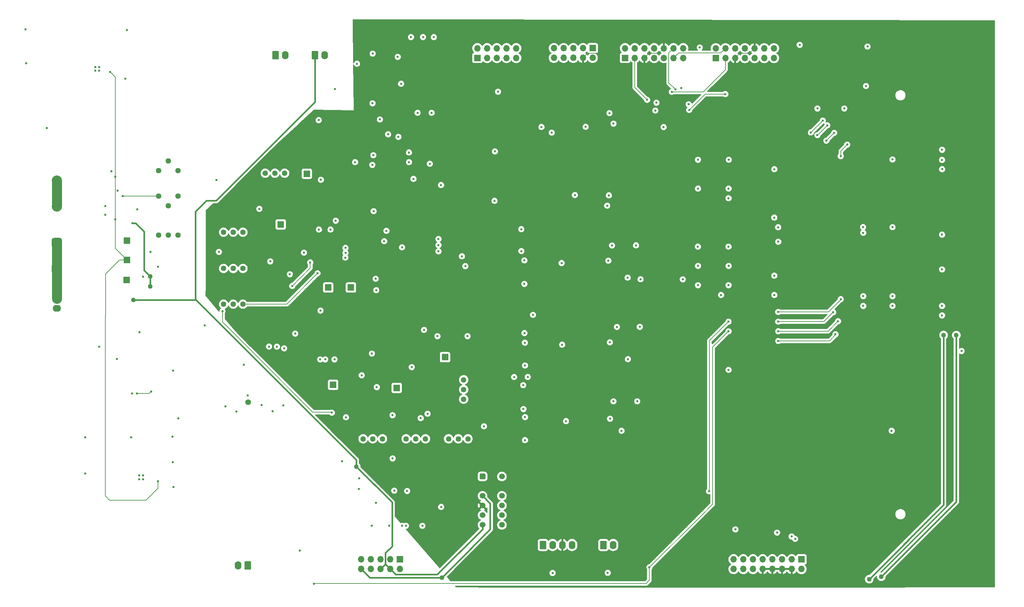
<source format=gbr>
%TF.GenerationSoftware,KiCad,Pcbnew,8.0.8*%
%TF.CreationDate,2025-03-14T14:35:35+00:00*%
%TF.ProjectId,Beehive_Monitor_main_PCB,42656568-6976-4655-9f4d-6f6e69746f72,rev?*%
%TF.SameCoordinates,Original*%
%TF.FileFunction,Copper,L2,Inr*%
%TF.FilePolarity,Positive*%
%FSLAX46Y46*%
G04 Gerber Fmt 4.6, Leading zero omitted, Abs format (unit mm)*
G04 Created by KiCad (PCBNEW 8.0.8) date 2025-03-14 14:35:35*
%MOMM*%
%LPD*%
G01*
G04 APERTURE LIST*
G04 Aperture macros list*
%AMRoundRect*
0 Rectangle with rounded corners*
0 $1 Rounding radius*
0 $2 $3 $4 $5 $6 $7 $8 $9 X,Y pos of 4 corners*
0 Add a 4 corners polygon primitive as box body*
4,1,4,$2,$3,$4,$5,$6,$7,$8,$9,$2,$3,0*
0 Add four circle primitives for the rounded corners*
1,1,$1+$1,$2,$3*
1,1,$1+$1,$4,$5*
1,1,$1+$1,$6,$7*
1,1,$1+$1,$8,$9*
0 Add four rect primitives between the rounded corners*
20,1,$1+$1,$2,$3,$4,$5,0*
20,1,$1+$1,$4,$5,$6,$7,0*
20,1,$1+$1,$6,$7,$8,$9,0*
20,1,$1+$1,$8,$9,$2,$3,0*%
G04 Aperture macros list end*
%TA.AperFunction,ComponentPad*%
%ADD10RoundRect,0.250000X-0.620000X-0.845000X0.620000X-0.845000X0.620000X0.845000X-0.620000X0.845000X0*%
%TD*%
%TA.AperFunction,ComponentPad*%
%ADD11O,1.740000X2.190000*%
%TD*%
%TA.AperFunction,ComponentPad*%
%ADD12C,1.440000*%
%TD*%
%TA.AperFunction,ComponentPad*%
%ADD13R,1.700000X1.700000*%
%TD*%
%TA.AperFunction,ComponentPad*%
%ADD14RoundRect,0.250500X-0.499500X-0.499500X0.499500X-0.499500X0.499500X0.499500X-0.499500X0.499500X0*%
%TD*%
%TA.AperFunction,ComponentPad*%
%ADD15C,1.500000*%
%TD*%
%TA.AperFunction,ComponentPad*%
%ADD16O,1.700000X1.700000*%
%TD*%
%TA.AperFunction,ComponentPad*%
%ADD17C,0.600000*%
%TD*%
%TA.AperFunction,ComponentPad*%
%ADD18RoundRect,0.675000X0.675000X-0.675000X0.675000X0.675000X-0.675000X0.675000X-0.675000X-0.675000X0*%
%TD*%
%TA.AperFunction,ComponentPad*%
%ADD19C,2.700000*%
%TD*%
%TA.AperFunction,ComponentPad*%
%ADD20RoundRect,0.250000X-0.845000X0.620000X-0.845000X-0.620000X0.845000X-0.620000X0.845000X0.620000X0*%
%TD*%
%TA.AperFunction,ComponentPad*%
%ADD21O,2.190000X1.740000*%
%TD*%
%TA.AperFunction,ComponentPad*%
%ADD22RoundRect,0.250000X0.620000X0.845000X-0.620000X0.845000X-0.620000X-0.845000X0.620000X-0.845000X0*%
%TD*%
%TA.AperFunction,ViaPad*%
%ADD23C,0.600000*%
%TD*%
%TA.AperFunction,ViaPad*%
%ADD24C,1.500000*%
%TD*%
%TA.AperFunction,ViaPad*%
%ADD25C,1.250000*%
%TD*%
%TA.AperFunction,ViaPad*%
%ADD26C,1.200000*%
%TD*%
%TA.AperFunction,Conductor*%
%ADD27C,0.400000*%
%TD*%
%TA.AperFunction,Conductor*%
%ADD28C,0.200000*%
%TD*%
%TA.AperFunction,Conductor*%
%ADD29C,2.640000*%
%TD*%
G04 APERTURE END LIST*
D10*
%TO.N,5_V*%
%TO.C,PI_PWR1*%
X118300000Y-59770000D03*
D11*
%TO.N,GND*%
X120840000Y-59770000D03*
%TD*%
D12*
%TO.N,unconnected-(RV7-Pad1)*%
%TO.C,RV7*%
X120665000Y-90760000D03*
%TO.N,GND*%
X118125000Y-90760000D03*
%TO.N,Cref*%
X115585000Y-90760000D03*
%TD*%
D13*
%TO.N,LNA_MF_out*%
%TO.C,TP_4*%
X119620000Y-104200000D03*
%TD*%
%TO.N,Vt_bat_trig_MCU*%
%TO.C,TP_2*%
X79300000Y-108480000D03*
%TD*%
D14*
%TO.N,5_V*%
%TO.C,K2*%
X172530000Y-170365000D03*
D15*
%TO.N,3.3_V_out*%
X172530000Y-175445000D03*
%TO.N,LDR_pin_1*%
X172530000Y-177985000D03*
%TO.N,unconnected-(K2-NO_1-Pad5)*%
X172530000Y-180525000D03*
%TO.N,5_V*%
X172530000Y-183065000D03*
%TO.N,Net-(D8-A)*%
X177610000Y-183065000D03*
%TO.N,unconnected-(K2-NO_2-Pad8)*%
X177610000Y-180525000D03*
%TO.N,unconnected-(K2-COM_2-Pad9)*%
X177610000Y-177985000D03*
%TO.N,unconnected-(K2-NC_2-Pad10)*%
X177610000Y-175445000D03*
%TO.N,Net-(D7-A)*%
X177610000Y-170365000D03*
%TD*%
D12*
%TO.N,LNA_MR_out*%
%TO.C,RV5*%
X109730000Y-125130000D03*
%TO.N,Net-(R25-Pad1)*%
X107190000Y-125130000D03*
%TO.N,unconnected-(RV5-Pad3)*%
X104650000Y-125130000D03*
%TD*%
D13*
%TO.N,MCU_TC_add_0*%
%TO.C,TC_1_2*%
X209900000Y-60495000D03*
D16*
%TO.N,GND*%
X209900000Y-57955000D03*
%TO.N,TC_EN_1*%
X212440000Y-60495000D03*
%TO.N,MCU_TC_add_1*%
X212440000Y-57955000D03*
%TO.N,LDR_pin_1*%
X214980000Y-60495000D03*
%TO.N,TC_Sig_1*%
X214980000Y-57955000D03*
%TO.N,unconnected-(TC_1_2-Pin_7-Pad7)*%
X217520000Y-60495000D03*
%TO.N,unconnected-(TC_1_2-Pin_8-Pad8)*%
X217520000Y-57955000D03*
%TO.N,TC_Sig_1*%
X220060000Y-60495000D03*
%TO.N,LDR_pin_1*%
X220060000Y-57955000D03*
%TO.N,MCU_TC_add_1*%
X222600000Y-60495000D03*
%TO.N,TC_EN_2*%
X222600000Y-57955000D03*
%TO.N,GND*%
X225140000Y-60495000D03*
%TO.N,MCU_TC_add_0*%
X225140000Y-57955000D03*
%TD*%
D17*
%TO.N,GND*%
%TO.C,IC3*%
X71075000Y-62875000D03*
X71075000Y-63875000D03*
X72075000Y-62875000D03*
X72075000Y-63875000D03*
%TD*%
D12*
%TO.N,Net-(U5B--)*%
%TO.C,RV11*%
X168710000Y-160487500D03*
%TO.N,GND*%
X166170000Y-160487500D03*
%TO.N,unconnected-(RV11-Pad3)*%
X163630000Y-160487500D03*
%TD*%
D13*
%TO.N,Pwr_LED_Cathode*%
%TO.C,LEDs1*%
X150890000Y-192125000D03*
D16*
%TO.N,Pwr_LED_Anode*%
X150890000Y-194665000D03*
%TO.N,M_LED_1_cathode*%
X148350000Y-192125000D03*
%TO.N,5_V*%
X148350000Y-194665000D03*
%TO.N,M_LED_2_cathode*%
X145810000Y-192125000D03*
%TO.N,5_V*%
X145810000Y-194665000D03*
%TO.N,unconnected-(LEDs1-Pin_7-Pad7)*%
X143270000Y-192125000D03*
%TO.N,unconnected-(LEDs1-Pin_8-Pad8)*%
X143270000Y-194665000D03*
%TO.N,Maintainance _int*%
X140730000Y-192125000D03*
%TO.N,3.3_V_out*%
X140730000Y-194665000D03*
%TD*%
D10*
%TO.N,Front_mic_pin*%
%TO.C,mic_1_LDR1*%
X188360000Y-188360000D03*
D11*
%TO.N,GND*%
X190900000Y-188360000D03*
%TO.N,LDR_pin_1*%
X193440000Y-188360000D03*
%TO.N,LDR_pin_2*%
X195980000Y-188360000D03*
%TD*%
D10*
%TO.N,Rear_mic_pin*%
%TO.C,mic_2*%
X204230000Y-188360000D03*
D11*
%TO.N,GND*%
X206770000Y-188360000D03*
%TD*%
D12*
%TO.N,LNA_Acc_out*%
%TO.C,RV6*%
X109730000Y-106250000D03*
%TO.N,Net-(R42-Pad1)*%
X107190000Y-106250000D03*
%TO.N,unconnected-(RV6-Pad3)*%
X104650000Y-106250000D03*
%TD*%
D18*
%TO.N,12 V_in*%
%TO.C,F1*%
X61000000Y-115825000D03*
X61000000Y-109065000D03*
D19*
%TO.N,Net-(Q9-D)*%
X61000000Y-99475000D03*
X61000000Y-92715000D03*
%TD*%
D12*
%TO.N,unconnected-(RV8-Pad1)*%
%TO.C,RV8*%
X167585000Y-150077500D03*
%TO.N,GND*%
X167585000Y-147537500D03*
%TO.N,Cref2*%
X167585000Y-144997500D03*
%TD*%
D13*
%TO.N,240_Hz_out_MCU*%
%TO.C,PI_IN1*%
X171195000Y-60495000D03*
D16*
%TO.N,PI_MOSI*%
X171195000Y-57955000D03*
%TO.N,PI_LED_IN*%
X173735000Y-60495000D03*
%TO.N,PI_SCLK*%
X173735000Y-57955000D03*
%TO.N,Vt_bat_trig_MCU*%
X176275000Y-60495000D03*
%TO.N,PI_MISO*%
X176275000Y-57955000D03*
%TO.N,LDR_TRIG_out_MCU*%
X178815000Y-60495000D03*
%TO.N,PI_CS*%
X178815000Y-57955000D03*
%TO.N,6.11_kHz_out_MCU*%
X181355000Y-60495000D03*
%TO.N,Maintainance _int*%
X181355000Y-57955000D03*
%TD*%
D20*
%TO.N,12 V_in*%
%TO.C,12_V_PWR2*%
X60975000Y-123680000D03*
D21*
%TO.N,GND*%
X60975000Y-126220000D03*
%TD*%
D13*
%TO.N,Cref2*%
%TO.C,TP_9*%
X162700000Y-139060000D03*
%TD*%
%TO.N,LNA_MR_out*%
%TO.C,TP_5*%
X132070000Y-120770000D03*
%TD*%
%TO.N,Ven*%
%TO.C,TP_1*%
X79290000Y-113510000D03*
%TD*%
D12*
%TO.N,LDR_pin_2*%
%TO.C,RV9*%
X157575000Y-160487500D03*
%TO.N,GND*%
X155035000Y-160487500D03*
%TO.N,unconnected-(RV9-Pad3)*%
X152495000Y-160487500D03*
%TD*%
D22*
%TO.N,3.3_V_out*%
%TO.C,3.3_V_PWR1*%
X110970000Y-193710000D03*
D11*
%TO.N,GND*%
X108430000Y-193710000D03*
%TD*%
D13*
%TO.N,LDR_out_MCU*%
%TO.C,TP_10*%
X133380000Y-146310000D03*
%TD*%
D12*
%TO.N,Net-(IC10-RG_1)*%
%TO.C,RV10*%
X141225000Y-160487500D03*
%TO.N,Net-(IC10-RG_2)*%
X143765000Y-160487500D03*
%TO.N,unconnected-(RV10-Pad3)*%
X146305000Y-160487500D03*
%TD*%
%TO.N,LNA_MF_out*%
%TO.C,RV4*%
X109730000Y-115770000D03*
%TO.N,Net-(R23-Pad1)*%
X107190000Y-115770000D03*
%TO.N,unconnected-(RV4-Pad3)*%
X104650000Y-115770000D03*
%TD*%
%TO.N,unconnected-(RV2-Pad1)*%
%TO.C,RV2*%
X92710000Y-96770000D03*
%TO.N,GND*%
X90170000Y-99310000D03*
%TO.N,Net-(IC1-+INB)*%
X87630000Y-96770000D03*
%TD*%
%TO.N,unconnected-(RV1-Pad1)*%
%TO.C,RV1*%
X87610000Y-90090000D03*
%TO.N,GND*%
X90150000Y-87550000D03*
%TO.N,Net-(IC1-+INA)*%
X92690000Y-90090000D03*
%TD*%
D13*
%TO.N,LNA_Acc_out*%
%TO.C,TP_6*%
X138040000Y-120770000D03*
%TD*%
D12*
%TO.N,Net-(IC2-RG_2)*%
%TO.C,RV3*%
X92740000Y-107000000D03*
%TO.N,Net-(IC2-RG_1)*%
X90200000Y-107000000D03*
%TO.N,unconnected-(RV3-Pad3)*%
X87660000Y-107000000D03*
%TD*%
D13*
%TO.N,Vcharge_MCU*%
%TO.C,TP_3*%
X79260000Y-118820000D03*
%TD*%
%TO.N,Cref*%
%TO.C,TP_8*%
X126475000Y-90900000D03*
%TD*%
D10*
%TO.N,5_V*%
%TO.C,5_V_PWR1*%
X128580000Y-59770000D03*
D11*
%TO.N,GND*%
X131120000Y-59770000D03*
%TD*%
D13*
%TO.N,unconnected-(Accelerometer1-Pin_1-Pad1)*%
%TO.C,Accelerometer1*%
X201395000Y-57945000D03*
D16*
%TO.N,unconnected-(Accelerometer1-Pin_2-Pad2)*%
X201395000Y-60485000D03*
%TO.N,Acc_sig_in*%
X198855000Y-57945000D03*
%TO.N,LDR_pin_1*%
X198855000Y-60485000D03*
%TO.N,GND*%
X196315000Y-57945000D03*
%TO.N,Acc_tmp*%
X196315000Y-60485000D03*
%TO.N,unconnected-(Accelerometer1-Pin_7-Pad7)*%
X193775000Y-57945000D03*
%TO.N,unconnected-(Accelerometer1-Pin_8-Pad8)*%
X193775000Y-60485000D03*
%TO.N,unconnected-(Accelerometer1-Pin_9-Pad9)*%
X191235000Y-57945000D03*
%TO.N,unconnected-(Accelerometer1-Pin_10-Pad10)*%
X191235000Y-60485000D03*
%TD*%
D13*
%TO.N,LDR_pin_2*%
%TO.C,TP_7*%
X150025000Y-147117500D03*
%TD*%
%TO.N,MCU_TC_add_0*%
%TO.C,TC_3_4*%
X233660000Y-60510000D03*
D16*
%TO.N,GND*%
X233660000Y-57970000D03*
%TO.N,TC_EN_3*%
X236200000Y-60510000D03*
%TO.N,MCU_TC_add_1*%
X236200000Y-57970000D03*
%TO.N,LDR_pin_1*%
X238740000Y-60510000D03*
%TO.N,TC_Sig_1*%
X238740000Y-57970000D03*
%TO.N,unconnected-(TC_3_4-Pin_7-Pad7)*%
X241280000Y-60510000D03*
%TO.N,unconnected-(TC_3_4-Pin_8-Pad8)*%
X241280000Y-57970000D03*
%TO.N,TC_Sig_1*%
X243820000Y-60510000D03*
%TO.N,LDR_pin_1*%
X243820000Y-57970000D03*
%TO.N,MCU_TC_add_1*%
X246360000Y-60510000D03*
%TO.N,TC_EN_4*%
X246360000Y-57970000D03*
%TO.N,GND*%
X248900000Y-60510000D03*
%TO.N,MCU_TC_add_0*%
X248900000Y-57970000D03*
%TD*%
D13*
%TO.N,BTN_3*%
%TO.C,LCD_BTNs1*%
X256120000Y-192130000D03*
D16*
%TO.N,LCD_B{slash}light*%
X256120000Y-194670000D03*
%TO.N,BTN_2*%
X253580000Y-192130000D03*
%TO.N,LDR_pin_1*%
X253580000Y-194670000D03*
%TO.N,BTN_1*%
X251040000Y-192130000D03*
%TO.N,LDR_pin_1*%
X251040000Y-194670000D03*
%TO.N,D_7*%
X248500000Y-192130000D03*
%TO.N,LDR_pin_1*%
X248500000Y-194670000D03*
%TO.N,D_6*%
X245960000Y-192130000D03*
%TO.N,LDR_pin_1*%
X245960000Y-194670000D03*
%TO.N,D_5*%
X243420000Y-192130000D03*
%TO.N,EN*%
X243420000Y-194670000D03*
%TO.N,D_4*%
X240880000Y-192130000D03*
%TO.N,RS*%
X240880000Y-194670000D03*
%TO.N,RW*%
X238340000Y-192130000D03*
%TO.N,GND*%
X238340000Y-194670000D03*
%TD*%
D17*
%TO.N,GND*%
%TO.C,IC5*%
X82550000Y-170100000D03*
X82550000Y-171100000D03*
X83550000Y-170100000D03*
X83550000Y-171100000D03*
%TD*%
D23*
%TO.N,GND*%
X207765000Y-131140000D03*
X75300000Y-90275000D03*
X206850000Y-77745907D03*
X83564666Y-117980000D03*
X91500000Y-173175000D03*
X205815000Y-75005907D03*
X205505000Y-113722500D03*
X193255000Y-114352500D03*
X102775000Y-92525000D03*
X131290000Y-139640000D03*
X153985000Y-141667500D03*
X237020000Y-142400000D03*
X151185000Y-67282500D03*
X199555000Y-78570907D03*
X147790000Y-80550000D03*
X249010000Y-117650000D03*
X161685000Y-178365000D03*
X139630000Y-62030000D03*
X237010000Y-97330000D03*
X150470000Y-81230000D03*
X91350000Y-166600000D03*
X206472499Y-109732500D03*
X183492499Y-119822500D03*
X292980000Y-125600000D03*
X152445000Y-183310000D03*
X182707500Y-111212500D03*
X108025000Y-153335000D03*
X116910000Y-113910000D03*
X76709448Y-139520000D03*
X139132500Y-87870000D03*
X73690000Y-99390000D03*
X125730000Y-111610000D03*
X167126250Y-112572500D03*
X91445000Y-142570000D03*
X114040000Y-100120000D03*
X80650552Y-148564448D03*
X91275000Y-159925000D03*
X68425000Y-160075000D03*
X146766250Y-108617500D03*
X58375000Y-78900000D03*
X273450000Y-57500000D03*
X120533750Y-136736250D03*
X144815000Y-146932500D03*
X249000000Y-102410000D03*
X118653750Y-136306250D03*
X206840000Y-150640000D03*
X120300000Y-151735000D03*
X255670000Y-57070000D03*
X205905000Y-135162500D03*
X124650000Y-189825000D03*
X148120000Y-183310000D03*
X273040000Y-67890000D03*
X267360000Y-73770000D03*
X52875000Y-61925000D03*
X153790000Y-55032500D03*
X156930000Y-55032500D03*
X249020000Y-89710000D03*
X136610000Y-111705000D03*
X133840000Y-68690000D03*
X78875000Y-65925000D03*
X145630000Y-76640000D03*
X193385000Y-135782500D03*
X176602500Y-69373407D03*
X117525000Y-153210000D03*
X52750000Y-52975000D03*
X168021250Y-115152500D03*
X151470000Y-183310000D03*
X183670000Y-160830000D03*
X143520000Y-183310000D03*
X116583750Y-136276250D03*
X149395000Y-174085000D03*
X217830000Y-74330000D03*
X183257500Y-152680000D03*
X160986250Y-109640000D03*
X150305000Y-60217500D03*
X183655000Y-141240000D03*
X111000000Y-149135000D03*
X156770000Y-183310000D03*
X136735000Y-154847500D03*
X123440000Y-132870000D03*
X82027500Y-100222500D03*
X80425000Y-160075000D03*
X187980000Y-78625907D03*
X292980000Y-128100000D03*
X130060000Y-126830000D03*
X140855000Y-143807500D03*
X148970000Y-165635000D03*
X159762500Y-55032500D03*
X158125000Y-153917500D03*
X153260000Y-87870000D03*
X260310000Y-73770000D03*
X220000000Y-78655000D03*
X79325000Y-53175000D03*
X147341250Y-105882500D03*
X205960000Y-155210000D03*
X143750000Y-59360000D03*
X73680000Y-101690000D03*
X68450000Y-169600000D03*
X105125000Y-151960000D03*
X122020000Y-117290000D03*
X133740000Y-139640000D03*
X87430000Y-115350000D03*
X110000000Y-141060000D03*
X292990000Y-89700000D03*
X140150000Y-173650000D03*
X183515000Y-132730000D03*
X279990000Y-104910000D03*
X194430000Y-155840000D03*
X129980000Y-139640000D03*
X114650000Y-151610000D03*
%TO.N,Vref*%
X183207500Y-146400000D03*
D24*
X111115000Y-150850000D03*
D23*
X182697500Y-105472500D03*
X160986250Y-108040000D03*
X129590000Y-76830000D03*
X144681250Y-121482500D03*
X185755000Y-127940000D03*
X175680000Y-98015907D03*
X144521250Y-118462500D03*
X143990000Y-100740000D03*
X213755000Y-131100000D03*
X196740000Y-96505907D03*
X103430000Y-111420000D03*
X213090000Y-150640000D03*
X157191250Y-131902500D03*
X205652500Y-96575907D03*
X205205000Y-99295907D03*
X183625000Y-135260000D03*
X183492499Y-113632500D03*
X143655000Y-88592500D03*
X161660000Y-93870000D03*
X130160000Y-92490000D03*
X190670000Y-80105907D03*
X160986250Y-111270000D03*
X175780000Y-85045907D03*
X158710000Y-88300000D03*
X151426250Y-110220000D03*
X212762499Y-109702500D03*
X136610000Y-110360000D03*
X183670000Y-154790000D03*
D25*
%TO.N,3.3_V_out*%
X293380000Y-133240000D03*
X161850000Y-196950000D03*
X273880000Y-197320000D03*
D23*
%TO.N,LDR_pin_1*%
X141970000Y-87870000D03*
X189835000Y-78600907D03*
X113205000Y-95350000D03*
X140970000Y-62000000D03*
X118525000Y-141080000D03*
X116488750Y-132360000D03*
X195062499Y-114372500D03*
D25*
X107580000Y-120260000D03*
D23*
X153175000Y-136495000D03*
X220020000Y-76940000D03*
X195390000Y-155840000D03*
X80760000Y-103880000D03*
X136335000Y-135400000D03*
X138845000Y-148157500D03*
X160842500Y-59112500D03*
X118085000Y-140670000D03*
X195075000Y-135790000D03*
X150551250Y-108610000D03*
X131712500Y-129800000D03*
X140855000Y-145077500D03*
X158185000Y-150857500D03*
X172140000Y-163270000D03*
D25*
X85446290Y-117846471D03*
D23*
X126730000Y-111620000D03*
X265160000Y-73770000D03*
X151175000Y-68472500D03*
D25*
X85440000Y-120446471D03*
D23*
%TO.N,Rear_mic_pin*%
X143520000Y-138110000D03*
%TO.N,Front_mic_pin*%
X104380000Y-127010000D03*
X133031371Y-153627500D03*
%TO.N,IC7_outA*%
X136570000Y-112910000D03*
X134050000Y-103240000D03*
%TO.N,Net-(U1D--)*%
X153250000Y-85320000D03*
X154430000Y-92250000D03*
%TO.N,Acc_AA_out_to_MCU*%
X210635000Y-139592500D03*
X298075000Y-137455000D03*
D26*
%TO.N,5_V*%
X139457500Y-167797500D03*
D25*
X277060000Y-196670000D03*
X296710000Y-133270000D03*
X80990000Y-124040000D03*
D23*
%TO.N,Net-(L3-THRESHOLD)*%
X81975552Y-148579448D03*
X85650552Y-148079448D03*
%TO.N,Mic_F_AA_out_to_MCU*%
X210565000Y-118182500D03*
X225020000Y-118620000D03*
X213950000Y-118600000D03*
X292980000Y-116010000D03*
%TO.N,Mic_R_AA_out_to_MCU*%
X279770000Y-158370000D03*
X208970000Y-158380000D03*
%TO.N,Pwr_LED_Anode*%
X92760000Y-155070000D03*
%TO.N,Net-(IC1-+INB)*%
X78220000Y-96800000D03*
%TO.N,Ven*%
X87475000Y-171650000D03*
X76310000Y-102910000D03*
X74925000Y-64175000D03*
X76310000Y-91730000D03*
%TO.N,Vt_bat_trig_MCU*%
X237010000Y-132260000D03*
X82600552Y-132474448D03*
X128320000Y-198520000D03*
X216280000Y-194220000D03*
%TO.N,Vtest*%
X76910000Y-95340000D03*
X85540000Y-111460000D03*
%TO.N,Vcharge_MCU*%
X253540000Y-186120000D03*
X72090000Y-136300000D03*
%TO.N,LNA_MR_out*%
X168600000Y-133550000D03*
X129290000Y-117040000D03*
X160720000Y-133550000D03*
%TO.N,LNA_MF_out*%
X129650000Y-105560000D03*
X132690000Y-105560000D03*
X143925000Y-86032500D03*
%TO.N,Net-(IC8--IN_B)*%
X127380000Y-114180000D03*
X122660000Y-120370000D03*
%TO.N,Relay_close*%
X140195000Y-170885000D03*
X152780000Y-174180000D03*
%TO.N,LDR_out_MCU*%
X205340000Y-195660000D03*
X254470000Y-186760000D03*
X148955000Y-154287500D03*
X172900000Y-157210000D03*
%TO.N,TC_EN_1*%
X215660000Y-71500000D03*
%TO.N,MCU_TC_add_2*%
X292980000Y-87280000D03*
X218110000Y-72260000D03*
%TO.N,MCU_TC_add_3*%
X226560000Y-72651178D03*
X292980000Y-84610000D03*
%TO.N,TC_EN_3*%
X222150000Y-69400000D03*
%TO.N,TC_EN_4*%
X236170000Y-70000000D03*
X226700000Y-74160000D03*
%TO.N,TC_EN_2*%
X223060000Y-68780000D03*
%TO.N,SD__detect*%
X250020000Y-104950000D03*
X272280000Y-104900000D03*
%TO.N,MCU_TC_add_1*%
X279990000Y-123040000D03*
X272320000Y-123030000D03*
%TO.N,MCU_TC_add_0*%
X279990000Y-125600000D03*
X272320000Y-125600000D03*
%TO.N,SD_CS*%
X250020000Y-129720000D03*
X261710000Y-76950000D03*
X258590000Y-80070000D03*
X264440000Y-127270000D03*
%TO.N,SD_MISO*%
X268105000Y-83265000D03*
X250020000Y-127180000D03*
X266420000Y-123840000D03*
X266420000Y-86290000D03*
%TO.N,SD_SCLK*%
X262670000Y-82210000D03*
X250030000Y-132250000D03*
X264700000Y-80180000D03*
X265720000Y-129620000D03*
%TO.N,6.11_kHz_AA_out_MCU*%
X224580000Y-68380000D03*
X279990000Y-87160000D03*
%TO.N,LDR_TRIG_out_MCU*%
X156315000Y-155057500D03*
X231900000Y-174260000D03*
X236990000Y-129720000D03*
%TO.N,Acc_420_Hz_out_MCU*%
X180810000Y-144260000D03*
X184390000Y-144260000D03*
%TO.N,SD_MOSI*%
X262900000Y-78210000D03*
X250030000Y-134800000D03*
X260300000Y-80770000D03*
X265040000Y-133050000D03*
%TO.N,TC_Sig_1*%
X229460000Y-57760000D03*
X272320000Y-106390000D03*
X292980000Y-106890000D03*
%TO.N,MCU_LED_IN*%
X190890000Y-195710000D03*
X249740000Y-185110000D03*
%TO.N,Maintainance _int*%
X249010000Y-122730000D03*
X238820000Y-184270000D03*
X235060000Y-122730000D03*
%TO.N,PI_LED_IN*%
X135750000Y-166370000D03*
X99760000Y-130700000D03*
X144570000Y-177285000D03*
%TO.N,Cref*%
X143695000Y-72420000D03*
%TO.N,Net-(U2B-+)*%
X159190000Y-74920000D03*
X155510000Y-74920000D03*
%TO.N,Acc_tmp*%
X250040000Y-108750000D03*
%TO.N,Net-(J4-Pin_29)*%
X229010000Y-87230000D03*
X237070000Y-87220000D03*
%TO.N,Net-(J4-Pin_3)*%
X237010000Y-120170000D03*
X229010000Y-120170000D03*
%TO.N,Net-(J4-Pin_11)*%
X237010000Y-110050000D03*
X228980000Y-110030000D03*
%TO.N,Net-(J4-Pin_23)*%
X237020000Y-94790000D03*
X229010000Y-94800000D03*
%TO.N,Net-(J4-Pin_7)*%
X229020000Y-115100000D03*
X237040000Y-115100000D03*
%TD*%
D27*
%TO.N,3.3_V_out*%
X174530000Y-177445000D02*
X172530000Y-175445000D01*
X174530000Y-184270000D02*
X174530000Y-177445000D01*
X164530000Y-194270000D02*
X174530000Y-184270000D01*
X293380000Y-177820000D02*
X293380000Y-133240000D01*
X162040000Y-196760000D02*
X164530000Y-194270000D01*
X161850000Y-196950000D02*
X143015000Y-196950000D01*
X143015000Y-196950000D02*
X140730000Y-194665000D01*
X273880000Y-197320000D02*
X293380000Y-177820000D01*
X161850000Y-196950000D02*
X164530000Y-194270000D01*
D28*
%TO.N,LDR_pin_1*%
X242520000Y-59270000D02*
X243820000Y-57970000D01*
D27*
X81660000Y-103880000D02*
X80760000Y-103880000D01*
D28*
X198855000Y-60485000D02*
X200080000Y-59260000D01*
X200080000Y-59260000D02*
X203190000Y-59260000D01*
D27*
X83840000Y-106060000D02*
X83840000Y-116240181D01*
X83840000Y-106060000D02*
X81660000Y-103880000D01*
X83840000Y-116240181D02*
X85446290Y-117846471D01*
D28*
X239980000Y-59270000D02*
X242520000Y-59270000D01*
D27*
X85440000Y-120446471D02*
X85446290Y-120440181D01*
D28*
X218725000Y-59290000D02*
X220060000Y-57955000D01*
D27*
X85446290Y-120440181D02*
X85446290Y-117846471D01*
D28*
X238740000Y-60510000D02*
X239980000Y-59270000D01*
X214980000Y-60495000D02*
X216185000Y-59290000D01*
X216185000Y-59290000D02*
X218725000Y-59290000D01*
D27*
X85188768Y-117971232D02*
X85400000Y-117760000D01*
D28*
%TO.N,Front_mic_pin*%
X132913186Y-153509314D02*
X132913186Y-153509315D01*
X128028186Y-153471814D02*
X132875685Y-153471814D01*
X104380000Y-129823629D02*
X113680000Y-139123629D01*
X132875685Y-153471814D02*
X133031371Y-153627500D01*
X133031371Y-153627500D02*
X132913186Y-153509314D01*
X132913186Y-153509315D02*
X133031371Y-153627500D01*
X104380000Y-127010000D02*
X104380000Y-129823629D01*
X113680000Y-139123629D02*
X128028186Y-153471814D01*
D27*
%TO.N,5_V*%
X97300000Y-123875000D02*
X110275000Y-136850000D01*
X139457500Y-166032500D02*
X139457500Y-167797500D01*
X81015552Y-124014448D02*
X97160552Y-124014448D01*
D28*
X80990000Y-124040000D02*
X81015552Y-124014448D01*
D27*
X148820000Y-177160000D02*
X148820000Y-188717233D01*
X128600000Y-72030000D02*
X102660000Y-97970000D01*
X148350000Y-194665000D02*
X149810000Y-196125000D01*
X147100000Y-190437233D02*
X147100000Y-193415000D01*
X128580000Y-72010000D02*
X128580000Y-59770000D01*
X100190000Y-97970000D02*
X97300000Y-100860000D01*
X97300000Y-100860000D02*
X97300000Y-123875000D01*
X147100000Y-190437233D02*
X148820000Y-188717233D01*
X147100000Y-193415000D02*
X148350000Y-194665000D01*
X102660000Y-97970000D02*
X100190000Y-97970000D01*
X296710000Y-177020000D02*
X296710000Y-133270000D01*
X110275000Y-136850000D02*
X138062500Y-164637500D01*
X138062500Y-164637500D02*
X139457500Y-166032500D01*
X277060000Y-196670000D02*
X296710000Y-177020000D01*
X145810000Y-194665000D02*
X147100000Y-193375000D01*
X160640000Y-196125000D02*
X172530000Y-184235000D01*
X128600000Y-72030000D02*
X128580000Y-72010000D01*
X139457500Y-167797500D02*
X148820000Y-177160000D01*
X172530000Y-184235000D02*
X172530000Y-183065000D01*
X128580000Y-59740000D02*
X128600000Y-59760000D01*
D28*
X97160552Y-124014448D02*
X97300000Y-123875000D01*
D27*
X149810000Y-196125000D02*
X160640000Y-196125000D01*
D28*
%TO.N,Net-(L3-THRESHOLD)*%
X85150552Y-148579448D02*
X81975552Y-148579448D01*
X85650552Y-148079448D02*
X85150552Y-148579448D01*
%TO.N,Net-(IC1-+INB)*%
X78220000Y-96800000D02*
X78250000Y-96770000D01*
X78250000Y-96770000D02*
X87630000Y-96770000D01*
%TO.N,Ven*%
X87475000Y-171650000D02*
X87475000Y-173450000D01*
X73720000Y-117160000D02*
X77370000Y-113510000D01*
X74775000Y-176575000D02*
X73625000Y-175425000D01*
X87475000Y-173450000D02*
X86325000Y-174600000D01*
X73720000Y-128080000D02*
X73720000Y-117160000D01*
X76310000Y-91730000D02*
X76310000Y-65560000D01*
X76310000Y-65560000D02*
X74925000Y-64175000D01*
X77370000Y-113510000D02*
X79290000Y-113510000D01*
X76310000Y-110530000D02*
X79290000Y-113510000D01*
X76310000Y-91730000D02*
X76310000Y-110530000D01*
X73625000Y-175425000D02*
X73625000Y-128175000D01*
X84350000Y-176575000D02*
X74775000Y-176575000D01*
X73625000Y-128175000D02*
X73720000Y-128080000D01*
X86325000Y-174600000D02*
X84350000Y-176575000D01*
%TO.N,Vt_bat_trig_MCU*%
X232850000Y-136420000D02*
X237010000Y-132260000D01*
X216280000Y-194220000D02*
X229595000Y-180905000D01*
X128320000Y-198470000D02*
X215380000Y-198470000D01*
X216270000Y-197580000D02*
X216270000Y-194230000D01*
X229595000Y-180905000D02*
X232850000Y-177650000D01*
X232850000Y-177650000D02*
X232850000Y-136420000D01*
X215380000Y-198470000D02*
X216270000Y-197580000D01*
X216270000Y-194230000D02*
X216280000Y-194220000D01*
%TO.N,LNA_MR_out*%
X129310000Y-117050000D02*
X121230000Y-125130000D01*
X121230000Y-125130000D02*
X109730000Y-125130000D01*
%TO.N,Net-(IC8--IN_B)*%
X124750000Y-118270000D02*
X124760000Y-118270000D01*
X124750000Y-118280000D02*
X122660000Y-120370000D01*
X124760000Y-118270000D02*
X127380000Y-115650000D01*
X127380000Y-115650000D02*
X127380000Y-114180000D01*
%TO.N,TC_EN_1*%
X212440000Y-60495000D02*
X212440000Y-68280000D01*
X212440000Y-68280000D02*
X215660000Y-71500000D01*
%TO.N,TC_EN_3*%
X236200000Y-63570000D02*
X236200000Y-60510000D01*
X230370000Y-69400000D02*
X236200000Y-63570000D01*
X222150000Y-69400000D02*
X230370000Y-69400000D01*
%TO.N,TC_EN_4*%
X230860000Y-70000000D02*
X226700000Y-74160000D01*
X236170000Y-70000000D02*
X230860000Y-70000000D01*
%TO.N,TC_EN_2*%
X221340000Y-59215000D02*
X221320000Y-59215000D01*
X221320000Y-67040000D02*
X221320000Y-59215000D01*
X222600000Y-57955000D02*
X221340000Y-59215000D01*
X223060000Y-68780000D02*
X221320000Y-67040000D01*
%TO.N,MCU_TC_add_1*%
X223855000Y-59240000D02*
X223855000Y-59210000D01*
X222600000Y-60495000D02*
X223855000Y-59240000D01*
X223855000Y-59210000D02*
X234960000Y-59210000D01*
X234960000Y-59210000D02*
X236200000Y-57970000D01*
%TO.N,SD_CS*%
X264440000Y-127270000D02*
X261990000Y-129720000D01*
X258590000Y-80070000D02*
X261710000Y-76950000D01*
X261990000Y-129720000D02*
X250020000Y-129720000D01*
%TO.N,SD_MISO*%
X266420000Y-84950000D02*
X266420000Y-86290000D01*
X266420000Y-123840000D02*
X266420000Y-123950000D01*
X266420000Y-123950000D02*
X263220000Y-127150000D01*
X250050000Y-127150000D02*
X250020000Y-127180000D01*
X268105000Y-83265000D02*
X266420000Y-84950000D01*
X263220000Y-127150000D02*
X250050000Y-127150000D01*
%TO.N,SD_SCLK*%
X264700000Y-80180000D02*
X262670000Y-82210000D01*
X250050000Y-132230000D02*
X250030000Y-132250000D01*
X263110000Y-132230000D02*
X250050000Y-132230000D01*
X265720000Y-129620000D02*
X263110000Y-132230000D01*
%TO.N,LDR_TRIG_out_MCU*%
X232010000Y-174150000D02*
X232010000Y-134700000D01*
X232010000Y-134700000D02*
X236990000Y-129720000D01*
X231900000Y-174260000D02*
X232010000Y-174150000D01*
%TO.N,SD_MOSI*%
X262900000Y-78210000D02*
X260340000Y-80770000D01*
X263460000Y-134800000D02*
X250030000Y-134800000D01*
X260340000Y-80770000D02*
X260300000Y-80770000D01*
X265040000Y-133220000D02*
X263460000Y-134800000D01*
X265040000Y-133050000D02*
X265040000Y-133220000D01*
D29*
%TO.N,12 V_in*%
X60975000Y-123680000D02*
X60975000Y-115850000D01*
X61000000Y-109065000D02*
X61000000Y-115825000D01*
D28*
X60975000Y-115850000D02*
X61000000Y-115825000D01*
D29*
%TO.N,Net-(Q9-D)*%
X61000000Y-99475000D02*
X61000000Y-92715000D01*
%TD*%
%TA.AperFunction,Conductor*%
%TO.N,LDR_pin_1*%
G36*
X248034075Y-194477007D02*
G01*
X248000000Y-194604174D01*
X248000000Y-194735826D01*
X248034075Y-194862993D01*
X248066988Y-194920000D01*
X246393012Y-194920000D01*
X246425925Y-194862993D01*
X246460000Y-194735826D01*
X246460000Y-194604174D01*
X246425925Y-194477007D01*
X246393012Y-194420000D01*
X248066988Y-194420000D01*
X248034075Y-194477007D01*
G37*
%TD.AperFunction*%
%TA.AperFunction,Conductor*%
G36*
X250574075Y-194477007D02*
G01*
X250540000Y-194604174D01*
X250540000Y-194735826D01*
X250574075Y-194862993D01*
X250606988Y-194920000D01*
X248933012Y-194920000D01*
X248965925Y-194862993D01*
X249000000Y-194735826D01*
X249000000Y-194604174D01*
X248965925Y-194477007D01*
X248933012Y-194420000D01*
X250606988Y-194420000D01*
X250574075Y-194477007D01*
G37*
%TD.AperFunction*%
%TA.AperFunction,Conductor*%
G36*
X253114075Y-194477007D02*
G01*
X253080000Y-194604174D01*
X253080000Y-194735826D01*
X253114075Y-194862993D01*
X253146988Y-194920000D01*
X251473012Y-194920000D01*
X251505925Y-194862993D01*
X251540000Y-194735826D01*
X251540000Y-194604174D01*
X251505925Y-194477007D01*
X251473012Y-194420000D01*
X253146988Y-194420000D01*
X253114075Y-194477007D01*
G37*
%TD.AperFunction*%
%TA.AperFunction,Conductor*%
G36*
X240094855Y-58636546D02*
G01*
X240111575Y-58655842D01*
X240241501Y-58841396D01*
X240241506Y-58841402D01*
X240408597Y-59008493D01*
X240408603Y-59008498D01*
X240594158Y-59138425D01*
X240637783Y-59193002D01*
X240644977Y-59262500D01*
X240613454Y-59324855D01*
X240594158Y-59341575D01*
X240408597Y-59471505D01*
X240241508Y-59638594D01*
X240111269Y-59824595D01*
X240056692Y-59868219D01*
X239987193Y-59875412D01*
X239924839Y-59843890D01*
X239908119Y-59824594D01*
X239778113Y-59638926D01*
X239778108Y-59638920D01*
X239611078Y-59471890D01*
X239425405Y-59341879D01*
X239381780Y-59287302D01*
X239374588Y-59217804D01*
X239406110Y-59155449D01*
X239425406Y-59138730D01*
X239426279Y-59138119D01*
X239611401Y-59008495D01*
X239778495Y-58841401D01*
X239908425Y-58655842D01*
X239963002Y-58612217D01*
X240032500Y-58605023D01*
X240094855Y-58636546D01*
G37*
%TD.AperFunction*%
%TA.AperFunction,Conductor*%
G36*
X242635160Y-58636110D02*
G01*
X242651879Y-58655405D01*
X242781890Y-58841078D01*
X242948917Y-59008105D01*
X243134595Y-59138119D01*
X243178219Y-59192696D01*
X243185412Y-59262195D01*
X243153890Y-59324549D01*
X243134595Y-59341269D01*
X242948594Y-59471508D01*
X242781505Y-59638597D01*
X242651575Y-59824158D01*
X242596998Y-59867783D01*
X242527500Y-59874977D01*
X242465145Y-59843454D01*
X242448425Y-59824158D01*
X242318494Y-59638597D01*
X242151402Y-59471506D01*
X242151396Y-59471501D01*
X241965842Y-59341575D01*
X241922217Y-59286998D01*
X241915023Y-59217500D01*
X241946546Y-59155145D01*
X241965842Y-59138425D01*
X242005983Y-59110318D01*
X242151401Y-59008495D01*
X242318495Y-58841401D01*
X242448730Y-58655405D01*
X242503307Y-58611781D01*
X242572805Y-58604587D01*
X242635160Y-58636110D01*
G37*
%TD.AperFunction*%
%TA.AperFunction,Conductor*%
G36*
X216334855Y-58621546D02*
G01*
X216351575Y-58640842D01*
X216481501Y-58826396D01*
X216481506Y-58826402D01*
X216648597Y-58993493D01*
X216648603Y-58993498D01*
X216834158Y-59123425D01*
X216877783Y-59178002D01*
X216884977Y-59247500D01*
X216853454Y-59309855D01*
X216834158Y-59326575D01*
X216648597Y-59456505D01*
X216481508Y-59623594D01*
X216351269Y-59809595D01*
X216296692Y-59853219D01*
X216227193Y-59860412D01*
X216164839Y-59828890D01*
X216148119Y-59809594D01*
X216018113Y-59623926D01*
X216018108Y-59623920D01*
X215851078Y-59456890D01*
X215665405Y-59326879D01*
X215621780Y-59272302D01*
X215614588Y-59202804D01*
X215646110Y-59140449D01*
X215665406Y-59123730D01*
X215672111Y-59119035D01*
X215851401Y-58993495D01*
X216018495Y-58826401D01*
X216148425Y-58640842D01*
X216203002Y-58597217D01*
X216272500Y-58590023D01*
X216334855Y-58621546D01*
G37*
%TD.AperFunction*%
%TA.AperFunction,Conductor*%
G36*
X218875160Y-58621110D02*
G01*
X218891879Y-58640405D01*
X219021890Y-58826078D01*
X219188917Y-58993105D01*
X219374595Y-59123119D01*
X219418219Y-59177696D01*
X219425412Y-59247195D01*
X219393890Y-59309549D01*
X219374595Y-59326269D01*
X219188594Y-59456508D01*
X219021505Y-59623597D01*
X218891575Y-59809158D01*
X218836998Y-59852783D01*
X218767500Y-59859977D01*
X218705145Y-59828454D01*
X218688425Y-59809158D01*
X218558494Y-59623597D01*
X218391402Y-59456506D01*
X218391396Y-59456501D01*
X218205842Y-59326575D01*
X218162217Y-59271998D01*
X218155023Y-59202500D01*
X218186546Y-59140145D01*
X218205842Y-59123425D01*
X218328791Y-59037335D01*
X218391401Y-58993495D01*
X218558495Y-58826401D01*
X218688730Y-58640405D01*
X218743307Y-58596781D01*
X218812805Y-58589587D01*
X218875160Y-58621110D01*
G37*
%TD.AperFunction*%
%TA.AperFunction,Conductor*%
G36*
X199979340Y-58833068D02*
G01*
X200035274Y-58874939D01*
X200052189Y-58905917D01*
X200101202Y-59037328D01*
X200101206Y-59037335D01*
X200187452Y-59152544D01*
X200187455Y-59152547D01*
X200302664Y-59238793D01*
X200302671Y-59238797D01*
X200434081Y-59287810D01*
X200490015Y-59329681D01*
X200514432Y-59395145D01*
X200499580Y-59463418D01*
X200478430Y-59491673D01*
X200356505Y-59613598D01*
X200226269Y-59799595D01*
X200171692Y-59843219D01*
X200102193Y-59850412D01*
X200039839Y-59818890D01*
X200023119Y-59799594D01*
X199893113Y-59613926D01*
X199893108Y-59613920D01*
X199726078Y-59446890D01*
X199540405Y-59316879D01*
X199496780Y-59262302D01*
X199489588Y-59192804D01*
X199521110Y-59130449D01*
X199540406Y-59113730D01*
X199545279Y-59110318D01*
X199726401Y-58983495D01*
X199848329Y-58861566D01*
X199909648Y-58828084D01*
X199979340Y-58833068D01*
G37*
%TD.AperFunction*%
%TA.AperFunction,Conductor*%
G36*
X306665686Y-50619607D02*
G01*
X306732694Y-50639391D01*
X306778371Y-50692263D01*
X306789500Y-50743607D01*
X306789500Y-199356397D01*
X306769815Y-199423436D01*
X306717011Y-199469191D01*
X306665616Y-199480397D01*
X259572091Y-199524500D01*
X177482567Y-199524500D01*
X177481898Y-199524498D01*
X165576512Y-199460304D01*
X165509580Y-199440258D01*
X165483158Y-199417150D01*
X165361233Y-199275339D01*
X165332455Y-199211673D01*
X165342665Y-199142554D01*
X165388623Y-199089927D01*
X165455260Y-199070500D01*
X215293331Y-199070500D01*
X215293347Y-199070501D01*
X215300943Y-199070501D01*
X215459054Y-199070501D01*
X215459057Y-199070501D01*
X215611785Y-199029577D01*
X215661904Y-199000639D01*
X215748716Y-198950520D01*
X215860520Y-198838716D01*
X215860520Y-198838714D01*
X215870728Y-198828507D01*
X215870730Y-198828504D01*
X216628506Y-198070728D01*
X216628511Y-198070724D01*
X216638714Y-198060520D01*
X216638716Y-198060520D01*
X216750520Y-197948716D01*
X216823528Y-197822262D01*
X216829577Y-197811785D01*
X216870500Y-197659057D01*
X216870500Y-197500943D01*
X216870500Y-197319999D01*
X272749678Y-197319999D01*
X272749678Y-197320000D01*
X272768923Y-197527691D01*
X272768923Y-197527693D01*
X272768924Y-197527696D01*
X272812777Y-197681822D01*
X272826007Y-197728322D01*
X272896306Y-197869500D01*
X272918981Y-197915038D01*
X273044682Y-198081493D01*
X273198829Y-198222016D01*
X273376172Y-198331823D01*
X273570673Y-198407173D01*
X273775707Y-198445500D01*
X273775710Y-198445500D01*
X273984290Y-198445500D01*
X273984293Y-198445500D01*
X274189327Y-198407173D01*
X274383828Y-198331823D01*
X274561171Y-198222016D01*
X274715318Y-198081493D01*
X274841019Y-197915038D01*
X274933994Y-197728319D01*
X274991076Y-197527696D01*
X275010322Y-197320000D01*
X275003848Y-197250139D01*
X275017263Y-197181570D01*
X275039635Y-197151020D01*
X275728612Y-196462043D01*
X275789933Y-196428560D01*
X275859625Y-196433544D01*
X275915558Y-196475416D01*
X275939975Y-196540880D01*
X275939762Y-196561166D01*
X275929678Y-196669997D01*
X275929678Y-196670000D01*
X275948923Y-196877691D01*
X275948923Y-196877693D01*
X275948924Y-196877696D01*
X276006006Y-197078319D01*
X276006007Y-197078322D01*
X276091563Y-197250140D01*
X276098981Y-197265038D01*
X276224682Y-197431493D01*
X276378829Y-197572016D01*
X276556172Y-197681823D01*
X276750673Y-197757173D01*
X276955707Y-197795500D01*
X276955710Y-197795500D01*
X277164290Y-197795500D01*
X277164293Y-197795500D01*
X277369327Y-197757173D01*
X277563828Y-197681823D01*
X277741171Y-197572016D01*
X277895318Y-197431493D01*
X278021019Y-197265038D01*
X278113994Y-197078319D01*
X278171076Y-196877696D01*
X278190322Y-196670000D01*
X278183848Y-196600139D01*
X278197263Y-196531570D01*
X278219635Y-196501020D01*
X297254114Y-177466543D01*
X297330775Y-177351811D01*
X297383580Y-177224328D01*
X297392771Y-177178121D01*
X297410500Y-177088995D01*
X297410500Y-138207236D01*
X297430185Y-138140197D01*
X297482989Y-138094442D01*
X297552147Y-138084498D01*
X297600470Y-138102241D01*
X297725478Y-138180789D01*
X297895745Y-138240368D01*
X297895750Y-138240369D01*
X298074996Y-138260565D01*
X298075000Y-138260565D01*
X298075004Y-138260565D01*
X298254249Y-138240369D01*
X298254252Y-138240368D01*
X298254255Y-138240368D01*
X298424522Y-138180789D01*
X298577262Y-138084816D01*
X298704816Y-137957262D01*
X298800789Y-137804522D01*
X298860368Y-137634255D01*
X298863356Y-137607737D01*
X298880565Y-137455003D01*
X298880565Y-137454996D01*
X298860369Y-137275750D01*
X298860368Y-137275745D01*
X298800788Y-137105476D01*
X298754644Y-137032039D01*
X298704816Y-136952738D01*
X298577262Y-136825184D01*
X298462575Y-136753121D01*
X298424523Y-136729211D01*
X298254254Y-136669631D01*
X298254249Y-136669630D01*
X298075004Y-136649435D01*
X298074996Y-136649435D01*
X297895750Y-136669630D01*
X297895745Y-136669631D01*
X297725476Y-136729211D01*
X297600472Y-136807757D01*
X297533235Y-136826757D01*
X297466400Y-136806389D01*
X297421186Y-136753121D01*
X297410500Y-136702763D01*
X297410500Y-134209146D01*
X297430185Y-134142107D01*
X297450957Y-134117513D01*
X297545318Y-134031493D01*
X297671019Y-133865038D01*
X297763994Y-133678319D01*
X297821076Y-133477696D01*
X297840322Y-133270000D01*
X297821076Y-133062304D01*
X297763994Y-132861681D01*
X297671019Y-132674962D01*
X297545318Y-132508507D01*
X297512409Y-132478507D01*
X297391172Y-132367985D01*
X297391171Y-132367984D01*
X297213828Y-132258177D01*
X297213827Y-132258176D01*
X297071609Y-132203081D01*
X297019327Y-132182827D01*
X296814293Y-132144500D01*
X296605707Y-132144500D01*
X296400673Y-132182827D01*
X296400670Y-132182827D01*
X296400670Y-132182828D01*
X296206172Y-132258176D01*
X296206171Y-132258177D01*
X296028827Y-132367985D01*
X295874683Y-132508505D01*
X295748981Y-132674961D01*
X295656007Y-132861677D01*
X295627465Y-132961992D01*
X295600842Y-133055565D01*
X295598923Y-133062308D01*
X295579678Y-133269999D01*
X295579678Y-133270000D01*
X295598923Y-133477691D01*
X295598923Y-133477693D01*
X295598924Y-133477696D01*
X295656006Y-133678319D01*
X295656007Y-133678322D01*
X295729535Y-133825985D01*
X295748981Y-133865038D01*
X295874682Y-134031493D01*
X295969039Y-134117510D01*
X296005319Y-134177219D01*
X296009500Y-134209146D01*
X296009500Y-176678480D01*
X295989815Y-176745519D01*
X295973181Y-176766161D01*
X277231161Y-195508181D01*
X277169838Y-195541666D01*
X277143480Y-195544500D01*
X276949974Y-195544500D01*
X276949974Y-195543149D01*
X276887930Y-195531009D01*
X276837500Y-195482651D01*
X276821220Y-195414704D01*
X276844259Y-195348742D01*
X276857375Y-195333280D01*
X293924113Y-178266543D01*
X293936727Y-178247666D01*
X294000775Y-178151811D01*
X294053580Y-178024328D01*
X294055341Y-178015478D01*
X294057121Y-178006525D01*
X294058935Y-177997407D01*
X294058935Y-177997403D01*
X294080500Y-177888993D01*
X294080500Y-134179146D01*
X294100185Y-134112107D01*
X294120957Y-134087513D01*
X294215318Y-134001493D01*
X294341019Y-133835038D01*
X294433994Y-133648319D01*
X294491076Y-133447696D01*
X294510322Y-133240000D01*
X294491076Y-133032304D01*
X294433994Y-132831681D01*
X294341019Y-132644962D01*
X294215318Y-132478507D01*
X294172260Y-132439255D01*
X294061172Y-132337985D01*
X294061171Y-132337984D01*
X293883828Y-132228177D01*
X293883827Y-132228176D01*
X293727636Y-132167668D01*
X293689327Y-132152827D01*
X293484293Y-132114500D01*
X293275707Y-132114500D01*
X293070673Y-132152827D01*
X293070670Y-132152827D01*
X293070670Y-132152828D01*
X292876172Y-132228176D01*
X292876171Y-132228177D01*
X292698827Y-132337985D01*
X292544683Y-132478505D01*
X292418981Y-132644961D01*
X292326007Y-132831677D01*
X292268923Y-133032308D01*
X292249678Y-133239999D01*
X292249678Y-133240000D01*
X292268923Y-133447691D01*
X292268923Y-133447693D01*
X292268924Y-133447696D01*
X292288179Y-133515369D01*
X292326007Y-133648322D01*
X292389479Y-133775790D01*
X292418981Y-133835038D01*
X292544682Y-134001493D01*
X292639039Y-134087510D01*
X292675319Y-134147219D01*
X292679500Y-134179146D01*
X292679500Y-177478480D01*
X292659815Y-177545519D01*
X292643181Y-177566161D01*
X274051161Y-196158181D01*
X273989838Y-196191666D01*
X273963480Y-196194500D01*
X273775707Y-196194500D01*
X273570673Y-196232827D01*
X273570670Y-196232827D01*
X273570670Y-196232828D01*
X273376172Y-196308176D01*
X273376171Y-196308177D01*
X273198827Y-196417985D01*
X273044683Y-196558505D01*
X272918981Y-196724961D01*
X272826007Y-196911677D01*
X272768923Y-197112308D01*
X272749678Y-197319999D01*
X216870500Y-197319999D01*
X216870500Y-194812940D01*
X216890185Y-194745901D01*
X216906819Y-194725259D01*
X216909816Y-194722262D01*
X217005789Y-194569522D01*
X217065368Y-194399255D01*
X217075161Y-194312329D01*
X217102226Y-194247918D01*
X217110690Y-194238543D01*
X219219234Y-192129999D01*
X236984341Y-192129999D01*
X236984341Y-192130000D01*
X237004936Y-192365403D01*
X237004938Y-192365413D01*
X237066094Y-192593655D01*
X237066096Y-192593659D01*
X237066097Y-192593663D01*
X237146004Y-192765023D01*
X237165965Y-192807830D01*
X237165967Y-192807834D01*
X237271753Y-192958911D01*
X237301501Y-193001396D01*
X237301506Y-193001402D01*
X237468597Y-193168493D01*
X237468603Y-193168498D01*
X237654158Y-193298425D01*
X237697783Y-193353002D01*
X237704977Y-193422500D01*
X237673454Y-193484855D01*
X237654158Y-193501575D01*
X237468597Y-193631505D01*
X237301505Y-193798597D01*
X237165965Y-193992169D01*
X237165964Y-193992171D01*
X237066098Y-194206335D01*
X237066094Y-194206344D01*
X237004938Y-194434586D01*
X237004936Y-194434596D01*
X236984341Y-194669999D01*
X236984341Y-194670000D01*
X237004936Y-194905403D01*
X237004938Y-194905413D01*
X237066094Y-195133655D01*
X237066096Y-195133659D01*
X237066097Y-195133663D01*
X237148951Y-195311344D01*
X237165965Y-195347830D01*
X237165967Y-195347834D01*
X237219650Y-195424500D01*
X237301505Y-195541401D01*
X237468599Y-195708495D01*
X237470753Y-195710003D01*
X237662165Y-195844032D01*
X237662167Y-195844033D01*
X237662170Y-195844035D01*
X237876337Y-195943903D01*
X238104592Y-196005063D01*
X238282851Y-196020659D01*
X238339999Y-196025659D01*
X238340000Y-196025659D01*
X238340001Y-196025659D01*
X238397149Y-196020659D01*
X238575408Y-196005063D01*
X238803663Y-195943903D01*
X239017830Y-195844035D01*
X239211401Y-195708495D01*
X239378495Y-195541401D01*
X239508425Y-195355842D01*
X239563002Y-195312217D01*
X239632500Y-195305023D01*
X239694855Y-195336546D01*
X239711575Y-195355842D01*
X239841500Y-195541395D01*
X239841505Y-195541401D01*
X240008599Y-195708495D01*
X240010753Y-195710003D01*
X240202165Y-195844032D01*
X240202167Y-195844033D01*
X240202170Y-195844035D01*
X240416337Y-195943903D01*
X240644592Y-196005063D01*
X240822851Y-196020659D01*
X240879999Y-196025659D01*
X240880000Y-196025659D01*
X240880001Y-196025659D01*
X240937149Y-196020659D01*
X241115408Y-196005063D01*
X241343663Y-195943903D01*
X241557830Y-195844035D01*
X241751401Y-195708495D01*
X241918495Y-195541401D01*
X242048425Y-195355842D01*
X242103002Y-195312217D01*
X242172500Y-195305023D01*
X242234855Y-195336546D01*
X242251575Y-195355842D01*
X242381500Y-195541395D01*
X242381505Y-195541401D01*
X242548599Y-195708495D01*
X242550753Y-195710003D01*
X242742165Y-195844032D01*
X242742167Y-195844033D01*
X242742170Y-195844035D01*
X242956337Y-195943903D01*
X243184592Y-196005063D01*
X243362851Y-196020659D01*
X243419999Y-196025659D01*
X243420000Y-196025659D01*
X243420001Y-196025659D01*
X243477149Y-196020659D01*
X243655408Y-196005063D01*
X243883663Y-195943903D01*
X244097830Y-195844035D01*
X244291401Y-195708495D01*
X244458495Y-195541401D01*
X244588730Y-195355405D01*
X244643307Y-195311781D01*
X244712805Y-195304587D01*
X244775160Y-195336110D01*
X244791879Y-195355405D01*
X244921890Y-195541078D01*
X245088917Y-195708105D01*
X245282421Y-195843600D01*
X245496507Y-195943429D01*
X245496516Y-195943433D01*
X245710000Y-196000634D01*
X245710000Y-195103012D01*
X245767007Y-195135925D01*
X245894174Y-195170000D01*
X246025826Y-195170000D01*
X246152993Y-195135925D01*
X246210000Y-195103012D01*
X246210000Y-196000633D01*
X246423483Y-195943433D01*
X246423492Y-195943429D01*
X246637578Y-195843600D01*
X246831082Y-195708105D01*
X246998105Y-195541082D01*
X247128425Y-195354968D01*
X247183002Y-195311344D01*
X247252501Y-195304151D01*
X247314855Y-195335673D01*
X247331575Y-195354968D01*
X247461894Y-195541082D01*
X247628917Y-195708105D01*
X247822421Y-195843600D01*
X248036507Y-195943429D01*
X248036516Y-195943433D01*
X248250000Y-196000634D01*
X248250000Y-195103012D01*
X248307007Y-195135925D01*
X248434174Y-195170000D01*
X248565826Y-195170000D01*
X248692993Y-195135925D01*
X248750000Y-195103012D01*
X248750000Y-196000634D01*
X248963483Y-195943433D01*
X248963492Y-195943429D01*
X249177578Y-195843600D01*
X249371082Y-195708105D01*
X249538105Y-195541082D01*
X249668425Y-195354968D01*
X249723002Y-195311344D01*
X249792501Y-195304151D01*
X249854855Y-195335673D01*
X249871575Y-195354968D01*
X250001894Y-195541082D01*
X250168917Y-195708105D01*
X250362421Y-195843600D01*
X250576507Y-195943429D01*
X250576516Y-195943433D01*
X250790000Y-196000634D01*
X250790000Y-195103012D01*
X250847007Y-195135925D01*
X250974174Y-195170000D01*
X251105826Y-195170000D01*
X251232993Y-195135925D01*
X251290000Y-195103012D01*
X251290000Y-196000633D01*
X251503483Y-195943433D01*
X251503492Y-195943429D01*
X251717578Y-195843600D01*
X251911082Y-195708105D01*
X252078105Y-195541082D01*
X252208425Y-195354968D01*
X252263002Y-195311344D01*
X252332501Y-195304151D01*
X252394855Y-195335673D01*
X252411575Y-195354968D01*
X252541894Y-195541082D01*
X252708917Y-195708105D01*
X252902421Y-195843600D01*
X253116507Y-195943429D01*
X253116516Y-195943433D01*
X253330000Y-196000634D01*
X253330000Y-195103012D01*
X253387007Y-195135925D01*
X253514174Y-195170000D01*
X253645826Y-195170000D01*
X253772993Y-195135925D01*
X253830000Y-195103012D01*
X253830000Y-196000634D01*
X254043483Y-195943433D01*
X254043492Y-195943429D01*
X254257578Y-195843600D01*
X254451082Y-195708105D01*
X254618105Y-195541082D01*
X254748119Y-195355405D01*
X254802696Y-195311781D01*
X254872195Y-195304588D01*
X254934549Y-195336110D01*
X254951269Y-195355405D01*
X255081505Y-195541401D01*
X255248599Y-195708495D01*
X255250753Y-195710003D01*
X255442165Y-195844032D01*
X255442167Y-195844033D01*
X255442170Y-195844035D01*
X255656337Y-195943903D01*
X255884592Y-196005063D01*
X256062851Y-196020659D01*
X256119999Y-196025659D01*
X256120000Y-196025659D01*
X256120001Y-196025659D01*
X256177149Y-196020659D01*
X256355408Y-196005063D01*
X256583663Y-195943903D01*
X256797830Y-195844035D01*
X256991401Y-195708495D01*
X257158495Y-195541401D01*
X257294035Y-195347830D01*
X257393903Y-195133663D01*
X257455063Y-194905408D01*
X257475659Y-194670000D01*
X257455063Y-194434592D01*
X257393903Y-194206337D01*
X257294035Y-193992171D01*
X257288730Y-193984595D01*
X257158496Y-193798600D01*
X257153495Y-193793599D01*
X257036567Y-193676671D01*
X257003084Y-193615351D01*
X257008068Y-193545659D01*
X257049939Y-193489725D01*
X257080915Y-193472810D01*
X257212331Y-193423796D01*
X257327546Y-193337546D01*
X257413796Y-193222331D01*
X257464091Y-193087483D01*
X257470500Y-193027873D01*
X257470499Y-191232128D01*
X257464091Y-191172517D01*
X257462810Y-191169083D01*
X257413797Y-191037671D01*
X257413793Y-191037664D01*
X257327547Y-190922455D01*
X257327544Y-190922452D01*
X257212335Y-190836206D01*
X257212328Y-190836202D01*
X257077482Y-190785908D01*
X257077483Y-190785908D01*
X257017883Y-190779501D01*
X257017881Y-190779500D01*
X257017873Y-190779500D01*
X257017864Y-190779500D01*
X255222129Y-190779500D01*
X255222123Y-190779501D01*
X255162516Y-190785908D01*
X255027671Y-190836202D01*
X255027664Y-190836206D01*
X254912455Y-190922452D01*
X254912452Y-190922455D01*
X254826206Y-191037664D01*
X254826203Y-191037669D01*
X254777189Y-191169083D01*
X254735317Y-191225016D01*
X254669853Y-191249433D01*
X254601580Y-191234581D01*
X254573326Y-191213430D01*
X254451402Y-191091506D01*
X254451395Y-191091501D01*
X254257834Y-190955967D01*
X254257830Y-190955965D01*
X254247107Y-190950965D01*
X254043663Y-190856097D01*
X254043659Y-190856096D01*
X254043655Y-190856094D01*
X253815413Y-190794938D01*
X253815403Y-190794936D01*
X253580001Y-190774341D01*
X253579999Y-190774341D01*
X253344596Y-190794936D01*
X253344586Y-190794938D01*
X253116344Y-190856094D01*
X253116335Y-190856098D01*
X252902171Y-190955964D01*
X252902169Y-190955965D01*
X252708597Y-191091505D01*
X252541505Y-191258597D01*
X252411575Y-191444158D01*
X252356998Y-191487783D01*
X252287500Y-191494977D01*
X252225145Y-191463454D01*
X252208425Y-191444158D01*
X252078494Y-191258597D01*
X251911402Y-191091506D01*
X251911395Y-191091501D01*
X251717834Y-190955967D01*
X251717830Y-190955965D01*
X251707107Y-190950965D01*
X251503663Y-190856097D01*
X251503659Y-190856096D01*
X251503655Y-190856094D01*
X251275413Y-190794938D01*
X251275403Y-190794936D01*
X251040001Y-190774341D01*
X251039999Y-190774341D01*
X250804596Y-190794936D01*
X250804586Y-190794938D01*
X250576344Y-190856094D01*
X250576335Y-190856098D01*
X250362171Y-190955964D01*
X250362169Y-190955965D01*
X250168597Y-191091505D01*
X250001505Y-191258597D01*
X249871575Y-191444158D01*
X249816998Y-191487783D01*
X249747500Y-191494977D01*
X249685145Y-191463454D01*
X249668425Y-191444158D01*
X249538494Y-191258597D01*
X249371402Y-191091506D01*
X249371395Y-191091501D01*
X249177834Y-190955967D01*
X249177830Y-190955965D01*
X249167107Y-190950965D01*
X248963663Y-190856097D01*
X248963659Y-190856096D01*
X248963655Y-190856094D01*
X248735413Y-190794938D01*
X248735403Y-190794936D01*
X248500001Y-190774341D01*
X248499999Y-190774341D01*
X248264596Y-190794936D01*
X248264586Y-190794938D01*
X248036344Y-190856094D01*
X248036335Y-190856098D01*
X247822171Y-190955964D01*
X247822169Y-190955965D01*
X247628597Y-191091505D01*
X247461505Y-191258597D01*
X247331575Y-191444158D01*
X247276998Y-191487783D01*
X247207500Y-191494977D01*
X247145145Y-191463454D01*
X247128425Y-191444158D01*
X246998494Y-191258597D01*
X246831402Y-191091506D01*
X246831395Y-191091501D01*
X246637834Y-190955967D01*
X246637830Y-190955965D01*
X246627107Y-190950965D01*
X246423663Y-190856097D01*
X246423659Y-190856096D01*
X246423655Y-190856094D01*
X246195413Y-190794938D01*
X246195403Y-190794936D01*
X245960001Y-190774341D01*
X245959999Y-190774341D01*
X245724596Y-190794936D01*
X245724586Y-190794938D01*
X245496344Y-190856094D01*
X245496335Y-190856098D01*
X245282171Y-190955964D01*
X245282169Y-190955965D01*
X245088597Y-191091505D01*
X244921505Y-191258597D01*
X244791575Y-191444158D01*
X244736998Y-191487783D01*
X244667500Y-191494977D01*
X244605145Y-191463454D01*
X244588425Y-191444158D01*
X244458494Y-191258597D01*
X244291402Y-191091506D01*
X244291395Y-191091501D01*
X244097834Y-190955967D01*
X244097830Y-190955965D01*
X244087107Y-190950965D01*
X243883663Y-190856097D01*
X243883659Y-190856096D01*
X243883655Y-190856094D01*
X243655413Y-190794938D01*
X243655403Y-190794936D01*
X243420001Y-190774341D01*
X243419999Y-190774341D01*
X243184596Y-190794936D01*
X243184586Y-190794938D01*
X242956344Y-190856094D01*
X242956335Y-190856098D01*
X242742171Y-190955964D01*
X242742169Y-190955965D01*
X242548597Y-191091505D01*
X242381505Y-191258597D01*
X242251575Y-191444158D01*
X242196998Y-191487783D01*
X242127500Y-191494977D01*
X242065145Y-191463454D01*
X242048425Y-191444158D01*
X241918494Y-191258597D01*
X241751402Y-191091506D01*
X241751395Y-191091501D01*
X241557834Y-190955967D01*
X241557830Y-190955965D01*
X241547107Y-190950965D01*
X241343663Y-190856097D01*
X241343659Y-190856096D01*
X241343655Y-190856094D01*
X241115413Y-190794938D01*
X241115403Y-190794936D01*
X240880001Y-190774341D01*
X240879999Y-190774341D01*
X240644596Y-190794936D01*
X240644586Y-190794938D01*
X240416344Y-190856094D01*
X240416335Y-190856098D01*
X240202171Y-190955964D01*
X240202169Y-190955965D01*
X240008597Y-191091505D01*
X239841505Y-191258597D01*
X239711575Y-191444158D01*
X239656998Y-191487783D01*
X239587500Y-191494977D01*
X239525145Y-191463454D01*
X239508425Y-191444158D01*
X239378494Y-191258597D01*
X239211402Y-191091506D01*
X239211395Y-191091501D01*
X239017834Y-190955967D01*
X239017830Y-190955965D01*
X239007107Y-190950965D01*
X238803663Y-190856097D01*
X238803659Y-190856096D01*
X238803655Y-190856094D01*
X238575413Y-190794938D01*
X238575403Y-190794936D01*
X238340001Y-190774341D01*
X238339999Y-190774341D01*
X238104596Y-190794936D01*
X238104586Y-190794938D01*
X237876344Y-190856094D01*
X237876335Y-190856098D01*
X237662171Y-190955964D01*
X237662169Y-190955965D01*
X237468597Y-191091505D01*
X237301505Y-191258597D01*
X237165965Y-191452169D01*
X237165964Y-191452171D01*
X237066098Y-191666335D01*
X237066094Y-191666344D01*
X237004938Y-191894586D01*
X237004936Y-191894596D01*
X236984341Y-192129999D01*
X219219234Y-192129999D01*
X225229239Y-186119996D01*
X252734435Y-186119996D01*
X252734435Y-186120003D01*
X252754630Y-186299249D01*
X252754631Y-186299254D01*
X252814211Y-186469523D01*
X252884097Y-186580745D01*
X252910184Y-186622262D01*
X253037738Y-186749816D01*
X253114812Y-186798245D01*
X253165647Y-186830187D01*
X253190478Y-186845789D01*
X253360745Y-186905368D01*
X253360750Y-186905369D01*
X253539997Y-186925565D01*
X253540000Y-186925565D01*
X253540001Y-186925565D01*
X253557026Y-186923646D01*
X253576270Y-186921478D01*
X253645092Y-186933532D01*
X253696472Y-186980880D01*
X253707196Y-187003743D01*
X253744209Y-187109519D01*
X253744211Y-187109522D01*
X253840184Y-187262262D01*
X253967738Y-187389816D01*
X254120478Y-187485789D01*
X254290745Y-187545368D01*
X254290750Y-187545369D01*
X254469996Y-187565565D01*
X254470000Y-187565565D01*
X254470004Y-187565565D01*
X254649249Y-187545369D01*
X254649252Y-187545368D01*
X254649255Y-187545368D01*
X254819522Y-187485789D01*
X254972262Y-187389816D01*
X255099816Y-187262262D01*
X255195789Y-187109522D01*
X255255368Y-186939255D01*
X255256013Y-186933532D01*
X255275565Y-186760003D01*
X255275565Y-186759996D01*
X255255369Y-186580750D01*
X255255368Y-186580745D01*
X255195788Y-186410476D01*
X255099815Y-186257737D01*
X254972262Y-186130184D01*
X254819523Y-186034211D01*
X254649254Y-185974631D01*
X254649249Y-185974630D01*
X254470004Y-185954435D01*
X254469994Y-185954435D01*
X254433726Y-185958521D01*
X254364904Y-185946466D01*
X254313525Y-185899116D01*
X254302802Y-185876255D01*
X254265789Y-185770478D01*
X254169815Y-185617737D01*
X254042262Y-185490184D01*
X253889523Y-185394211D01*
X253719254Y-185334631D01*
X253719249Y-185334630D01*
X253540004Y-185314435D01*
X253539996Y-185314435D01*
X253360750Y-185334630D01*
X253360745Y-185334631D01*
X253190476Y-185394211D01*
X253037737Y-185490184D01*
X252910184Y-185617737D01*
X252814211Y-185770476D01*
X252754631Y-185940745D01*
X252754630Y-185940750D01*
X252734435Y-186119996D01*
X225229239Y-186119996D01*
X226239239Y-185109996D01*
X248934435Y-185109996D01*
X248934435Y-185110003D01*
X248954630Y-185289249D01*
X248954631Y-185289254D01*
X249014211Y-185459523D01*
X249033477Y-185490184D01*
X249110184Y-185612262D01*
X249237738Y-185739816D01*
X249390478Y-185835789D01*
X249506123Y-185876255D01*
X249560745Y-185895368D01*
X249560750Y-185895369D01*
X249739996Y-185915565D01*
X249740000Y-185915565D01*
X249740004Y-185915565D01*
X249919249Y-185895369D01*
X249919252Y-185895368D01*
X249919255Y-185895368D01*
X250089522Y-185835789D01*
X250242262Y-185739816D01*
X250369816Y-185612262D01*
X250465789Y-185459522D01*
X250525368Y-185289255D01*
X250545565Y-185110000D01*
X250541685Y-185075565D01*
X250525369Y-184930750D01*
X250525368Y-184930745D01*
X250465788Y-184760476D01*
X250369815Y-184607737D01*
X250242262Y-184480184D01*
X250089523Y-184384211D01*
X249919254Y-184324631D01*
X249919249Y-184324630D01*
X249740004Y-184304435D01*
X249739996Y-184304435D01*
X249560750Y-184324630D01*
X249560745Y-184324631D01*
X249390476Y-184384211D01*
X249237737Y-184480184D01*
X249110184Y-184607737D01*
X249014211Y-184760476D01*
X248954631Y-184930745D01*
X248954630Y-184930750D01*
X248934435Y-185109996D01*
X226239239Y-185109996D01*
X227079239Y-184269996D01*
X238014435Y-184269996D01*
X238014435Y-184270003D01*
X238034630Y-184449249D01*
X238034631Y-184449254D01*
X238094211Y-184619523D01*
X238182778Y-184760476D01*
X238190184Y-184772262D01*
X238317738Y-184899816D01*
X238470478Y-184995789D01*
X238640745Y-185055368D01*
X238640750Y-185055369D01*
X238819996Y-185075565D01*
X238820000Y-185075565D01*
X238820004Y-185075565D01*
X238999249Y-185055369D01*
X238999252Y-185055368D01*
X238999255Y-185055368D01*
X239169522Y-184995789D01*
X239322262Y-184899816D01*
X239449816Y-184772262D01*
X239545789Y-184619522D01*
X239605368Y-184449255D01*
X239605369Y-184449249D01*
X239625565Y-184270003D01*
X239625565Y-184269996D01*
X239605369Y-184090750D01*
X239605368Y-184090745D01*
X239566562Y-183979843D01*
X239545789Y-183920478D01*
X239515253Y-183871881D01*
X239449815Y-183767737D01*
X239322262Y-183640184D01*
X239169523Y-183544211D01*
X238999254Y-183484631D01*
X238999249Y-183484630D01*
X238820004Y-183464435D01*
X238819996Y-183464435D01*
X238640750Y-183484630D01*
X238640745Y-183484631D01*
X238470476Y-183544211D01*
X238317737Y-183640184D01*
X238190184Y-183767737D01*
X238094211Y-183920476D01*
X238034631Y-184090745D01*
X238034630Y-184090750D01*
X238014435Y-184269996D01*
X227079239Y-184269996D01*
X230075520Y-181273716D01*
X230075520Y-181273714D01*
X230085724Y-181263511D01*
X230085728Y-181263506D01*
X231175521Y-180173713D01*
X280719500Y-180173713D01*
X280719500Y-180386286D01*
X280741469Y-180524997D01*
X280752754Y-180596243D01*
X280800430Y-180742975D01*
X280818444Y-180798414D01*
X280914951Y-180987820D01*
X281039890Y-181159786D01*
X281190213Y-181310109D01*
X281362179Y-181435048D01*
X281362181Y-181435049D01*
X281362184Y-181435051D01*
X281551588Y-181531557D01*
X281753757Y-181597246D01*
X281963713Y-181630500D01*
X281963714Y-181630500D01*
X282176286Y-181630500D01*
X282176287Y-181630500D01*
X282386243Y-181597246D01*
X282588412Y-181531557D01*
X282777816Y-181435051D01*
X282799789Y-181419086D01*
X282949786Y-181310109D01*
X282949788Y-181310106D01*
X282949792Y-181310104D01*
X283100104Y-181159792D01*
X283100106Y-181159788D01*
X283100109Y-181159786D01*
X283225048Y-180987820D01*
X283225047Y-180987820D01*
X283225051Y-180987816D01*
X283321557Y-180798412D01*
X283387246Y-180596243D01*
X283420500Y-180386287D01*
X283420500Y-180173713D01*
X283387246Y-179963757D01*
X283321557Y-179761588D01*
X283225051Y-179572184D01*
X283225049Y-179572181D01*
X283225048Y-179572179D01*
X283100109Y-179400213D01*
X282949786Y-179249890D01*
X282777820Y-179124951D01*
X282588414Y-179028444D01*
X282588413Y-179028443D01*
X282588412Y-179028443D01*
X282386243Y-178962754D01*
X282386241Y-178962753D01*
X282386240Y-178962753D01*
X282224957Y-178937208D01*
X282176287Y-178929500D01*
X281963713Y-178929500D01*
X281915042Y-178937208D01*
X281753760Y-178962753D01*
X281551585Y-179028444D01*
X281362179Y-179124951D01*
X281190213Y-179249890D01*
X281039890Y-179400213D01*
X280914951Y-179572179D01*
X280818444Y-179761585D01*
X280752753Y-179963760D01*
X280719500Y-180173713D01*
X231175521Y-180173713D01*
X233208506Y-178140728D01*
X233208511Y-178140724D01*
X233218714Y-178130520D01*
X233218716Y-178130520D01*
X233330520Y-178018716D01*
X233390506Y-177914816D01*
X233409577Y-177881785D01*
X233450500Y-177729057D01*
X233450500Y-177570943D01*
X233450500Y-158369996D01*
X278964435Y-158369996D01*
X278964435Y-158370003D01*
X278984630Y-158549249D01*
X278984631Y-158549254D01*
X279044211Y-158719523D01*
X279140184Y-158872262D01*
X279267738Y-158999816D01*
X279420478Y-159095789D01*
X279590745Y-159155368D01*
X279590750Y-159155369D01*
X279769996Y-159175565D01*
X279770000Y-159175565D01*
X279770004Y-159175565D01*
X279949249Y-159155369D01*
X279949252Y-159155368D01*
X279949255Y-159155368D01*
X280119522Y-159095789D01*
X280272262Y-158999816D01*
X280399816Y-158872262D01*
X280495789Y-158719522D01*
X280555368Y-158549255D01*
X280574438Y-158380003D01*
X280575565Y-158370003D01*
X280575565Y-158369996D01*
X280555369Y-158190750D01*
X280555368Y-158190745D01*
X280495788Y-158020476D01*
X280406099Y-157877738D01*
X280399816Y-157867738D01*
X280272262Y-157740184D01*
X280119523Y-157644211D01*
X279949254Y-157584631D01*
X279949249Y-157584630D01*
X279770004Y-157564435D01*
X279769996Y-157564435D01*
X279590750Y-157584630D01*
X279590745Y-157584631D01*
X279420476Y-157644211D01*
X279267737Y-157740184D01*
X279140184Y-157867737D01*
X279044211Y-158020476D01*
X278984631Y-158190745D01*
X278984630Y-158190750D01*
X278964435Y-158369996D01*
X233450500Y-158369996D01*
X233450500Y-142399996D01*
X236214435Y-142399996D01*
X236214435Y-142400003D01*
X236234630Y-142579249D01*
X236234631Y-142579254D01*
X236294211Y-142749523D01*
X236390184Y-142902262D01*
X236517738Y-143029816D01*
X236670478Y-143125789D01*
X236840745Y-143185368D01*
X236840750Y-143185369D01*
X237019996Y-143205565D01*
X237020000Y-143205565D01*
X237020004Y-143205565D01*
X237199249Y-143185369D01*
X237199252Y-143185368D01*
X237199255Y-143185368D01*
X237369522Y-143125789D01*
X237522262Y-143029816D01*
X237649816Y-142902262D01*
X237745789Y-142749522D01*
X237805368Y-142579255D01*
X237819608Y-142452869D01*
X237825565Y-142400003D01*
X237825565Y-142399996D01*
X237805369Y-142220750D01*
X237805368Y-142220745D01*
X237745788Y-142050476D01*
X237649815Y-141897737D01*
X237522262Y-141770184D01*
X237369523Y-141674211D01*
X237199254Y-141614631D01*
X237199249Y-141614630D01*
X237020004Y-141594435D01*
X237019996Y-141594435D01*
X236840750Y-141614630D01*
X236840745Y-141614631D01*
X236670476Y-141674211D01*
X236517737Y-141770184D01*
X236390184Y-141897737D01*
X236294211Y-142050476D01*
X236234631Y-142220745D01*
X236234630Y-142220750D01*
X236214435Y-142399996D01*
X233450500Y-142399996D01*
X233450500Y-136720096D01*
X233470185Y-136653057D01*
X233486814Y-136632420D01*
X235319237Y-134799996D01*
X249224435Y-134799996D01*
X249224435Y-134800003D01*
X249244630Y-134979249D01*
X249244631Y-134979254D01*
X249304211Y-135149523D01*
X249386525Y-135280524D01*
X249400184Y-135302262D01*
X249527738Y-135429816D01*
X249592781Y-135470685D01*
X249672668Y-135520882D01*
X249680478Y-135525789D01*
X249750987Y-135550461D01*
X249850745Y-135585368D01*
X249850750Y-135585369D01*
X250029996Y-135605565D01*
X250030000Y-135605565D01*
X250030004Y-135605565D01*
X250209249Y-135585369D01*
X250209252Y-135585368D01*
X250209255Y-135585368D01*
X250379522Y-135525789D01*
X250532262Y-135429816D01*
X250532267Y-135429810D01*
X250535097Y-135427555D01*
X250537275Y-135426665D01*
X250538158Y-135426111D01*
X250538255Y-135426265D01*
X250599783Y-135401145D01*
X250612412Y-135400500D01*
X263373331Y-135400500D01*
X263373347Y-135400501D01*
X263380943Y-135400501D01*
X263539054Y-135400501D01*
X263539057Y-135400501D01*
X263691785Y-135359577D01*
X263761515Y-135319318D01*
X263828716Y-135280520D01*
X263940520Y-135168716D01*
X263940520Y-135168714D01*
X263950724Y-135158511D01*
X263950728Y-135158506D01*
X265283250Y-133825983D01*
X265329976Y-133796624D01*
X265389522Y-133775789D01*
X265542262Y-133679816D01*
X265669816Y-133552262D01*
X265765789Y-133399522D01*
X265825368Y-133229255D01*
X265828015Y-133205761D01*
X265845565Y-133050003D01*
X265845565Y-133049996D01*
X265825369Y-132870750D01*
X265825368Y-132870745D01*
X265811699Y-132831681D01*
X265765789Y-132700478D01*
X265759676Y-132690750D01*
X265702354Y-132599522D01*
X265669816Y-132547738D01*
X265542262Y-132420184D01*
X265517718Y-132404762D01*
X265389523Y-132324211D01*
X265219254Y-132264631D01*
X265219249Y-132264630D01*
X265040004Y-132244435D01*
X265039996Y-132244435D01*
X264860750Y-132264630D01*
X264860745Y-132264631D01*
X264690476Y-132324211D01*
X264537737Y-132420184D01*
X264410184Y-132547737D01*
X264314211Y-132700476D01*
X264254631Y-132870745D01*
X264254630Y-132870750D01*
X264234435Y-133049996D01*
X264234435Y-133050002D01*
X264240541Y-133104197D01*
X264228486Y-133173019D01*
X264205002Y-133205761D01*
X263247584Y-134163181D01*
X263186261Y-134196666D01*
X263159903Y-134199500D01*
X250612412Y-134199500D01*
X250545373Y-134179815D01*
X250535097Y-134172445D01*
X250532263Y-134170185D01*
X250532262Y-134170184D01*
X250439833Y-134112107D01*
X250379523Y-134074211D01*
X250209254Y-134014631D01*
X250209249Y-134014630D01*
X250030004Y-133994435D01*
X250029996Y-133994435D01*
X249850750Y-134014630D01*
X249850745Y-134014631D01*
X249680476Y-134074211D01*
X249527737Y-134170184D01*
X249400184Y-134297737D01*
X249304211Y-134450476D01*
X249244631Y-134620745D01*
X249244630Y-134620750D01*
X249224435Y-134799996D01*
X235319237Y-134799996D01*
X237028535Y-133090698D01*
X237089856Y-133057215D01*
X237102311Y-133055163D01*
X237189255Y-133045368D01*
X237359522Y-132985789D01*
X237512262Y-132889816D01*
X237639816Y-132762262D01*
X237735789Y-132609522D01*
X237795368Y-132439255D01*
X237796495Y-132429254D01*
X237815565Y-132260003D01*
X237815565Y-132259996D01*
X237814438Y-132249996D01*
X249224435Y-132249996D01*
X249224435Y-132250003D01*
X249244630Y-132429249D01*
X249244631Y-132429254D01*
X249304211Y-132599523D01*
X249367646Y-132700478D01*
X249400184Y-132752262D01*
X249527738Y-132879816D01*
X249680478Y-132975789D01*
X249841989Y-133032304D01*
X249850745Y-133035368D01*
X249850750Y-133035369D01*
X250029996Y-133055565D01*
X250030000Y-133055565D01*
X250030004Y-133055565D01*
X250209249Y-133035369D01*
X250209252Y-133035368D01*
X250209255Y-133035368D01*
X250379522Y-132975789D01*
X250532262Y-132879816D01*
X250545259Y-132866819D01*
X250606582Y-132833334D01*
X250632940Y-132830500D01*
X263023331Y-132830500D01*
X263023347Y-132830501D01*
X263030943Y-132830501D01*
X263189054Y-132830501D01*
X263189057Y-132830501D01*
X263341785Y-132789577D01*
X263418168Y-132745477D01*
X263478716Y-132710520D01*
X263590520Y-132598716D01*
X263590520Y-132598714D01*
X263600724Y-132588511D01*
X263600728Y-132588506D01*
X265738535Y-130450698D01*
X265799856Y-130417215D01*
X265812311Y-130415163D01*
X265899255Y-130405368D01*
X266069522Y-130345789D01*
X266222262Y-130249816D01*
X266349816Y-130122262D01*
X266445789Y-129969522D01*
X266505368Y-129799255D01*
X266505369Y-129799249D01*
X266525565Y-129620003D01*
X266525565Y-129619996D01*
X266505369Y-129440750D01*
X266505368Y-129440745D01*
X266445789Y-129270478D01*
X266349816Y-129117738D01*
X266222262Y-128990184D01*
X266133852Y-128934632D01*
X266069523Y-128894211D01*
X265899254Y-128834631D01*
X265899249Y-128834630D01*
X265720004Y-128814435D01*
X265719996Y-128814435D01*
X265540750Y-128834630D01*
X265540745Y-128834631D01*
X265370476Y-128894211D01*
X265217737Y-128990184D01*
X265090184Y-129117737D01*
X264994210Y-129270478D01*
X264934630Y-129440750D01*
X264924837Y-129527668D01*
X264897770Y-129592082D01*
X264889298Y-129601465D01*
X262897584Y-131593181D01*
X262836261Y-131626666D01*
X262809903Y-131629500D01*
X250582812Y-131629500D01*
X250516840Y-131610494D01*
X250379522Y-131524211D01*
X250209254Y-131464631D01*
X250209249Y-131464630D01*
X250030004Y-131444435D01*
X250029996Y-131444435D01*
X249850750Y-131464630D01*
X249850745Y-131464631D01*
X249680476Y-131524211D01*
X249527737Y-131620184D01*
X249400184Y-131747737D01*
X249304211Y-131900476D01*
X249244631Y-132070745D01*
X249244630Y-132070750D01*
X249224435Y-132249996D01*
X237814438Y-132249996D01*
X237795369Y-132080750D01*
X237795368Y-132080745D01*
X237789661Y-132064435D01*
X237735789Y-131910478D01*
X237729504Y-131900476D01*
X237639815Y-131757737D01*
X237512262Y-131630184D01*
X237359523Y-131534211D01*
X237189254Y-131474631D01*
X237189249Y-131474630D01*
X237010004Y-131454435D01*
X237009996Y-131454435D01*
X236830750Y-131474630D01*
X236830745Y-131474631D01*
X236660476Y-131534211D01*
X236507737Y-131630184D01*
X236380184Y-131757737D01*
X236284210Y-131910478D01*
X236224630Y-132080750D01*
X236214837Y-132167668D01*
X236187770Y-132232082D01*
X236179298Y-132241465D01*
X232822181Y-135598583D01*
X232760858Y-135632068D01*
X232691166Y-135627084D01*
X232635233Y-135585212D01*
X232610816Y-135519748D01*
X232610500Y-135510902D01*
X232610500Y-135000097D01*
X232630185Y-134933058D01*
X232646819Y-134912416D01*
X234814800Y-132744435D01*
X237008536Y-130550698D01*
X237069857Y-130517215D01*
X237082310Y-130515163D01*
X237169255Y-130505368D01*
X237339522Y-130445789D01*
X237492262Y-130349816D01*
X237619816Y-130222262D01*
X237715789Y-130069522D01*
X237775368Y-129899255D01*
X237775911Y-129894435D01*
X237795565Y-129720003D01*
X237795565Y-129719996D01*
X237775369Y-129540750D01*
X237775368Y-129540745D01*
X237715788Y-129370476D01*
X237652955Y-129270478D01*
X237619816Y-129217738D01*
X237492262Y-129090184D01*
X237455037Y-129066794D01*
X237339523Y-128994211D01*
X237169254Y-128934631D01*
X237169249Y-128934630D01*
X236990004Y-128914435D01*
X236989996Y-128914435D01*
X236810750Y-128934630D01*
X236810745Y-128934631D01*
X236640476Y-128994211D01*
X236487737Y-129090184D01*
X236360184Y-129217737D01*
X236264210Y-129370478D01*
X236204630Y-129540750D01*
X236194837Y-129627667D01*
X236167770Y-129692081D01*
X236159298Y-129701464D01*
X231641286Y-134219478D01*
X231529481Y-134331282D01*
X231529479Y-134331284D01*
X231515607Y-134355312D01*
X231509743Y-134365470D01*
X231450423Y-134468215D01*
X231409499Y-134620943D01*
X231409499Y-134620945D01*
X231409499Y-134789046D01*
X231409500Y-134789059D01*
X231409500Y-173567059D01*
X231389815Y-173634098D01*
X231373182Y-173654740D01*
X231270183Y-173757739D01*
X231174211Y-173910476D01*
X231114631Y-174080745D01*
X231114630Y-174080750D01*
X231094435Y-174259996D01*
X231094435Y-174260003D01*
X231114630Y-174439249D01*
X231114631Y-174439254D01*
X231174211Y-174609523D01*
X231270184Y-174762262D01*
X231397738Y-174889816D01*
X231423159Y-174905789D01*
X231550121Y-174985565D01*
X231550478Y-174985789D01*
X231635873Y-175015670D01*
X231720745Y-175045368D01*
X231720750Y-175045369D01*
X231899996Y-175065565D01*
X231900000Y-175065565D01*
X231900004Y-175065565D01*
X232079246Y-175045369D01*
X232079245Y-175045369D01*
X232079255Y-175045368D01*
X232084542Y-175043517D01*
X232154316Y-175039952D01*
X232214945Y-175074676D01*
X232247177Y-175136667D01*
X232249500Y-175160557D01*
X232249500Y-177349902D01*
X232229815Y-177416941D01*
X232213181Y-177437583D01*
X229226284Y-180424480D01*
X216261465Y-193389298D01*
X216200142Y-193422783D01*
X216187668Y-193424837D01*
X216100750Y-193434630D01*
X215930478Y-193494210D01*
X215777737Y-193590184D01*
X215650184Y-193717737D01*
X215554211Y-193870476D01*
X215494631Y-194040745D01*
X215494630Y-194040750D01*
X215474435Y-194219996D01*
X215474435Y-194220003D01*
X215494630Y-194399249D01*
X215494631Y-194399254D01*
X215554211Y-194569524D01*
X215623724Y-194680151D01*
X215629714Y-194689685D01*
X215650493Y-194722753D01*
X215669500Y-194788726D01*
X215669500Y-197279903D01*
X215649815Y-197346942D01*
X215633181Y-197367584D01*
X215167584Y-197833181D01*
X215106261Y-197866666D01*
X215079903Y-197869500D01*
X164209443Y-197869500D01*
X164142404Y-197849815D01*
X164115418Y-197826341D01*
X163195935Y-196756898D01*
X163167155Y-196693231D01*
X163177365Y-196624111D01*
X163202275Y-196588380D01*
X163646222Y-196144435D01*
X164080661Y-195709996D01*
X190084435Y-195709996D01*
X190084435Y-195710003D01*
X190104630Y-195889249D01*
X190104631Y-195889254D01*
X190164211Y-196059523D01*
X190228767Y-196162262D01*
X190260184Y-196212262D01*
X190387738Y-196339816D01*
X190460902Y-196385788D01*
X190512141Y-196417984D01*
X190540478Y-196435789D01*
X190710745Y-196495368D01*
X190710750Y-196495369D01*
X190889996Y-196515565D01*
X190890000Y-196515565D01*
X190890004Y-196515565D01*
X191069249Y-196495369D01*
X191069252Y-196495368D01*
X191069255Y-196495368D01*
X191239522Y-196435789D01*
X191392262Y-196339816D01*
X191519816Y-196212262D01*
X191615789Y-196059522D01*
X191675368Y-195889255D01*
X191680463Y-195844034D01*
X191695565Y-195710003D01*
X191695565Y-195709996D01*
X191689931Y-195659996D01*
X204534435Y-195659996D01*
X204534435Y-195660003D01*
X204554630Y-195839249D01*
X204554631Y-195839254D01*
X204614211Y-196009523D01*
X204707620Y-196158181D01*
X204710184Y-196162262D01*
X204837738Y-196289816D01*
X204990478Y-196385789D01*
X205126954Y-196433544D01*
X205160745Y-196445368D01*
X205160750Y-196445369D01*
X205339996Y-196465565D01*
X205340000Y-196465565D01*
X205340004Y-196465565D01*
X205519249Y-196445369D01*
X205519252Y-196445368D01*
X205519255Y-196445368D01*
X205689522Y-196385789D01*
X205842262Y-196289816D01*
X205969816Y-196162262D01*
X206065789Y-196009522D01*
X206125368Y-195839255D01*
X206125393Y-195839035D01*
X206145565Y-195660003D01*
X206145565Y-195659996D01*
X206125369Y-195480750D01*
X206125368Y-195480745D01*
X206083284Y-195360476D01*
X206065789Y-195310478D01*
X206062660Y-195305499D01*
X206001232Y-195207737D01*
X205969816Y-195157738D01*
X205842262Y-195030184D01*
X205831873Y-195023656D01*
X205689523Y-194934211D01*
X205519254Y-194874631D01*
X205519249Y-194874630D01*
X205340004Y-194854435D01*
X205339996Y-194854435D01*
X205160750Y-194874630D01*
X205160745Y-194874631D01*
X204990476Y-194934211D01*
X204837737Y-195030184D01*
X204710184Y-195157737D01*
X204614211Y-195310476D01*
X204554631Y-195480745D01*
X204554630Y-195480750D01*
X204534435Y-195659996D01*
X191689931Y-195659996D01*
X191675369Y-195530750D01*
X191675368Y-195530745D01*
X191615789Y-195360478D01*
X191612601Y-195355405D01*
X191560040Y-195271754D01*
X191519816Y-195207738D01*
X191392262Y-195080184D01*
X191312688Y-195030184D01*
X191239523Y-194984211D01*
X191069254Y-194924631D01*
X191069249Y-194924630D01*
X190890004Y-194904435D01*
X190889996Y-194904435D01*
X190710750Y-194924630D01*
X190710745Y-194924631D01*
X190540476Y-194984211D01*
X190387737Y-195080184D01*
X190260184Y-195207737D01*
X190164211Y-195360476D01*
X190104631Y-195530745D01*
X190104630Y-195530750D01*
X190084435Y-195709996D01*
X164080661Y-195709996D01*
X165074114Y-194716543D01*
X172325674Y-187464983D01*
X186989500Y-187464983D01*
X186989500Y-189255001D01*
X186989501Y-189255018D01*
X187000000Y-189357796D01*
X187000001Y-189357799D01*
X187039664Y-189477491D01*
X187055186Y-189524334D01*
X187147288Y-189673656D01*
X187271344Y-189797712D01*
X187420666Y-189889814D01*
X187587203Y-189944999D01*
X187689991Y-189955500D01*
X189030008Y-189955499D01*
X189132797Y-189944999D01*
X189299334Y-189889814D01*
X189448656Y-189797712D01*
X189572712Y-189673656D01*
X189664814Y-189524334D01*
X189664817Y-189524322D01*
X189665129Y-189523657D01*
X189665469Y-189523269D01*
X189668605Y-189518187D01*
X189669473Y-189518722D01*
X189711299Y-189471216D01*
X189778491Y-189452060D01*
X189845373Y-189472272D01*
X189865195Y-189488375D01*
X190007179Y-189630359D01*
X190181701Y-189757157D01*
X190373911Y-189855092D01*
X190579074Y-189921754D01*
X190646796Y-189932480D01*
X190792134Y-189955500D01*
X190792139Y-189955500D01*
X191007866Y-189955500D01*
X191126230Y-189936752D01*
X191220926Y-189921754D01*
X191426089Y-189855092D01*
X191618299Y-189757157D01*
X191792821Y-189630359D01*
X191945359Y-189477821D01*
X192069991Y-189306279D01*
X192125321Y-189263614D01*
X192194934Y-189257635D01*
X192256729Y-189290241D01*
X192270627Y-189306279D01*
X192395025Y-189477496D01*
X192395025Y-189477497D01*
X192547502Y-189629974D01*
X192721963Y-189756728D01*
X192914098Y-189854627D01*
X193119190Y-189921266D01*
X193190000Y-189932481D01*
X193190000Y-188902709D01*
X193210339Y-188914452D01*
X193361667Y-188955000D01*
X193518333Y-188955000D01*
X193669661Y-188914452D01*
X193690000Y-188902709D01*
X193690000Y-189932480D01*
X193760809Y-189921266D01*
X193965901Y-189854627D01*
X194158036Y-189756728D01*
X194332496Y-189629974D01*
X194332497Y-189629974D01*
X194484974Y-189477497D01*
X194484979Y-189477491D01*
X194609372Y-189306280D01*
X194664702Y-189263614D01*
X194734315Y-189257635D01*
X194796110Y-189290241D01*
X194810008Y-189306279D01*
X194934641Y-189477821D01*
X195087179Y-189630359D01*
X195261701Y-189757157D01*
X195453911Y-189855092D01*
X195659074Y-189921754D01*
X195726796Y-189932480D01*
X195872134Y-189955500D01*
X195872139Y-189955500D01*
X196087866Y-189955500D01*
X196206230Y-189936752D01*
X196300926Y-189921754D01*
X196506089Y-189855092D01*
X196698299Y-189757157D01*
X196872821Y-189630359D01*
X197025359Y-189477821D01*
X197152157Y-189303299D01*
X197250092Y-189111089D01*
X197316754Y-188905926D01*
X197335713Y-188786226D01*
X197350500Y-188692866D01*
X197350500Y-188027133D01*
X197316754Y-187814077D01*
X197316754Y-187814074D01*
X197250092Y-187608911D01*
X197176758Y-187464983D01*
X202859500Y-187464983D01*
X202859500Y-189255001D01*
X202859501Y-189255018D01*
X202870000Y-189357796D01*
X202870001Y-189357799D01*
X202909664Y-189477491D01*
X202925186Y-189524334D01*
X203017288Y-189673656D01*
X203141344Y-189797712D01*
X203290666Y-189889814D01*
X203457203Y-189944999D01*
X203559991Y-189955500D01*
X204900008Y-189955499D01*
X205002797Y-189944999D01*
X205169334Y-189889814D01*
X205318656Y-189797712D01*
X205442712Y-189673656D01*
X205534814Y-189524334D01*
X205534817Y-189524322D01*
X205535129Y-189523657D01*
X205535469Y-189523269D01*
X205538605Y-189518187D01*
X205539473Y-189518722D01*
X205581299Y-189471216D01*
X205648491Y-189452060D01*
X205715373Y-189472272D01*
X205735195Y-189488375D01*
X205877179Y-189630359D01*
X206051701Y-189757157D01*
X206243911Y-189855092D01*
X206449074Y-189921754D01*
X206516796Y-189932480D01*
X206662134Y-189955500D01*
X206662139Y-189955500D01*
X206877866Y-189955500D01*
X206996230Y-189936752D01*
X207090926Y-189921754D01*
X207296089Y-189855092D01*
X207488299Y-189757157D01*
X207662821Y-189630359D01*
X207815359Y-189477821D01*
X207942157Y-189303299D01*
X208040092Y-189111089D01*
X208106754Y-188905926D01*
X208125713Y-188786226D01*
X208140500Y-188692866D01*
X208140500Y-188027133D01*
X208106754Y-187814077D01*
X208106754Y-187814074D01*
X208040092Y-187608911D01*
X207942157Y-187416701D01*
X207815359Y-187242179D01*
X207662821Y-187089641D01*
X207488299Y-186962843D01*
X207296089Y-186864908D01*
X207090926Y-186798246D01*
X207090924Y-186798245D01*
X207090922Y-186798245D01*
X206877866Y-186764500D01*
X206877861Y-186764500D01*
X206662139Y-186764500D01*
X206662134Y-186764500D01*
X206449077Y-186798245D01*
X206243908Y-186864909D01*
X206051700Y-186962843D01*
X205877180Y-187089640D01*
X205735195Y-187231625D01*
X205673872Y-187265109D01*
X205604180Y-187260125D01*
X205548247Y-187218253D01*
X205535132Y-187196348D01*
X205534815Y-187195669D01*
X205534814Y-187195668D01*
X205534814Y-187195666D01*
X205442712Y-187046344D01*
X205318656Y-186922288D01*
X205169334Y-186830186D01*
X205002797Y-186775001D01*
X205002795Y-186775000D01*
X204900010Y-186764500D01*
X203559998Y-186764500D01*
X203559981Y-186764501D01*
X203457203Y-186775000D01*
X203457200Y-186775001D01*
X203290668Y-186830185D01*
X203290663Y-186830187D01*
X203141342Y-186922289D01*
X203017289Y-187046342D01*
X202925187Y-187195663D01*
X202925186Y-187195666D01*
X202870001Y-187362203D01*
X202870001Y-187362204D01*
X202870000Y-187362204D01*
X202859500Y-187464983D01*
X197176758Y-187464983D01*
X197152157Y-187416701D01*
X197025359Y-187242179D01*
X196872821Y-187089641D01*
X196698299Y-186962843D01*
X196506089Y-186864908D01*
X196300926Y-186798246D01*
X196300924Y-186798245D01*
X196300922Y-186798245D01*
X196087866Y-186764500D01*
X196087861Y-186764500D01*
X195872139Y-186764500D01*
X195872134Y-186764500D01*
X195659077Y-186798245D01*
X195453908Y-186864909D01*
X195261700Y-186962843D01*
X195236875Y-186980880D01*
X195087179Y-187089641D01*
X195087177Y-187089643D01*
X195087176Y-187089643D01*
X194934642Y-187242177D01*
X194810008Y-187413720D01*
X194754677Y-187456385D01*
X194685064Y-187462364D01*
X194623269Y-187429758D01*
X194609372Y-187413720D01*
X194484974Y-187242503D01*
X194484974Y-187242502D01*
X194332497Y-187090025D01*
X194158036Y-186963271D01*
X193965899Y-186865372D01*
X193760805Y-186798733D01*
X193690000Y-186787518D01*
X193690000Y-187817290D01*
X193669661Y-187805548D01*
X193518333Y-187765000D01*
X193361667Y-187765000D01*
X193210339Y-187805548D01*
X193190000Y-187817290D01*
X193190000Y-186787518D01*
X193189999Y-186787518D01*
X193119194Y-186798733D01*
X192914100Y-186865372D01*
X192721963Y-186963271D01*
X192547503Y-187090025D01*
X192547502Y-187090025D01*
X192395024Y-187242503D01*
X192270627Y-187413720D01*
X192215296Y-187456385D01*
X192145683Y-187462364D01*
X192083888Y-187429758D01*
X192069991Y-187413720D01*
X191945359Y-187242179D01*
X191792821Y-187089641D01*
X191618299Y-186962843D01*
X191426089Y-186864908D01*
X191220926Y-186798246D01*
X191220924Y-186798245D01*
X191220922Y-186798245D01*
X191007866Y-186764500D01*
X191007861Y-186764500D01*
X190792139Y-186764500D01*
X190792134Y-186764500D01*
X190579077Y-186798245D01*
X190373908Y-186864909D01*
X190181700Y-186962843D01*
X190007180Y-187089640D01*
X189865195Y-187231625D01*
X189803872Y-187265109D01*
X189734180Y-187260125D01*
X189678247Y-187218253D01*
X189665132Y-187196348D01*
X189664815Y-187195669D01*
X189664814Y-187195668D01*
X189664814Y-187195666D01*
X189572712Y-187046344D01*
X189448656Y-186922288D01*
X189299334Y-186830186D01*
X189132797Y-186775001D01*
X189132795Y-186775000D01*
X189030010Y-186764500D01*
X187689998Y-186764500D01*
X187689981Y-186764501D01*
X187587203Y-186775000D01*
X187587200Y-186775001D01*
X187420668Y-186830185D01*
X187420663Y-186830187D01*
X187271342Y-186922289D01*
X187147289Y-187046342D01*
X187055187Y-187195663D01*
X187055186Y-187195666D01*
X187000001Y-187362203D01*
X187000001Y-187362204D01*
X187000000Y-187362204D01*
X186989500Y-187464983D01*
X172325674Y-187464983D01*
X175074114Y-184716543D01*
X175150775Y-184601811D01*
X175165273Y-184566811D01*
X175203578Y-184474332D01*
X175203580Y-184474328D01*
X175230500Y-184338994D01*
X175230500Y-184201006D01*
X175230500Y-177376007D01*
X175230500Y-177376004D01*
X175203581Y-177240677D01*
X175203580Y-177240676D01*
X175203580Y-177240672D01*
X175177672Y-177178124D01*
X175150777Y-177113193D01*
X175150774Y-177113188D01*
X175145803Y-177105748D01*
X175145801Y-177105745D01*
X175074114Y-176998457D01*
X175074112Y-176998454D01*
X175074111Y-176998453D01*
X173804875Y-175729218D01*
X173771390Y-175667895D01*
X173769028Y-175630730D01*
X173785277Y-175445002D01*
X173785277Y-175444997D01*
X176354723Y-175444997D01*
X176354723Y-175445002D01*
X176373793Y-175662975D01*
X176373793Y-175662979D01*
X176430422Y-175874322D01*
X176430424Y-175874326D01*
X176430425Y-175874330D01*
X176476661Y-175973484D01*
X176522897Y-176072638D01*
X176522898Y-176072639D01*
X176648402Y-176251877D01*
X176803123Y-176406598D01*
X176982360Y-176532101D01*
X176982361Y-176532102D01*
X177133583Y-176602618D01*
X177186022Y-176648790D01*
X177205174Y-176715984D01*
X177184958Y-176782865D01*
X177133583Y-176827382D01*
X176982361Y-176897898D01*
X176982357Y-176897900D01*
X176803121Y-177023402D01*
X176648402Y-177178121D01*
X176522900Y-177357357D01*
X176522898Y-177357361D01*
X176430426Y-177555668D01*
X176430422Y-177555677D01*
X176373793Y-177767020D01*
X176373793Y-177767024D01*
X176354723Y-177984997D01*
X176354723Y-177985002D01*
X176363958Y-178090565D01*
X176372285Y-178185745D01*
X176373793Y-178202975D01*
X176373793Y-178202979D01*
X176430422Y-178414322D01*
X176430424Y-178414326D01*
X176430425Y-178414330D01*
X176476661Y-178513484D01*
X176522897Y-178612638D01*
X176547998Y-178648486D01*
X176648402Y-178791877D01*
X176803123Y-178946598D01*
X176981738Y-179071666D01*
X176982361Y-179072102D01*
X177133583Y-179142618D01*
X177186022Y-179188790D01*
X177205174Y-179255984D01*
X177184958Y-179322865D01*
X177133583Y-179367382D01*
X176982361Y-179437898D01*
X176982357Y-179437900D01*
X176803121Y-179563402D01*
X176648402Y-179718121D01*
X176522900Y-179897357D01*
X176522898Y-179897361D01*
X176430426Y-180095668D01*
X176430422Y-180095677D01*
X176373793Y-180307020D01*
X176373793Y-180307024D01*
X176354723Y-180524997D01*
X176354723Y-180525002D01*
X176373793Y-180742975D01*
X176373793Y-180742979D01*
X176430422Y-180954322D01*
X176430424Y-180954326D01*
X176430425Y-180954330D01*
X176446040Y-180987816D01*
X176522897Y-181152638D01*
X176536074Y-181171456D01*
X176648402Y-181331877D01*
X176803123Y-181486598D01*
X176982360Y-181612101D01*
X176982361Y-181612102D01*
X177133583Y-181682618D01*
X177186022Y-181728790D01*
X177205174Y-181795984D01*
X177184958Y-181862865D01*
X177133583Y-181907382D01*
X176982361Y-181977898D01*
X176982357Y-181977900D01*
X176803121Y-182103402D01*
X176648402Y-182258121D01*
X176522900Y-182437357D01*
X176522898Y-182437361D01*
X176430426Y-182635668D01*
X176430422Y-182635677D01*
X176373793Y-182847020D01*
X176373793Y-182847024D01*
X176354723Y-183064997D01*
X176354723Y-183065002D01*
X176373793Y-183282975D01*
X176373793Y-183282979D01*
X176430422Y-183494322D01*
X176430424Y-183494326D01*
X176430425Y-183494330D01*
X176453685Y-183544211D01*
X176522897Y-183692638D01*
X176522898Y-183692639D01*
X176648402Y-183871877D01*
X176803123Y-184026598D01*
X176982361Y-184152102D01*
X177180670Y-184244575D01*
X177392023Y-184301207D01*
X177574926Y-184317208D01*
X177609998Y-184320277D01*
X177610000Y-184320277D01*
X177610002Y-184320277D01*
X177638254Y-184317805D01*
X177827977Y-184301207D01*
X178039330Y-184244575D01*
X178237639Y-184152102D01*
X178416877Y-184026598D01*
X178571598Y-183871877D01*
X178697102Y-183692639D01*
X178789575Y-183494330D01*
X178846207Y-183282977D01*
X178865277Y-183065000D01*
X178846207Y-182847023D01*
X178789575Y-182635670D01*
X178697102Y-182437362D01*
X178697100Y-182437359D01*
X178697099Y-182437357D01*
X178571599Y-182258124D01*
X178571596Y-182258121D01*
X178416877Y-182103402D01*
X178237639Y-181977898D01*
X178086414Y-181907381D01*
X178033977Y-181861210D01*
X178014825Y-181794016D01*
X178035041Y-181727135D01*
X178086414Y-181682618D01*
X178237639Y-181612102D01*
X178416877Y-181486598D01*
X178571598Y-181331877D01*
X178697102Y-181152639D01*
X178789575Y-180954330D01*
X178846207Y-180742977D01*
X178865277Y-180525000D01*
X178846207Y-180307023D01*
X178789575Y-180095670D01*
X178697102Y-179897362D01*
X178697100Y-179897359D01*
X178697099Y-179897357D01*
X178571599Y-179718124D01*
X178571596Y-179718121D01*
X178416877Y-179563402D01*
X178237639Y-179437898D01*
X178086414Y-179367381D01*
X178033977Y-179321210D01*
X178014825Y-179254016D01*
X178035041Y-179187135D01*
X178086414Y-179142618D01*
X178237639Y-179072102D01*
X178416877Y-178946598D01*
X178571598Y-178791877D01*
X178697102Y-178612639D01*
X178789575Y-178414330D01*
X178846207Y-178202977D01*
X178865277Y-177985000D01*
X178846207Y-177767023D01*
X178789575Y-177555670D01*
X178697102Y-177357362D01*
X178697100Y-177357359D01*
X178697099Y-177357357D01*
X178571599Y-177178124D01*
X178499219Y-177105744D01*
X178416877Y-177023402D01*
X178237639Y-176897898D01*
X178086414Y-176827381D01*
X178033977Y-176781210D01*
X178014825Y-176714016D01*
X178035041Y-176647135D01*
X178086414Y-176602618D01*
X178237639Y-176532102D01*
X178416877Y-176406598D01*
X178571598Y-176251877D01*
X178697102Y-176072639D01*
X178789575Y-175874330D01*
X178846207Y-175662977D01*
X178865277Y-175445000D01*
X178846207Y-175227023D01*
X178789575Y-175015670D01*
X178697102Y-174817362D01*
X178697100Y-174817359D01*
X178697099Y-174817357D01*
X178571599Y-174638124D01*
X178520737Y-174587262D01*
X178416877Y-174483402D01*
X178239576Y-174359254D01*
X178237638Y-174357897D01*
X178138484Y-174311661D01*
X178039330Y-174265425D01*
X178039326Y-174265424D01*
X178039322Y-174265422D01*
X177827977Y-174208793D01*
X177610002Y-174189723D01*
X177609998Y-174189723D01*
X177464682Y-174202436D01*
X177392023Y-174208793D01*
X177392020Y-174208793D01*
X177180677Y-174265422D01*
X177180668Y-174265426D01*
X176982361Y-174357898D01*
X176982357Y-174357900D01*
X176803121Y-174483402D01*
X176648402Y-174638121D01*
X176522900Y-174817357D01*
X176522898Y-174817361D01*
X176430426Y-175015668D01*
X176430422Y-175015677D01*
X176373793Y-175227020D01*
X176373793Y-175227024D01*
X176354723Y-175444997D01*
X173785277Y-175444997D01*
X173781569Y-175402618D01*
X173766207Y-175227023D01*
X173709575Y-175015670D01*
X173617102Y-174817362D01*
X173617100Y-174817359D01*
X173617099Y-174817357D01*
X173491599Y-174638124D01*
X173440737Y-174587262D01*
X173336877Y-174483402D01*
X173159576Y-174359254D01*
X173157638Y-174357897D01*
X173058484Y-174311661D01*
X172959330Y-174265425D01*
X172959326Y-174265424D01*
X172959322Y-174265422D01*
X172747977Y-174208793D01*
X172530002Y-174189723D01*
X172529998Y-174189723D01*
X172384682Y-174202436D01*
X172312023Y-174208793D01*
X172312020Y-174208793D01*
X172100677Y-174265422D01*
X172100668Y-174265426D01*
X171902361Y-174357898D01*
X171902357Y-174357900D01*
X171723121Y-174483402D01*
X171568402Y-174638121D01*
X171442900Y-174817357D01*
X171442898Y-174817361D01*
X171350426Y-175015668D01*
X171350422Y-175015677D01*
X171293793Y-175227020D01*
X171293793Y-175227024D01*
X171274723Y-175444997D01*
X171274723Y-175445002D01*
X171293793Y-175662975D01*
X171293793Y-175662979D01*
X171350422Y-175874322D01*
X171350424Y-175874326D01*
X171350425Y-175874330D01*
X171396661Y-175973484D01*
X171442897Y-176072638D01*
X171442898Y-176072639D01*
X171568402Y-176251877D01*
X171723123Y-176406598D01*
X171902360Y-176532101D01*
X171902361Y-176532102D01*
X172054175Y-176602894D01*
X172106614Y-176649066D01*
X172125766Y-176716260D01*
X172105550Y-176783141D01*
X172054175Y-176827658D01*
X171902614Y-176898332D01*
X171902612Y-176898333D01*
X171840428Y-176941875D01*
X171840427Y-176941875D01*
X172483553Y-177585000D01*
X172477339Y-177585000D01*
X172375606Y-177612259D01*
X172284394Y-177664920D01*
X172209920Y-177739394D01*
X172157259Y-177830606D01*
X172130000Y-177932339D01*
X172130000Y-177938552D01*
X171486875Y-177295427D01*
X171486875Y-177295428D01*
X171443333Y-177357612D01*
X171443332Y-177357614D01*
X171350898Y-177555840D01*
X171350894Y-177555849D01*
X171294289Y-177767105D01*
X171294287Y-177767115D01*
X171275225Y-177984999D01*
X171275225Y-177985000D01*
X171294287Y-178202884D01*
X171294289Y-178202894D01*
X171350894Y-178414150D01*
X171350898Y-178414159D01*
X171443333Y-178612387D01*
X171486874Y-178674571D01*
X172130000Y-178031445D01*
X172130000Y-178037661D01*
X172157259Y-178139394D01*
X172209920Y-178230606D01*
X172284394Y-178305080D01*
X172375606Y-178357741D01*
X172477339Y-178385000D01*
X172483553Y-178385000D01*
X171840427Y-179028124D01*
X171902613Y-179071667D01*
X171902615Y-179071668D01*
X172054174Y-179142341D01*
X172106614Y-179188513D01*
X172125766Y-179255706D01*
X172105551Y-179322588D01*
X172054176Y-179367105D01*
X171902358Y-179437900D01*
X171902357Y-179437900D01*
X171723121Y-179563402D01*
X171568402Y-179718121D01*
X171442900Y-179897357D01*
X171442898Y-179897361D01*
X171350426Y-180095668D01*
X171350422Y-180095677D01*
X171293793Y-180307020D01*
X171293793Y-180307024D01*
X171274723Y-180524997D01*
X171274723Y-180525002D01*
X171293793Y-180742975D01*
X171293793Y-180742979D01*
X171350422Y-180954322D01*
X171350424Y-180954326D01*
X171350425Y-180954330D01*
X171366040Y-180987816D01*
X171442897Y-181152638D01*
X171456074Y-181171456D01*
X171568402Y-181331877D01*
X171723123Y-181486598D01*
X171902360Y-181612101D01*
X171902361Y-181612102D01*
X172053583Y-181682618D01*
X172106022Y-181728790D01*
X172125174Y-181795984D01*
X172104958Y-181862865D01*
X172053583Y-181907382D01*
X171902361Y-181977898D01*
X171902357Y-181977900D01*
X171723121Y-182103402D01*
X171568402Y-182258121D01*
X171442900Y-182437357D01*
X171442898Y-182437361D01*
X171350426Y-182635668D01*
X171350422Y-182635677D01*
X171293793Y-182847020D01*
X171293793Y-182847024D01*
X171274723Y-183064997D01*
X171274723Y-183065002D01*
X171293793Y-183282975D01*
X171293793Y-183282979D01*
X171350422Y-183494322D01*
X171350424Y-183494326D01*
X171350425Y-183494330D01*
X171373685Y-183544211D01*
X171442897Y-183692638D01*
X171442898Y-183692639D01*
X171568402Y-183871877D01*
X171568406Y-183871881D01*
X171647752Y-183951227D01*
X171681237Y-184012550D01*
X171676253Y-184082242D01*
X171647752Y-184126589D01*
X161358754Y-194415587D01*
X161297431Y-194449072D01*
X161227739Y-194444088D01*
X161177049Y-194408748D01*
X152490483Y-184305470D01*
X152461704Y-184241804D01*
X152471914Y-184172684D01*
X152517872Y-184120057D01*
X152570622Y-184101410D01*
X152624255Y-184095368D01*
X152794522Y-184035789D01*
X152947262Y-183939816D01*
X153074816Y-183812262D01*
X153170789Y-183659522D01*
X153230368Y-183489255D01*
X153250565Y-183310000D01*
X153250565Y-183309996D01*
X155964435Y-183309996D01*
X155964435Y-183310003D01*
X155984630Y-183489249D01*
X155984631Y-183489254D01*
X156044211Y-183659523D01*
X156140184Y-183812262D01*
X156267738Y-183939816D01*
X156331441Y-183979843D01*
X156405850Y-184026598D01*
X156420478Y-184035789D01*
X156501269Y-184064059D01*
X156590745Y-184095368D01*
X156590750Y-184095369D01*
X156769996Y-184115565D01*
X156770000Y-184115565D01*
X156770004Y-184115565D01*
X156949249Y-184095369D01*
X156949252Y-184095368D01*
X156949255Y-184095368D01*
X157119522Y-184035789D01*
X157272262Y-183939816D01*
X157399816Y-183812262D01*
X157495789Y-183659522D01*
X157555368Y-183489255D01*
X157575565Y-183310000D01*
X157572520Y-183282979D01*
X157555369Y-183130750D01*
X157555368Y-183130745D01*
X157495789Y-182960478D01*
X157399816Y-182807738D01*
X157272262Y-182680184D01*
X157201430Y-182635677D01*
X157119523Y-182584211D01*
X156949254Y-182524631D01*
X156949249Y-182524630D01*
X156770004Y-182504435D01*
X156769996Y-182504435D01*
X156590750Y-182524630D01*
X156590745Y-182524631D01*
X156420476Y-182584211D01*
X156267737Y-182680184D01*
X156140184Y-182807737D01*
X156044211Y-182960476D01*
X155984631Y-183130745D01*
X155984630Y-183130750D01*
X155964435Y-183309996D01*
X153250565Y-183309996D01*
X153247520Y-183282979D01*
X153230369Y-183130750D01*
X153230368Y-183130745D01*
X153170789Y-182960478D01*
X153074816Y-182807738D01*
X152947262Y-182680184D01*
X152876430Y-182635677D01*
X152794523Y-182584211D01*
X152624254Y-182524631D01*
X152624249Y-182524630D01*
X152445004Y-182504435D01*
X152444996Y-182504435D01*
X152265750Y-182524630D01*
X152265737Y-182524633D01*
X152095481Y-182584209D01*
X152095477Y-182584211D01*
X152023472Y-182629455D01*
X151956235Y-182648455D01*
X151891528Y-182629455D01*
X151819522Y-182584211D01*
X151819518Y-182584209D01*
X151649262Y-182524633D01*
X151649249Y-182524630D01*
X151470004Y-182504435D01*
X151469996Y-182504435D01*
X151290750Y-182524630D01*
X151290742Y-182524632D01*
X151115835Y-182585835D01*
X151046057Y-182589396D01*
X150985429Y-182554667D01*
X150980856Y-182549634D01*
X149550475Y-180885968D01*
X149521695Y-180822301D01*
X149520500Y-180805127D01*
X149520500Y-178364996D01*
X160879435Y-178364996D01*
X160879435Y-178365003D01*
X160899630Y-178544249D01*
X160899631Y-178544254D01*
X160959211Y-178714523D01*
X161007816Y-178791877D01*
X161055184Y-178867262D01*
X161182738Y-178994816D01*
X161236255Y-179028443D01*
X161305045Y-179071667D01*
X161335478Y-179090789D01*
X161482802Y-179142340D01*
X161505745Y-179150368D01*
X161505750Y-179150369D01*
X161684996Y-179170565D01*
X161685000Y-179170565D01*
X161685004Y-179170565D01*
X161864249Y-179150369D01*
X161864252Y-179150368D01*
X161864255Y-179150368D01*
X162034522Y-179090789D01*
X162187262Y-178994816D01*
X162314816Y-178867262D01*
X162410789Y-178714522D01*
X162470368Y-178544255D01*
X162485026Y-178414159D01*
X162490565Y-178365003D01*
X162490565Y-178364996D01*
X162470369Y-178185750D01*
X162470368Y-178185745D01*
X162413887Y-178024331D01*
X162410789Y-178015478D01*
X162399435Y-177997409D01*
X162331313Y-177888993D01*
X162314816Y-177862738D01*
X162187262Y-177735184D01*
X162075438Y-177664920D01*
X162034523Y-177639211D01*
X161864254Y-177579631D01*
X161864249Y-177579630D01*
X161685004Y-177559435D01*
X161684996Y-177559435D01*
X161505750Y-177579630D01*
X161505745Y-177579631D01*
X161335476Y-177639211D01*
X161182737Y-177735184D01*
X161055184Y-177862737D01*
X160959211Y-178015476D01*
X160899631Y-178185745D01*
X160899630Y-178185750D01*
X160879435Y-178364996D01*
X149520500Y-178364996D01*
X149520500Y-177091004D01*
X149520499Y-177091002D01*
X149493582Y-176955681D01*
X149493578Y-176955666D01*
X149491659Y-176951034D01*
X149491644Y-176950999D01*
X149450004Y-176850470D01*
X149450003Y-176850468D01*
X149440776Y-176828192D01*
X149440775Y-176828189D01*
X149440773Y-176828186D01*
X149440771Y-176828182D01*
X149364115Y-176713459D01*
X149326036Y-176675380D01*
X149266542Y-176615886D01*
X146735652Y-174084996D01*
X148589435Y-174084996D01*
X148589435Y-174085003D01*
X148609630Y-174264249D01*
X148609631Y-174264254D01*
X148669211Y-174434523D01*
X148728904Y-174529523D01*
X148765184Y-174587262D01*
X148892738Y-174714816D01*
X148968248Y-174762262D01*
X149043927Y-174809815D01*
X149045478Y-174810789D01*
X149064260Y-174817361D01*
X149215745Y-174870368D01*
X149215750Y-174870369D01*
X149394996Y-174890565D01*
X149395000Y-174890565D01*
X149395004Y-174890565D01*
X149574249Y-174870369D01*
X149574252Y-174870368D01*
X149574255Y-174870368D01*
X149744522Y-174810789D01*
X149897262Y-174714816D01*
X150024816Y-174587262D01*
X150120789Y-174434522D01*
X150180368Y-174264255D01*
X150180847Y-174260003D01*
X150189862Y-174179996D01*
X151974435Y-174179996D01*
X151974435Y-174180003D01*
X151994630Y-174359249D01*
X151994631Y-174359254D01*
X152054211Y-174529523D01*
X152122450Y-174638124D01*
X152150184Y-174682262D01*
X152277738Y-174809816D01*
X152368080Y-174866582D01*
X152405055Y-174889815D01*
X152430478Y-174905789D01*
X152600745Y-174965368D01*
X152600750Y-174965369D01*
X152779996Y-174985565D01*
X152780000Y-174985565D01*
X152780004Y-174985565D01*
X152959249Y-174965369D01*
X152959252Y-174965368D01*
X152959255Y-174965368D01*
X153129522Y-174905789D01*
X153282262Y-174809816D01*
X153409816Y-174682262D01*
X153505789Y-174529522D01*
X153565368Y-174359255D01*
X153575940Y-174265425D01*
X153585565Y-174180003D01*
X153585565Y-174179996D01*
X153565369Y-174000750D01*
X153565368Y-174000745D01*
X153533782Y-173910478D01*
X153505789Y-173830478D01*
X153409816Y-173677738D01*
X153282262Y-173550184D01*
X153129523Y-173454211D01*
X152959254Y-173394631D01*
X152959249Y-173394630D01*
X152780004Y-173374435D01*
X152779996Y-173374435D01*
X152600750Y-173394630D01*
X152600745Y-173394631D01*
X152430476Y-173454211D01*
X152277737Y-173550184D01*
X152150184Y-173677737D01*
X152054211Y-173830476D01*
X151994631Y-174000745D01*
X151994630Y-174000750D01*
X151974435Y-174179996D01*
X150189862Y-174179996D01*
X150200565Y-174085003D01*
X150200565Y-174084996D01*
X150180369Y-173905750D01*
X150180368Y-173905745D01*
X150120788Y-173735476D01*
X150070058Y-173654740D01*
X150024816Y-173582738D01*
X149897262Y-173455184D01*
X149895713Y-173454211D01*
X149744523Y-173359211D01*
X149574254Y-173299631D01*
X149574249Y-173299630D01*
X149395004Y-173279435D01*
X149394996Y-173279435D01*
X149215750Y-173299630D01*
X149215745Y-173299631D01*
X149045476Y-173359211D01*
X148892737Y-173455184D01*
X148765184Y-173582737D01*
X148669211Y-173735476D01*
X148609631Y-173905745D01*
X148609630Y-173905750D01*
X148589435Y-174084996D01*
X146735652Y-174084996D01*
X142466103Y-169815446D01*
X171279500Y-169815446D01*
X171279500Y-170914553D01*
X171287478Y-170992638D01*
X171290008Y-171017399D01*
X171345229Y-171184047D01*
X171437393Y-171333468D01*
X171561532Y-171457607D01*
X171710953Y-171549771D01*
X171877601Y-171604992D01*
X171980454Y-171615500D01*
X171980459Y-171615500D01*
X173079541Y-171615500D01*
X173079546Y-171615500D01*
X173182399Y-171604992D01*
X173349047Y-171549771D01*
X173498468Y-171457607D01*
X173622607Y-171333468D01*
X173714771Y-171184047D01*
X173769992Y-171017399D01*
X173780500Y-170914546D01*
X173780500Y-170365000D01*
X176354723Y-170365000D01*
X176369637Y-170535478D01*
X176373793Y-170582975D01*
X176373793Y-170582979D01*
X176430422Y-170794322D01*
X176430424Y-170794326D01*
X176430425Y-170794330D01*
X176472704Y-170884997D01*
X176522897Y-170992638D01*
X176522898Y-170992639D01*
X176648402Y-171171877D01*
X176803123Y-171326598D01*
X176982361Y-171452102D01*
X177180670Y-171544575D01*
X177392023Y-171601207D01*
X177574926Y-171617208D01*
X177609998Y-171620277D01*
X177610000Y-171620277D01*
X177610002Y-171620277D01*
X177638254Y-171617805D01*
X177827977Y-171601207D01*
X178039330Y-171544575D01*
X178237639Y-171452102D01*
X178416877Y-171326598D01*
X178571598Y-171171877D01*
X178697102Y-170992639D01*
X178789575Y-170794330D01*
X178846207Y-170582977D01*
X178865277Y-170365000D01*
X178846207Y-170147023D01*
X178789575Y-169935670D01*
X178697102Y-169737362D01*
X178697100Y-169737359D01*
X178697099Y-169737357D01*
X178571599Y-169558124D01*
X178559425Y-169545950D01*
X178416877Y-169403402D01*
X178237639Y-169277898D01*
X178237640Y-169277898D01*
X178237638Y-169277897D01*
X178138484Y-169231661D01*
X178039330Y-169185425D01*
X178039326Y-169185424D01*
X178039322Y-169185422D01*
X177827977Y-169128793D01*
X177610002Y-169109723D01*
X177609998Y-169109723D01*
X177464682Y-169122436D01*
X177392023Y-169128793D01*
X177392020Y-169128793D01*
X177180677Y-169185422D01*
X177180668Y-169185426D01*
X176982361Y-169277898D01*
X176982357Y-169277900D01*
X176803121Y-169403402D01*
X176648402Y-169558121D01*
X176522900Y-169737357D01*
X176522898Y-169737361D01*
X176430426Y-169935668D01*
X176430422Y-169935677D01*
X176373793Y-170147020D01*
X176373793Y-170147023D01*
X176354723Y-170365000D01*
X173780500Y-170365000D01*
X173780500Y-169815454D01*
X173769992Y-169712601D01*
X173714771Y-169545953D01*
X173622607Y-169396532D01*
X173498468Y-169272393D01*
X173349047Y-169180229D01*
X173182399Y-169125008D01*
X173079553Y-169114500D01*
X173079546Y-169114500D01*
X171980454Y-169114500D01*
X171980446Y-169114500D01*
X171877600Y-169125008D01*
X171710955Y-169180228D01*
X171710950Y-169180230D01*
X171561530Y-169272394D01*
X171437394Y-169396530D01*
X171345230Y-169545950D01*
X171345228Y-169545955D01*
X171290008Y-169712600D01*
X171279500Y-169815446D01*
X142466103Y-169815446D01*
X140594160Y-167943503D01*
X140560675Y-167882180D01*
X140558370Y-167844386D01*
X140562715Y-167797500D01*
X140543897Y-167594417D01*
X140488082Y-167398250D01*
X140397173Y-167215679D01*
X140274264Y-167052921D01*
X140198461Y-166983817D01*
X140162180Y-166924105D01*
X140158000Y-166892180D01*
X140158000Y-165963504D01*
X140131081Y-165828177D01*
X140131080Y-165828176D01*
X140131080Y-165828172D01*
X140131078Y-165828167D01*
X140078278Y-165700695D01*
X140078276Y-165700691D01*
X140078275Y-165700689D01*
X140034383Y-165635000D01*
X140034380Y-165634996D01*
X148164435Y-165634996D01*
X148164435Y-165635000D01*
X148184630Y-165814249D01*
X148184631Y-165814254D01*
X148244211Y-165984523D01*
X148340184Y-166137262D01*
X148467738Y-166264816D01*
X148620478Y-166360789D01*
X148790745Y-166420368D01*
X148790750Y-166420369D01*
X148969996Y-166440565D01*
X148970000Y-166440565D01*
X148970004Y-166440565D01*
X149149249Y-166420369D01*
X149149252Y-166420368D01*
X149149255Y-166420368D01*
X149319522Y-166360789D01*
X149472262Y-166264816D01*
X149599816Y-166137262D01*
X149695789Y-165984522D01*
X149755368Y-165814255D01*
X149775565Y-165635000D01*
X149770039Y-165585957D01*
X149755369Y-165455750D01*
X149755368Y-165455745D01*
X149695788Y-165285476D01*
X149599815Y-165132737D01*
X149472262Y-165005184D01*
X149319523Y-164909211D01*
X149149254Y-164849631D01*
X149149249Y-164849630D01*
X148970004Y-164829435D01*
X148969996Y-164829435D01*
X148790750Y-164849630D01*
X148790745Y-164849631D01*
X148620476Y-164909211D01*
X148467737Y-165005184D01*
X148340184Y-165132737D01*
X148244211Y-165285476D01*
X148184631Y-165455745D01*
X148184630Y-165455750D01*
X148164435Y-165634996D01*
X140034380Y-165634996D01*
X140001614Y-165585957D01*
X140001612Y-165585954D01*
X138505947Y-164090289D01*
X138505916Y-164090260D01*
X134903154Y-160487498D01*
X139999838Y-160487498D01*
X139999838Y-160487501D01*
X140018450Y-160700241D01*
X140018452Y-160700252D01*
X140073721Y-160906522D01*
X140073723Y-160906526D01*
X140073724Y-160906530D01*
X140116171Y-160997558D01*
X140163977Y-161100078D01*
X140286472Y-161275021D01*
X140437478Y-161426027D01*
X140437481Y-161426029D01*
X140612419Y-161548521D01*
X140612421Y-161548522D01*
X140612420Y-161548522D01*
X140676936Y-161578606D01*
X140805970Y-161638776D01*
X141012253Y-161694049D01*
X141164215Y-161707344D01*
X141224998Y-161712662D01*
X141225000Y-161712662D01*
X141225002Y-161712662D01*
X141278186Y-161708008D01*
X141437747Y-161694049D01*
X141644030Y-161638776D01*
X141837581Y-161548521D01*
X142012519Y-161426029D01*
X142163529Y-161275019D01*
X142286021Y-161100081D01*
X142376276Y-160906530D01*
X142376280Y-160906513D01*
X142378130Y-160901436D01*
X142380253Y-160902209D01*
X142411576Y-160850805D01*
X142474419Y-160820266D01*
X142543796Y-160828550D01*
X142597680Y-160873028D01*
X142610827Y-160901815D01*
X142611870Y-160901436D01*
X142613722Y-160906522D01*
X142613724Y-160906530D01*
X142656171Y-160997558D01*
X142703977Y-161100078D01*
X142826472Y-161275021D01*
X142977478Y-161426027D01*
X142977481Y-161426029D01*
X143152419Y-161548521D01*
X143152421Y-161548522D01*
X143152420Y-161548522D01*
X143216936Y-161578606D01*
X143345970Y-161638776D01*
X143552253Y-161694049D01*
X143704215Y-161707344D01*
X143764998Y-161712662D01*
X143765000Y-161712662D01*
X143765002Y-161712662D01*
X143818186Y-161708008D01*
X143977747Y-161694049D01*
X144184030Y-161638776D01*
X144377581Y-161548521D01*
X144552519Y-161426029D01*
X144703529Y-161275019D01*
X144826021Y-161100081D01*
X144916276Y-160906530D01*
X144916280Y-160906513D01*
X144918130Y-160901436D01*
X144920253Y-160902209D01*
X144951576Y-160850805D01*
X145014419Y-160820266D01*
X145083796Y-160828550D01*
X145137680Y-160873028D01*
X145150827Y-160901815D01*
X145151870Y-160901436D01*
X145153722Y-160906522D01*
X145153724Y-160906530D01*
X145196171Y-160997558D01*
X145243977Y-161100078D01*
X145366472Y-161275021D01*
X145517478Y-161426027D01*
X145517481Y-161426029D01*
X145692419Y-161548521D01*
X145692421Y-161548522D01*
X145692420Y-161548522D01*
X145756936Y-161578606D01*
X145885970Y-161638776D01*
X146092253Y-161694049D01*
X146244215Y-161707344D01*
X146304998Y-161712662D01*
X146305000Y-161712662D01*
X146305002Y-161712662D01*
X146358186Y-161708008D01*
X146517747Y-161694049D01*
X146724030Y-161638776D01*
X146917581Y-161548521D01*
X147092519Y-161426029D01*
X147243529Y-161275019D01*
X147366021Y-161100081D01*
X147456276Y-160906530D01*
X147511549Y-160700247D01*
X147530162Y-160487500D01*
X147530162Y-160487498D01*
X151269838Y-160487498D01*
X151269838Y-160487501D01*
X151288450Y-160700241D01*
X151288452Y-160700252D01*
X151343721Y-160906522D01*
X151343723Y-160906526D01*
X151343724Y-160906530D01*
X151386171Y-160997558D01*
X151433977Y-161100078D01*
X151556472Y-161275021D01*
X151707478Y-161426027D01*
X151707481Y-161426029D01*
X151882419Y-161548521D01*
X151882421Y-161548522D01*
X151882420Y-161548522D01*
X151946936Y-161578606D01*
X152075970Y-161638776D01*
X152282253Y-161694049D01*
X152434215Y-161707344D01*
X152494998Y-161712662D01*
X152495000Y-161712662D01*
X152495002Y-161712662D01*
X152548186Y-161708008D01*
X152707747Y-161694049D01*
X152914030Y-161638776D01*
X153107581Y-161548521D01*
X153282519Y-161426029D01*
X153433529Y-161275019D01*
X153556021Y-161100081D01*
X153646276Y-160906530D01*
X153646280Y-160906513D01*
X153648130Y-160901436D01*
X153650253Y-160902209D01*
X153681576Y-160850805D01*
X153744419Y-160820266D01*
X153813796Y-160828550D01*
X153867680Y-160873028D01*
X153880827Y-160901815D01*
X153881870Y-160901436D01*
X153883722Y-160906522D01*
X153883724Y-160906530D01*
X153926171Y-160997558D01*
X153973977Y-161100078D01*
X154096472Y-161275021D01*
X154247478Y-161426027D01*
X154247481Y-161426029D01*
X154422419Y-161548521D01*
X154422421Y-161548522D01*
X154422420Y-161548522D01*
X154486936Y-161578606D01*
X154615970Y-161638776D01*
X154822253Y-161694049D01*
X154974215Y-161707344D01*
X155034998Y-161712662D01*
X155035000Y-161712662D01*
X155035002Y-161712662D01*
X155088186Y-161708008D01*
X155247747Y-161694049D01*
X155454030Y-161638776D01*
X155647581Y-161548521D01*
X155822519Y-161426029D01*
X155973529Y-161275019D01*
X156096021Y-161100081D01*
X156186276Y-160906530D01*
X156186280Y-160906513D01*
X156188130Y-160901436D01*
X156190253Y-160902209D01*
X156221576Y-160850805D01*
X156284419Y-160820266D01*
X156353796Y-160828550D01*
X156407680Y-160873028D01*
X156420827Y-160901815D01*
X156421870Y-160901436D01*
X156423722Y-160906522D01*
X156423724Y-160906530D01*
X156466171Y-160997558D01*
X156513977Y-161100078D01*
X156636472Y-161275021D01*
X156787478Y-161426027D01*
X156787481Y-161426029D01*
X156962419Y-161548521D01*
X156962421Y-161548522D01*
X156962420Y-161548522D01*
X157026936Y-161578606D01*
X157155970Y-161638776D01*
X157362253Y-161694049D01*
X157514215Y-161707344D01*
X157574998Y-161712662D01*
X157575000Y-161712662D01*
X157575002Y-161712662D01*
X157628186Y-161708008D01*
X157787747Y-161694049D01*
X157994030Y-161638776D01*
X158187581Y-161548521D01*
X158362519Y-161426029D01*
X158513529Y-161275019D01*
X158636021Y-161100081D01*
X158726276Y-160906530D01*
X158781549Y-160700247D01*
X158800162Y-160487500D01*
X158800162Y-160487498D01*
X162404838Y-160487498D01*
X162404838Y-160487501D01*
X162423450Y-160700241D01*
X162423452Y-160700252D01*
X162478721Y-160906522D01*
X162478723Y-160906526D01*
X162478724Y-160906530D01*
X162521171Y-160997558D01*
X162568977Y-161100078D01*
X162691472Y-161275021D01*
X162842478Y-161426027D01*
X162842481Y-161426029D01*
X163017419Y-161548521D01*
X163017421Y-161548522D01*
X163017420Y-161548522D01*
X163081936Y-161578606D01*
X163210970Y-161638776D01*
X163417253Y-161694049D01*
X163569215Y-161707344D01*
X163629998Y-161712662D01*
X163630000Y-161712662D01*
X163630002Y-161712662D01*
X163683186Y-161708008D01*
X163842747Y-161694049D01*
X164049030Y-161638776D01*
X164242581Y-161548521D01*
X164417519Y-161426029D01*
X164568529Y-161275019D01*
X164691021Y-161100081D01*
X164781276Y-160906530D01*
X164781280Y-160906513D01*
X164783130Y-160901436D01*
X164785253Y-160902209D01*
X164816576Y-160850805D01*
X164879419Y-160820266D01*
X164948796Y-160828550D01*
X165002680Y-160873028D01*
X165015827Y-160901815D01*
X165016870Y-160901436D01*
X165018722Y-160906522D01*
X165018724Y-160906530D01*
X165061171Y-160997558D01*
X165108977Y-161100078D01*
X165231472Y-161275021D01*
X165382478Y-161426027D01*
X165382481Y-161426029D01*
X165557419Y-161548521D01*
X165557421Y-161548522D01*
X165557420Y-161548522D01*
X165621936Y-161578606D01*
X165750970Y-161638776D01*
X165957253Y-161694049D01*
X166109215Y-161707344D01*
X166169998Y-161712662D01*
X166170000Y-161712662D01*
X166170002Y-161712662D01*
X166223186Y-161708008D01*
X166382747Y-161694049D01*
X166589030Y-161638776D01*
X166782581Y-161548521D01*
X166957519Y-161426029D01*
X167108529Y-161275019D01*
X167231021Y-161100081D01*
X167321276Y-160906530D01*
X167321280Y-160906513D01*
X167323130Y-160901436D01*
X167325253Y-160902209D01*
X167356576Y-160850805D01*
X167419419Y-160820266D01*
X167488796Y-160828550D01*
X167542680Y-160873028D01*
X167555827Y-160901815D01*
X167556870Y-160901436D01*
X167558722Y-160906522D01*
X167558724Y-160906530D01*
X167601171Y-160997558D01*
X167648977Y-161100078D01*
X167771472Y-161275021D01*
X167922478Y-161426027D01*
X167922481Y-161426029D01*
X168097419Y-161548521D01*
X168097421Y-161548522D01*
X168097420Y-161548522D01*
X168161936Y-161578606D01*
X168290970Y-161638776D01*
X168497253Y-161694049D01*
X168649215Y-161707344D01*
X168709998Y-161712662D01*
X168710000Y-161712662D01*
X168710002Y-161712662D01*
X168763186Y-161708008D01*
X168922747Y-161694049D01*
X169129030Y-161638776D01*
X169322581Y-161548521D01*
X169497519Y-161426029D01*
X169648529Y-161275019D01*
X169771021Y-161100081D01*
X169861276Y-160906530D01*
X169881783Y-160829996D01*
X182864435Y-160829996D01*
X182864435Y-160830003D01*
X182884630Y-161009249D01*
X182884631Y-161009254D01*
X182944211Y-161179523D01*
X183004216Y-161275019D01*
X183040184Y-161332262D01*
X183167738Y-161459816D01*
X183258080Y-161516582D01*
X183308912Y-161548522D01*
X183320478Y-161555789D01*
X183490745Y-161615368D01*
X183490750Y-161615369D01*
X183669996Y-161635565D01*
X183670000Y-161635565D01*
X183670004Y-161635565D01*
X183849249Y-161615369D01*
X183849252Y-161615368D01*
X183849255Y-161615368D01*
X184019522Y-161555789D01*
X184172262Y-161459816D01*
X184299816Y-161332262D01*
X184395789Y-161179522D01*
X184455368Y-161009255D01*
X184466942Y-160906531D01*
X184475565Y-160830003D01*
X184475565Y-160829996D01*
X184455369Y-160650750D01*
X184455368Y-160650745D01*
X184395788Y-160480476D01*
X184299815Y-160327737D01*
X184172262Y-160200184D01*
X184019523Y-160104211D01*
X183849254Y-160044631D01*
X183849249Y-160044630D01*
X183670004Y-160024435D01*
X183669996Y-160024435D01*
X183490750Y-160044630D01*
X183490745Y-160044631D01*
X183320476Y-160104211D01*
X183167737Y-160200184D01*
X183040184Y-160327737D01*
X182944211Y-160480476D01*
X182884631Y-160650745D01*
X182884630Y-160650750D01*
X182864435Y-160829996D01*
X169881783Y-160829996D01*
X169916549Y-160700247D01*
X169935162Y-160487500D01*
X169934547Y-160480476D01*
X169929844Y-160426715D01*
X169916549Y-160274753D01*
X169861276Y-160068470D01*
X169771021Y-159874919D01*
X169648529Y-159699981D01*
X169648527Y-159699978D01*
X169497521Y-159548972D01*
X169322578Y-159426477D01*
X169322579Y-159426477D01*
X169193547Y-159366309D01*
X169129030Y-159336224D01*
X169129026Y-159336223D01*
X169129022Y-159336221D01*
X168922752Y-159280952D01*
X168922748Y-159280951D01*
X168922747Y-159280951D01*
X168922746Y-159280950D01*
X168922741Y-159280950D01*
X168710002Y-159262338D01*
X168709998Y-159262338D01*
X168497258Y-159280950D01*
X168497247Y-159280952D01*
X168290977Y-159336221D01*
X168290968Y-159336225D01*
X168097421Y-159426477D01*
X167922478Y-159548972D01*
X167771472Y-159699978D01*
X167648977Y-159874921D01*
X167558725Y-160068468D01*
X167556870Y-160073564D01*
X167554749Y-160072792D01*
X167523406Y-160124210D01*
X167460558Y-160154737D01*
X167391183Y-160146439D01*
X167337307Y-160101952D01*
X167324169Y-160073185D01*
X167323130Y-160073564D01*
X167321279Y-160068483D01*
X167321276Y-160068470D01*
X167231021Y-159874919D01*
X167108529Y-159699981D01*
X167108527Y-159699978D01*
X166957521Y-159548972D01*
X166782578Y-159426477D01*
X166782579Y-159426477D01*
X166653547Y-159366309D01*
X166589030Y-159336224D01*
X166589026Y-159336223D01*
X166589022Y-159336221D01*
X166382752Y-159280952D01*
X166382748Y-159280951D01*
X166382747Y-159280951D01*
X166382746Y-159280950D01*
X166382741Y-159280950D01*
X166170002Y-159262338D01*
X166169998Y-159262338D01*
X165957258Y-159280950D01*
X165957247Y-159280952D01*
X165750977Y-159336221D01*
X165750968Y-159336225D01*
X165557421Y-159426477D01*
X165382478Y-159548972D01*
X165231472Y-159699978D01*
X165108977Y-159874921D01*
X165018725Y-160068468D01*
X165016870Y-160073564D01*
X165014749Y-160072792D01*
X164983406Y-160124210D01*
X164920558Y-160154737D01*
X164851183Y-160146439D01*
X164797307Y-160101952D01*
X164784169Y-160073185D01*
X164783130Y-160073564D01*
X164781279Y-160068483D01*
X164781276Y-160068470D01*
X164691021Y-159874919D01*
X164568529Y-159699981D01*
X164568527Y-159699978D01*
X164417521Y-159548972D01*
X164242578Y-159426477D01*
X164242579Y-159426477D01*
X164113547Y-159366309D01*
X164049030Y-159336224D01*
X164049026Y-159336223D01*
X164049022Y-159336221D01*
X163842752Y-159280952D01*
X163842748Y-159280951D01*
X163842747Y-159280951D01*
X163842746Y-159280950D01*
X163842741Y-159280950D01*
X163630002Y-159262338D01*
X163629998Y-159262338D01*
X163417258Y-159280950D01*
X163417247Y-159280952D01*
X163210977Y-159336221D01*
X163210968Y-159336225D01*
X163017421Y-159426477D01*
X162842478Y-159548972D01*
X162691472Y-159699978D01*
X162568977Y-159874921D01*
X162478725Y-160068468D01*
X162478721Y-160068477D01*
X162423452Y-160274747D01*
X162423450Y-160274758D01*
X162404838Y-160487498D01*
X158800162Y-160487498D01*
X158799547Y-160480476D01*
X158794844Y-160426715D01*
X158781549Y-160274753D01*
X158726276Y-160068470D01*
X158636021Y-159874919D01*
X158513529Y-159699981D01*
X158513527Y-159699978D01*
X158362521Y-159548972D01*
X158187578Y-159426477D01*
X158187579Y-159426477D01*
X158058547Y-159366309D01*
X157994030Y-159336224D01*
X157994026Y-159336223D01*
X157994022Y-159336221D01*
X157787752Y-159280952D01*
X157787748Y-159280951D01*
X157787747Y-159280951D01*
X157787746Y-159280950D01*
X157787741Y-159280950D01*
X157575002Y-159262338D01*
X157574998Y-159262338D01*
X157362258Y-159280950D01*
X157362247Y-159280952D01*
X157155977Y-159336221D01*
X157155968Y-159336225D01*
X156962421Y-159426477D01*
X156787478Y-159548972D01*
X156636472Y-159699978D01*
X156513977Y-159874921D01*
X156423725Y-160068468D01*
X156421870Y-160073564D01*
X156419749Y-160072792D01*
X156388406Y-160124210D01*
X156325558Y-160154737D01*
X156256183Y-160146439D01*
X156202307Y-160101952D01*
X156189169Y-160073185D01*
X156188130Y-160073564D01*
X156186279Y-160068483D01*
X156186276Y-160068470D01*
X156096021Y-159874919D01*
X155973529Y-159699981D01*
X155973527Y-159699978D01*
X155822521Y-159548972D01*
X155647578Y-159426477D01*
X155647579Y-159426477D01*
X155518547Y-159366309D01*
X155454030Y-159336224D01*
X155454026Y-159336223D01*
X155454022Y-159336221D01*
X155247752Y-159280952D01*
X155247748Y-159280951D01*
X155247747Y-159280951D01*
X155247746Y-159280950D01*
X155247741Y-159280950D01*
X155035002Y-159262338D01*
X155034998Y-159262338D01*
X154822258Y-159280950D01*
X154822247Y-159280952D01*
X154615977Y-159336221D01*
X154615968Y-159336225D01*
X154422421Y-159426477D01*
X154247478Y-159548972D01*
X154096472Y-159699978D01*
X153973977Y-159874921D01*
X153883725Y-160068468D01*
X153881870Y-160073564D01*
X153879749Y-160072792D01*
X153848406Y-160124210D01*
X153785558Y-160154737D01*
X153716183Y-160146439D01*
X153662307Y-160101952D01*
X153649169Y-160073185D01*
X153648130Y-160073564D01*
X153646279Y-160068483D01*
X153646276Y-160068470D01*
X153556021Y-159874919D01*
X153433529Y-159699981D01*
X153433527Y-159699978D01*
X153282521Y-159548972D01*
X153107578Y-159426477D01*
X153107579Y-159426477D01*
X152978547Y-159366309D01*
X152914030Y-159336224D01*
X152914026Y-159336223D01*
X152914022Y-159336221D01*
X152707752Y-159280952D01*
X152707748Y-159280951D01*
X152707747Y-159280951D01*
X152707746Y-159280950D01*
X152707741Y-159280950D01*
X152495002Y-159262338D01*
X152494998Y-159262338D01*
X152282258Y-159280950D01*
X152282247Y-159280952D01*
X152075977Y-159336221D01*
X152075968Y-159336225D01*
X151882421Y-159426477D01*
X151707478Y-159548972D01*
X151556472Y-159699978D01*
X151433977Y-159874921D01*
X151343725Y-160068468D01*
X151343721Y-160068477D01*
X151288452Y-160274747D01*
X151288450Y-160274758D01*
X151269838Y-160487498D01*
X147530162Y-160487498D01*
X147529547Y-160480476D01*
X147524844Y-160426715D01*
X147511549Y-160274753D01*
X147456276Y-160068470D01*
X147366021Y-159874919D01*
X147243529Y-159699981D01*
X147243527Y-159699978D01*
X147092521Y-159548972D01*
X146917578Y-159426477D01*
X146917579Y-159426477D01*
X146788547Y-159366309D01*
X146724030Y-159336224D01*
X146724026Y-159336223D01*
X146724022Y-159336221D01*
X146517752Y-159280952D01*
X146517748Y-159280951D01*
X146517747Y-159280951D01*
X146517746Y-159280950D01*
X146517741Y-159280950D01*
X146305002Y-159262338D01*
X146304998Y-159262338D01*
X146092258Y-159280950D01*
X146092247Y-159280952D01*
X145885977Y-159336221D01*
X145885968Y-159336225D01*
X145692421Y-159426477D01*
X145517478Y-159548972D01*
X145366472Y-159699978D01*
X145243977Y-159874921D01*
X145153725Y-160068468D01*
X145151870Y-160073564D01*
X145149749Y-160072792D01*
X145118406Y-160124210D01*
X145055558Y-160154737D01*
X144986183Y-160146439D01*
X144932307Y-160101952D01*
X144919169Y-160073185D01*
X144918130Y-160073564D01*
X144916279Y-160068483D01*
X144916276Y-160068470D01*
X144826021Y-159874919D01*
X144703529Y-159699981D01*
X144703527Y-159699978D01*
X144552521Y-159548972D01*
X144377578Y-159426477D01*
X144377579Y-159426477D01*
X144248547Y-159366309D01*
X144184030Y-159336224D01*
X144184026Y-159336223D01*
X144184022Y-159336221D01*
X143977752Y-159280952D01*
X143977748Y-159280951D01*
X143977747Y-159280951D01*
X143977746Y-159280950D01*
X143977741Y-159280950D01*
X143765002Y-159262338D01*
X143764998Y-159262338D01*
X143552258Y-159280950D01*
X143552247Y-159280952D01*
X143345977Y-159336221D01*
X143345968Y-159336225D01*
X143152421Y-159426477D01*
X142977478Y-159548972D01*
X142826472Y-159699978D01*
X142703977Y-159874921D01*
X142613725Y-160068468D01*
X142611870Y-160073564D01*
X142609749Y-160072792D01*
X142578406Y-160124210D01*
X142515558Y-160154737D01*
X142446183Y-160146439D01*
X142392307Y-160101952D01*
X142379169Y-160073185D01*
X142378130Y-160073564D01*
X142376279Y-160068483D01*
X142376276Y-160068470D01*
X142286021Y-159874919D01*
X142163529Y-159699981D01*
X142163527Y-159699978D01*
X142012521Y-159548972D01*
X141837578Y-159426477D01*
X141837579Y-159426477D01*
X141708547Y-159366309D01*
X141644030Y-159336224D01*
X141644026Y-159336223D01*
X141644022Y-159336221D01*
X141437752Y-159280952D01*
X141437748Y-159280951D01*
X141437747Y-159280951D01*
X141437746Y-159280950D01*
X141437741Y-159280950D01*
X141225002Y-159262338D01*
X141224998Y-159262338D01*
X141012258Y-159280950D01*
X141012247Y-159280952D01*
X140805977Y-159336221D01*
X140805968Y-159336225D01*
X140612421Y-159426477D01*
X140437478Y-159548972D01*
X140286472Y-159699978D01*
X140163977Y-159874921D01*
X140073725Y-160068468D01*
X140073721Y-160068477D01*
X140018452Y-160274747D01*
X140018450Y-160274758D01*
X139999838Y-160487498D01*
X134903154Y-160487498D01*
X132795652Y-158379996D01*
X208164435Y-158379996D01*
X208164435Y-158380003D01*
X208184630Y-158559249D01*
X208184631Y-158559254D01*
X208244211Y-158729523D01*
X208333901Y-158872262D01*
X208340184Y-158882262D01*
X208467738Y-159009816D01*
X208558080Y-159066582D01*
X208604561Y-159095788D01*
X208620478Y-159105789D01*
X208790745Y-159165368D01*
X208790750Y-159165369D01*
X208969996Y-159185565D01*
X208970000Y-159185565D01*
X208970004Y-159185565D01*
X209149249Y-159165369D01*
X209149252Y-159165368D01*
X209149255Y-159165368D01*
X209319522Y-159105789D01*
X209472262Y-159009816D01*
X209599816Y-158882262D01*
X209695789Y-158729522D01*
X209755368Y-158559255D01*
X209756495Y-158549254D01*
X209775565Y-158380003D01*
X209775565Y-158379996D01*
X209755369Y-158200750D01*
X209755368Y-158200745D01*
X209695788Y-158030476D01*
X209599815Y-157877737D01*
X209472262Y-157750184D01*
X209319523Y-157654211D01*
X209149254Y-157594631D01*
X209149249Y-157594630D01*
X208970004Y-157574435D01*
X208969996Y-157574435D01*
X208790750Y-157594630D01*
X208790745Y-157594631D01*
X208620476Y-157654211D01*
X208467737Y-157750184D01*
X208340184Y-157877737D01*
X208244211Y-158030476D01*
X208184631Y-158200745D01*
X208184630Y-158200750D01*
X208164435Y-158379996D01*
X132795652Y-158379996D01*
X131625652Y-157209996D01*
X172094435Y-157209996D01*
X172094435Y-157210003D01*
X172114630Y-157389249D01*
X172114631Y-157389254D01*
X172174211Y-157559523D01*
X172233708Y-157654211D01*
X172270184Y-157712262D01*
X172397738Y-157839816D01*
X172550478Y-157935789D01*
X172720745Y-157995368D01*
X172720750Y-157995369D01*
X172899996Y-158015565D01*
X172900000Y-158015565D01*
X172900004Y-158015565D01*
X173079249Y-157995369D01*
X173079252Y-157995368D01*
X173079255Y-157995368D01*
X173249522Y-157935789D01*
X173402262Y-157839816D01*
X173529816Y-157712262D01*
X173625789Y-157559522D01*
X173685368Y-157389255D01*
X173705565Y-157210000D01*
X173685368Y-157030745D01*
X173625789Y-156860478D01*
X173529816Y-156707738D01*
X173402262Y-156580184D01*
X173379351Y-156565788D01*
X173249523Y-156484211D01*
X173079254Y-156424631D01*
X173079249Y-156424630D01*
X172900004Y-156404435D01*
X172899996Y-156404435D01*
X172720750Y-156424630D01*
X172720745Y-156424631D01*
X172550476Y-156484211D01*
X172397737Y-156580184D01*
X172270184Y-156707737D01*
X172174211Y-156860476D01*
X172114631Y-157030745D01*
X172114630Y-157030750D01*
X172094435Y-157209996D01*
X131625652Y-157209996D01*
X129263152Y-154847496D01*
X135929435Y-154847496D01*
X135929435Y-154847503D01*
X135949630Y-155026749D01*
X135949631Y-155026754D01*
X136009211Y-155197023D01*
X136069054Y-155292262D01*
X136105184Y-155349762D01*
X136232738Y-155477316D01*
X136323080Y-155534082D01*
X136363569Y-155559523D01*
X136385478Y-155573289D01*
X136555745Y-155632868D01*
X136555750Y-155632869D01*
X136734996Y-155653065D01*
X136735000Y-155653065D01*
X136735004Y-155653065D01*
X136914249Y-155632869D01*
X136914252Y-155632868D01*
X136914255Y-155632868D01*
X137084522Y-155573289D01*
X137237262Y-155477316D01*
X137364816Y-155349762D01*
X137460789Y-155197022D01*
X137520368Y-155026755D01*
X137520369Y-155026749D01*
X137540565Y-154847503D01*
X137540565Y-154847496D01*
X137520369Y-154668250D01*
X137520368Y-154668245D01*
X137460789Y-154497978D01*
X137441166Y-154466749D01*
X137402012Y-154404435D01*
X137364816Y-154345238D01*
X137307074Y-154287496D01*
X148149435Y-154287496D01*
X148149435Y-154287503D01*
X148169630Y-154466749D01*
X148169631Y-154466754D01*
X148229211Y-154637023D01*
X148283275Y-154723065D01*
X148325184Y-154789762D01*
X148452738Y-154917316D01*
X148605478Y-155013289D01*
X148775745Y-155072868D01*
X148775750Y-155072869D01*
X148954996Y-155093065D01*
X148955000Y-155093065D01*
X148955004Y-155093065D01*
X149134249Y-155072869D01*
X149134252Y-155072868D01*
X149134255Y-155072868D01*
X149178186Y-155057496D01*
X155509435Y-155057496D01*
X155509435Y-155057503D01*
X155529630Y-155236749D01*
X155529631Y-155236754D01*
X155589211Y-155407023D01*
X155641650Y-155490478D01*
X155685184Y-155559762D01*
X155812738Y-155687316D01*
X155965478Y-155783289D01*
X156127020Y-155839815D01*
X156135745Y-155842868D01*
X156135750Y-155842869D01*
X156314996Y-155863065D01*
X156315000Y-155863065D01*
X156315004Y-155863065D01*
X156494249Y-155842869D01*
X156494252Y-155842868D01*
X156494255Y-155842868D01*
X156502463Y-155839996D01*
X193624435Y-155839996D01*
X193624435Y-155840003D01*
X193644630Y-156019249D01*
X193644631Y-156019254D01*
X193704211Y-156189523D01*
X193769976Y-156294186D01*
X193800184Y-156342262D01*
X193927738Y-156469816D01*
X194080478Y-156565789D01*
X194121617Y-156580184D01*
X194250745Y-156625368D01*
X194250750Y-156625369D01*
X194429996Y-156645565D01*
X194430000Y-156645565D01*
X194430004Y-156645565D01*
X194609249Y-156625369D01*
X194609252Y-156625368D01*
X194609255Y-156625368D01*
X194779522Y-156565789D01*
X194932262Y-156469816D01*
X195059816Y-156342262D01*
X195155789Y-156189522D01*
X195215368Y-156019255D01*
X195215784Y-156015565D01*
X195235565Y-155840003D01*
X195235565Y-155839996D01*
X195215369Y-155660750D01*
X195215368Y-155660745D01*
X195205613Y-155632868D01*
X195155789Y-155490478D01*
X195059816Y-155337738D01*
X194932262Y-155210184D01*
X194931963Y-155209996D01*
X205154435Y-155209996D01*
X205154435Y-155210003D01*
X205174630Y-155389249D01*
X205174631Y-155389254D01*
X205234211Y-155559523D01*
X205297817Y-155660750D01*
X205330184Y-155712262D01*
X205457738Y-155839816D01*
X205610478Y-155935789D01*
X205780745Y-155995368D01*
X205780750Y-155995369D01*
X205959996Y-156015565D01*
X205960000Y-156015565D01*
X205960004Y-156015565D01*
X206139249Y-155995369D01*
X206139252Y-155995368D01*
X206139255Y-155995368D01*
X206309522Y-155935789D01*
X206462262Y-155839816D01*
X206589816Y-155712262D01*
X206685789Y-155559522D01*
X206745368Y-155389255D01*
X206751173Y-155337737D01*
X206765565Y-155210003D01*
X206765565Y-155209996D01*
X206745369Y-155030750D01*
X206745368Y-155030745D01*
X206705677Y-154917315D01*
X206685789Y-154860478D01*
X206677634Y-154847500D01*
X206641355Y-154789762D01*
X206589816Y-154707738D01*
X206462262Y-154580184D01*
X206409953Y-154547316D01*
X206309523Y-154484211D01*
X206139254Y-154424631D01*
X206139249Y-154424630D01*
X205960004Y-154404435D01*
X205959996Y-154404435D01*
X205780750Y-154424630D01*
X205780745Y-154424631D01*
X205610476Y-154484211D01*
X205457737Y-154580184D01*
X205330184Y-154707737D01*
X205234211Y-154860476D01*
X205174631Y-155030745D01*
X205174630Y-155030750D01*
X205154435Y-155209996D01*
X194931963Y-155209996D01*
X194779523Y-155114211D01*
X194609254Y-155054631D01*
X194609249Y-155054630D01*
X194430004Y-155034435D01*
X194429996Y-155034435D01*
X194250750Y-155054630D01*
X194250745Y-155054631D01*
X194080476Y-155114211D01*
X193927737Y-155210184D01*
X193800184Y-155337737D01*
X193704211Y-155490476D01*
X193644631Y-155660745D01*
X193644630Y-155660750D01*
X193624435Y-155839996D01*
X156502463Y-155839996D01*
X156664522Y-155783289D01*
X156817262Y-155687316D01*
X156944816Y-155559762D01*
X157040789Y-155407022D01*
X157100368Y-155236755D01*
X157103362Y-155210184D01*
X157120565Y-155057503D01*
X157120565Y-155057496D01*
X157100369Y-154878250D01*
X157100368Y-154878245D01*
X157069488Y-154789996D01*
X182864435Y-154789996D01*
X182864435Y-154790003D01*
X182884630Y-154969249D01*
X182884631Y-154969254D01*
X182944211Y-155139523D01*
X183040184Y-155292262D01*
X183167738Y-155419816D01*
X183258080Y-155476582D01*
X183280192Y-155490476D01*
X183320478Y-155515789D01*
X183445460Y-155559522D01*
X183490745Y-155575368D01*
X183490750Y-155575369D01*
X183669996Y-155595565D01*
X183670000Y-155595565D01*
X183670004Y-155595565D01*
X183849249Y-155575369D01*
X183849252Y-155575368D01*
X183849255Y-155575368D01*
X184019522Y-155515789D01*
X184172262Y-155419816D01*
X184299816Y-155292262D01*
X184395789Y-155139522D01*
X184455368Y-154969255D01*
X184461220Y-154917316D01*
X184475565Y-154790003D01*
X184475565Y-154789996D01*
X184455369Y-154610750D01*
X184455368Y-154610745D01*
X184411092Y-154484211D01*
X184395789Y-154440478D01*
X184378440Y-154412868D01*
X184299815Y-154287737D01*
X184172262Y-154160184D01*
X184019523Y-154064211D01*
X183849254Y-154004631D01*
X183849249Y-154004630D01*
X183670004Y-153984435D01*
X183669996Y-153984435D01*
X183490750Y-154004630D01*
X183490745Y-154004631D01*
X183320476Y-154064211D01*
X183167737Y-154160184D01*
X183040184Y-154287737D01*
X182944211Y-154440476D01*
X182884631Y-154610745D01*
X182884630Y-154610750D01*
X182864435Y-154789996D01*
X157069488Y-154789996D01*
X157040788Y-154707976D01*
X156996204Y-154637022D01*
X156944816Y-154555238D01*
X156817262Y-154427684D01*
X156793684Y-154412869D01*
X156664523Y-154331711D01*
X156494254Y-154272131D01*
X156494249Y-154272130D01*
X156315004Y-154251935D01*
X156314996Y-154251935D01*
X156135750Y-154272130D01*
X156135745Y-154272131D01*
X155965476Y-154331711D01*
X155812737Y-154427684D01*
X155685184Y-154555237D01*
X155589211Y-154707976D01*
X155529631Y-154878245D01*
X155529630Y-154878250D01*
X155509435Y-155057496D01*
X149178186Y-155057496D01*
X149304522Y-155013289D01*
X149457262Y-154917316D01*
X149584816Y-154789762D01*
X149680789Y-154637022D01*
X149740368Y-154466755D01*
X149744164Y-154433065D01*
X149760565Y-154287503D01*
X149760565Y-154287496D01*
X149740369Y-154108250D01*
X149740368Y-154108245D01*
X149704112Y-154004631D01*
X149680789Y-153937978D01*
X149667919Y-153917496D01*
X157319435Y-153917496D01*
X157319435Y-153917503D01*
X157339630Y-154096749D01*
X157339631Y-154096754D01*
X157399211Y-154267023D01*
X157453416Y-154353289D01*
X157495184Y-154419762D01*
X157622738Y-154547316D01*
X157635346Y-154555238D01*
X157765505Y-154637023D01*
X157775478Y-154643289D01*
X157945745Y-154702868D01*
X157945750Y-154702869D01*
X158124996Y-154723065D01*
X158125000Y-154723065D01*
X158125004Y-154723065D01*
X158304249Y-154702869D01*
X158304252Y-154702868D01*
X158304255Y-154702868D01*
X158474522Y-154643289D01*
X158627262Y-154547316D01*
X158754816Y-154419762D01*
X158850789Y-154267022D01*
X158910368Y-154096755D01*
X158910904Y-154091999D01*
X158930565Y-153917503D01*
X158930565Y-153917496D01*
X158910369Y-153738250D01*
X158910368Y-153738245D01*
X158901276Y-153712262D01*
X158850789Y-153567978D01*
X158754816Y-153415238D01*
X158627262Y-153287684D01*
X158611812Y-153277976D01*
X158474523Y-153191711D01*
X158304254Y-153132131D01*
X158304249Y-153132130D01*
X158125004Y-153111935D01*
X158124996Y-153111935D01*
X157945750Y-153132130D01*
X157945745Y-153132131D01*
X157775476Y-153191711D01*
X157622737Y-153287684D01*
X157495184Y-153415237D01*
X157399211Y-153567976D01*
X157339631Y-153738245D01*
X157339630Y-153738250D01*
X157319435Y-153917496D01*
X149667919Y-153917496D01*
X149584816Y-153785238D01*
X149457262Y-153657684D01*
X149304523Y-153561711D01*
X149134254Y-153502131D01*
X149134249Y-153502130D01*
X148955004Y-153481935D01*
X148954996Y-153481935D01*
X148775750Y-153502130D01*
X148775745Y-153502131D01*
X148605476Y-153561711D01*
X148452737Y-153657684D01*
X148325184Y-153785237D01*
X148229211Y-153937976D01*
X148169631Y-154108245D01*
X148169630Y-154108250D01*
X148149435Y-154287496D01*
X137307074Y-154287496D01*
X137237262Y-154217684D01*
X137084523Y-154121711D01*
X136914254Y-154062131D01*
X136914249Y-154062130D01*
X136735004Y-154041935D01*
X136734996Y-154041935D01*
X136555750Y-154062130D01*
X136555745Y-154062131D01*
X136385476Y-154121711D01*
X136232737Y-154217684D01*
X136105184Y-154345237D01*
X136009211Y-154497976D01*
X135949631Y-154668245D01*
X135949630Y-154668250D01*
X135929435Y-154847496D01*
X129263152Y-154847496D01*
X128699651Y-154283995D01*
X128666166Y-154222672D01*
X128671150Y-154152980D01*
X128713022Y-154097047D01*
X128778486Y-154072630D01*
X128787332Y-154072314D01*
X132296926Y-154072314D01*
X132363965Y-154091999D01*
X132396508Y-154124876D01*
X132397212Y-154124316D01*
X132401555Y-154129762D01*
X132529109Y-154257316D01*
X132681849Y-154353289D01*
X132828016Y-154404435D01*
X132852116Y-154412868D01*
X132852121Y-154412869D01*
X133031367Y-154433065D01*
X133031371Y-154433065D01*
X133031375Y-154433065D01*
X133210620Y-154412869D01*
X133210623Y-154412868D01*
X133210626Y-154412868D01*
X133380893Y-154353289D01*
X133533633Y-154257316D01*
X133661187Y-154129762D01*
X133757160Y-153977022D01*
X133816739Y-153806755D01*
X133816740Y-153806749D01*
X133836936Y-153627503D01*
X133836936Y-153627496D01*
X133816740Y-153448250D01*
X133816739Y-153448245D01*
X133801883Y-153405788D01*
X133757160Y-153277978D01*
X133661187Y-153125238D01*
X133533633Y-152997684D01*
X133514207Y-152985478D01*
X133380894Y-152901711D01*
X133210625Y-152842131D01*
X133210620Y-152842130D01*
X133031375Y-152821935D01*
X133031367Y-152821935D01*
X132852124Y-152842130D01*
X132852114Y-152842132D01*
X132788607Y-152864355D01*
X132747652Y-152871314D01*
X128328284Y-152871314D01*
X128261245Y-152851629D01*
X128240603Y-152834995D01*
X128085604Y-152679996D01*
X182451935Y-152679996D01*
X182451935Y-152680003D01*
X182472130Y-152859249D01*
X182472131Y-152859254D01*
X182531711Y-153029523D01*
X182596185Y-153132132D01*
X182627684Y-153182262D01*
X182755238Y-153309816D01*
X182907978Y-153405789D01*
X183029325Y-153448250D01*
X183078245Y-153465368D01*
X183078250Y-153465369D01*
X183257496Y-153485565D01*
X183257500Y-153485565D01*
X183257504Y-153485565D01*
X183436749Y-153465369D01*
X183436752Y-153465368D01*
X183436755Y-153465368D01*
X183607022Y-153405789D01*
X183759762Y-153309816D01*
X183887316Y-153182262D01*
X183983289Y-153029522D01*
X184042868Y-152859255D01*
X184042869Y-152859249D01*
X184063065Y-152680003D01*
X184063065Y-152679996D01*
X184042869Y-152500750D01*
X184042868Y-152500745D01*
X183983289Y-152330478D01*
X183970121Y-152309522D01*
X183887315Y-152177737D01*
X183759762Y-152050184D01*
X183607023Y-151954211D01*
X183436754Y-151894631D01*
X183436749Y-151894630D01*
X183257504Y-151874435D01*
X183257496Y-151874435D01*
X183078250Y-151894630D01*
X183078245Y-151894631D01*
X182907976Y-151954211D01*
X182755237Y-152050184D01*
X182627684Y-152177737D01*
X182531711Y-152330476D01*
X182472131Y-152500745D01*
X182472130Y-152500750D01*
X182451935Y-152679996D01*
X128085604Y-152679996D01*
X120817742Y-145412135D01*
X132029500Y-145412135D01*
X132029500Y-147207870D01*
X132029501Y-147207876D01*
X132035908Y-147267483D01*
X132086202Y-147402328D01*
X132086206Y-147402335D01*
X132172452Y-147517544D01*
X132172455Y-147517547D01*
X132287664Y-147603793D01*
X132287671Y-147603797D01*
X132422517Y-147654091D01*
X132422516Y-147654091D01*
X132429444Y-147654835D01*
X132482127Y-147660500D01*
X134277872Y-147660499D01*
X134337483Y-147654091D01*
X134472331Y-147603796D01*
X134587546Y-147517546D01*
X134673796Y-147402331D01*
X134724091Y-147267483D01*
X134730500Y-147207873D01*
X134730500Y-146932496D01*
X144009435Y-146932496D01*
X144009435Y-146932503D01*
X144029630Y-147111749D01*
X144029631Y-147111754D01*
X144089211Y-147282023D01*
X144164804Y-147402328D01*
X144185184Y-147434762D01*
X144312738Y-147562316D01*
X144465478Y-147658289D01*
X144635745Y-147717868D01*
X144635750Y-147717869D01*
X144814996Y-147738065D01*
X144815000Y-147738065D01*
X144815004Y-147738065D01*
X144994249Y-147717869D01*
X144994252Y-147717868D01*
X144994255Y-147717868D01*
X145164522Y-147658289D01*
X145317262Y-147562316D01*
X145444816Y-147434762D01*
X145540789Y-147282022D01*
X145600368Y-147111755D01*
X145600369Y-147111749D01*
X145620565Y-146932503D01*
X145620565Y-146932496D01*
X145600369Y-146753250D01*
X145600368Y-146753245D01*
X145599065Y-146749522D01*
X145540789Y-146582978D01*
X145444816Y-146430238D01*
X145317262Y-146302684D01*
X145185091Y-146219635D01*
X148674500Y-146219635D01*
X148674500Y-148015370D01*
X148674501Y-148015376D01*
X148680908Y-148074983D01*
X148731202Y-148209828D01*
X148731206Y-148209835D01*
X148817452Y-148325044D01*
X148817455Y-148325047D01*
X148932664Y-148411293D01*
X148932671Y-148411297D01*
X149067517Y-148461591D01*
X149067516Y-148461591D01*
X149074444Y-148462335D01*
X149127127Y-148468000D01*
X150922872Y-148467999D01*
X150982483Y-148461591D01*
X151117331Y-148411296D01*
X151232546Y-148325046D01*
X151318796Y-148209831D01*
X151369091Y-148074983D01*
X151375500Y-148015373D01*
X151375499Y-146219628D01*
X151369091Y-146160017D01*
X151364898Y-146148776D01*
X151318797Y-146025171D01*
X151318793Y-146025164D01*
X151232547Y-145909955D01*
X151232544Y-145909952D01*
X151117335Y-145823706D01*
X151117328Y-145823702D01*
X150982482Y-145773408D01*
X150982483Y-145773408D01*
X150922883Y-145767001D01*
X150922881Y-145767000D01*
X150922873Y-145767000D01*
X150922864Y-145767000D01*
X149127129Y-145767000D01*
X149127123Y-145767001D01*
X149067516Y-145773408D01*
X148932671Y-145823702D01*
X148932664Y-145823706D01*
X148817455Y-145909952D01*
X148817452Y-145909955D01*
X148731206Y-146025164D01*
X148731202Y-146025171D01*
X148680908Y-146160017D01*
X148674599Y-146218704D01*
X148674501Y-146219623D01*
X148674500Y-146219635D01*
X145185091Y-146219635D01*
X145164523Y-146206711D01*
X144994254Y-146147131D01*
X144994249Y-146147130D01*
X144815004Y-146126935D01*
X144814996Y-146126935D01*
X144635750Y-146147130D01*
X144635745Y-146147131D01*
X144465476Y-146206711D01*
X144312737Y-146302684D01*
X144185184Y-146430237D01*
X144089211Y-146582976D01*
X144029631Y-146753245D01*
X144029630Y-146753250D01*
X144009435Y-146932496D01*
X134730500Y-146932496D01*
X134730499Y-145412128D01*
X134724091Y-145352517D01*
X134673796Y-145217669D01*
X134673795Y-145217668D01*
X134673793Y-145217664D01*
X134587547Y-145102455D01*
X134587544Y-145102452D01*
X134472335Y-145016206D01*
X134472328Y-145016202D01*
X134422180Y-144997498D01*
X166359838Y-144997498D01*
X166359838Y-144997501D01*
X166378450Y-145210241D01*
X166378452Y-145210252D01*
X166433721Y-145416522D01*
X166433723Y-145416526D01*
X166433724Y-145416530D01*
X166476171Y-145507558D01*
X166523977Y-145610078D01*
X166646472Y-145785021D01*
X166797478Y-145936027D01*
X166797481Y-145936029D01*
X166972419Y-146058521D01*
X166972421Y-146058522D01*
X166972420Y-146058522D01*
X167036936Y-146088606D01*
X167165970Y-146148776D01*
X167165983Y-146148779D01*
X167171064Y-146150630D01*
X167170292Y-146152750D01*
X167221710Y-146184094D01*
X167252237Y-146246942D01*
X167243939Y-146316317D01*
X167199452Y-146370193D01*
X167170685Y-146383330D01*
X167171064Y-146384370D01*
X167165972Y-146386223D01*
X167165970Y-146386224D01*
X167165968Y-146386225D01*
X166972421Y-146476477D01*
X166797478Y-146598972D01*
X166646472Y-146749978D01*
X166523977Y-146924921D01*
X166433725Y-147118468D01*
X166433721Y-147118477D01*
X166378452Y-147324747D01*
X166378450Y-147324758D01*
X166359838Y-147537498D01*
X166359838Y-147537501D01*
X166378450Y-147750241D01*
X166378452Y-147750252D01*
X166433721Y-147956522D01*
X166433723Y-147956526D01*
X166433724Y-147956530D01*
X166461159Y-148015364D01*
X166523977Y-148150078D01*
X166646472Y-148325021D01*
X166797478Y-148476027D01*
X166797481Y-148476029D01*
X166972419Y-148598521D01*
X166972421Y-148598522D01*
X166972420Y-148598522D01*
X167036936Y-148628606D01*
X167165970Y-148688776D01*
X167165983Y-148688779D01*
X167171064Y-148690630D01*
X167170292Y-148692750D01*
X167221710Y-148724094D01*
X167252237Y-148786942D01*
X167243939Y-148856317D01*
X167199452Y-148910193D01*
X167170685Y-148923330D01*
X167171064Y-148924370D01*
X167165972Y-148926223D01*
X167165970Y-148926224D01*
X167165968Y-148926225D01*
X166972421Y-149016477D01*
X166797478Y-149138972D01*
X166646472Y-149289978D01*
X166523977Y-149464921D01*
X166433725Y-149658468D01*
X166433721Y-149658477D01*
X166378452Y-149864747D01*
X166378450Y-149864758D01*
X166359838Y-150077498D01*
X166359838Y-150077501D01*
X166378450Y-150290241D01*
X166378452Y-150290252D01*
X166433721Y-150496522D01*
X166433723Y-150496526D01*
X166433724Y-150496530D01*
X166476171Y-150587558D01*
X166523977Y-150690078D01*
X166646472Y-150865021D01*
X166797478Y-151016027D01*
X166797481Y-151016029D01*
X166972419Y-151138521D01*
X166972421Y-151138522D01*
X166972420Y-151138522D01*
X167006546Y-151154435D01*
X167165970Y-151228776D01*
X167372253Y-151284049D01*
X167524215Y-151297344D01*
X167584998Y-151302662D01*
X167585000Y-151302662D01*
X167585002Y-151302662D01*
X167638186Y-151298008D01*
X167797747Y-151284049D01*
X168004030Y-151228776D01*
X168197581Y-151138521D01*
X168372519Y-151016029D01*
X168523529Y-150865019D01*
X168646021Y-150690081D01*
X168669376Y-150639996D01*
X206034435Y-150639996D01*
X206034435Y-150640003D01*
X206054630Y-150819249D01*
X206054631Y-150819254D01*
X206114211Y-150989523D01*
X206186886Y-151105184D01*
X206210184Y-151142262D01*
X206337738Y-151269816D01*
X206490478Y-151365789D01*
X206660745Y-151425368D01*
X206660750Y-151425369D01*
X206839996Y-151445565D01*
X206840000Y-151445565D01*
X206840004Y-151445565D01*
X207019249Y-151425369D01*
X207019252Y-151425368D01*
X207019255Y-151425368D01*
X207189522Y-151365789D01*
X207342262Y-151269816D01*
X207469816Y-151142262D01*
X207565789Y-150989522D01*
X207625368Y-150819255D01*
X207627038Y-150804435D01*
X207645565Y-150640003D01*
X207645565Y-150639996D01*
X212284435Y-150639996D01*
X212284435Y-150640003D01*
X212304630Y-150819249D01*
X212304631Y-150819254D01*
X212364211Y-150989523D01*
X212436886Y-151105184D01*
X212460184Y-151142262D01*
X212587738Y-151269816D01*
X212740478Y-151365789D01*
X212910745Y-151425368D01*
X212910750Y-151425369D01*
X213089996Y-151445565D01*
X213090000Y-151445565D01*
X213090004Y-151445565D01*
X213269249Y-151425369D01*
X213269252Y-151425368D01*
X213269255Y-151425368D01*
X213439522Y-151365789D01*
X213592262Y-151269816D01*
X213719816Y-151142262D01*
X213815789Y-150989522D01*
X213875368Y-150819255D01*
X213877038Y-150804435D01*
X213895565Y-150640003D01*
X213895565Y-150639996D01*
X213875369Y-150460750D01*
X213875368Y-150460745D01*
X213815788Y-150290476D01*
X213719815Y-150137737D01*
X213592262Y-150010184D01*
X213439523Y-149914211D01*
X213269254Y-149854631D01*
X213269249Y-149854630D01*
X213090004Y-149834435D01*
X213089996Y-149834435D01*
X212910750Y-149854630D01*
X212910745Y-149854631D01*
X212740476Y-149914211D01*
X212587737Y-150010184D01*
X212460184Y-150137737D01*
X212364211Y-150290476D01*
X212304631Y-150460745D01*
X212304630Y-150460750D01*
X212284435Y-150639996D01*
X207645565Y-150639996D01*
X207625369Y-150460750D01*
X207625368Y-150460745D01*
X207565788Y-150290476D01*
X207469815Y-150137737D01*
X207342262Y-150010184D01*
X207189523Y-149914211D01*
X207019254Y-149854631D01*
X207019249Y-149854630D01*
X206840004Y-149834435D01*
X206839996Y-149834435D01*
X206660750Y-149854630D01*
X206660745Y-149854631D01*
X206490476Y-149914211D01*
X206337737Y-150010184D01*
X206210184Y-150137737D01*
X206114211Y-150290476D01*
X206054631Y-150460745D01*
X206054630Y-150460750D01*
X206034435Y-150639996D01*
X168669376Y-150639996D01*
X168736276Y-150496530D01*
X168791549Y-150290247D01*
X168810162Y-150077500D01*
X168791549Y-149864753D01*
X168736276Y-149658470D01*
X168646021Y-149464919D01*
X168523529Y-149289981D01*
X168523527Y-149289978D01*
X168372521Y-149138972D01*
X168197578Y-149016477D01*
X168197579Y-149016477D01*
X168068547Y-148956309D01*
X168004030Y-148926224D01*
X168004023Y-148926222D01*
X167998936Y-148924370D01*
X167999709Y-148922246D01*
X167948305Y-148890924D01*
X167917766Y-148828081D01*
X167926050Y-148758704D01*
X167970528Y-148704820D01*
X167999315Y-148691672D01*
X167998936Y-148690630D01*
X168004013Y-148688780D01*
X168004030Y-148688776D01*
X168197581Y-148598521D01*
X168372519Y-148476029D01*
X168523529Y-148325019D01*
X168646021Y-148150081D01*
X168736276Y-147956530D01*
X168791549Y-147750247D01*
X168810162Y-147537500D01*
X168791549Y-147324753D01*
X168736276Y-147118470D01*
X168646021Y-146924919D01*
X168525818Y-146753250D01*
X168523527Y-146749978D01*
X168372521Y-146598972D01*
X168197578Y-146476477D01*
X168197579Y-146476477D01*
X168068547Y-146416309D01*
X168033564Y-146399996D01*
X182401935Y-146399996D01*
X182401935Y-146400003D01*
X182422130Y-146579249D01*
X182422131Y-146579254D01*
X182481711Y-146749523D01*
X182481999Y-146749981D01*
X182577684Y-146902262D01*
X182705238Y-147029816D01*
X182795580Y-147086582D01*
X182846326Y-147118468D01*
X182857978Y-147125789D01*
X183028245Y-147185368D01*
X183028250Y-147185369D01*
X183207496Y-147205565D01*
X183207500Y-147205565D01*
X183207504Y-147205565D01*
X183386749Y-147185369D01*
X183386752Y-147185368D01*
X183386755Y-147185368D01*
X183557022Y-147125789D01*
X183709762Y-147029816D01*
X183837316Y-146902262D01*
X183933289Y-146749522D01*
X183992868Y-146579255D01*
X184004448Y-146476479D01*
X184013065Y-146400003D01*
X184013065Y-146399996D01*
X183992869Y-146220750D01*
X183992868Y-146220745D01*
X183971618Y-146160016D01*
X183933289Y-146050478D01*
X183837316Y-145897738D01*
X183709762Y-145770184D01*
X183704695Y-145767000D01*
X183557023Y-145674211D01*
X183386754Y-145614631D01*
X183386749Y-145614630D01*
X183207504Y-145594435D01*
X183207496Y-145594435D01*
X183028250Y-145614630D01*
X183028245Y-145614631D01*
X182857976Y-145674211D01*
X182705237Y-145770184D01*
X182577684Y-145897737D01*
X182481711Y-146050476D01*
X182422131Y-146220745D01*
X182422130Y-146220750D01*
X182401935Y-146399996D01*
X168033564Y-146399996D01*
X168004030Y-146386224D01*
X168004023Y-146386222D01*
X167998936Y-146384370D01*
X167999709Y-146382246D01*
X167948305Y-146350924D01*
X167917766Y-146288081D01*
X167926050Y-146218704D01*
X167970528Y-146164820D01*
X167999315Y-146151672D01*
X167998936Y-146150630D01*
X168004013Y-146148780D01*
X168004030Y-146148776D01*
X168197581Y-146058521D01*
X168372519Y-145936029D01*
X168523529Y-145785019D01*
X168646021Y-145610081D01*
X168736276Y-145416530D01*
X168791549Y-145210247D01*
X168810162Y-144997500D01*
X168809137Y-144985789D01*
X168791549Y-144784758D01*
X168791549Y-144784753D01*
X168736276Y-144578470D01*
X168646021Y-144384919D01*
X168558550Y-144259996D01*
X180004435Y-144259996D01*
X180004435Y-144260003D01*
X180024630Y-144439249D01*
X180024631Y-144439254D01*
X180084211Y-144609523D01*
X180086437Y-144613065D01*
X180180184Y-144762262D01*
X180307738Y-144889816D01*
X180398080Y-144946582D01*
X180428837Y-144965908D01*
X180460478Y-144985789D01*
X180547399Y-145016204D01*
X180630745Y-145045368D01*
X180630750Y-145045369D01*
X180809996Y-145065565D01*
X180810000Y-145065565D01*
X180810004Y-145065565D01*
X180989249Y-145045369D01*
X180989252Y-145045368D01*
X180989255Y-145045368D01*
X181159522Y-144985789D01*
X181312262Y-144889816D01*
X181439816Y-144762262D01*
X181535789Y-144609522D01*
X181595368Y-144439255D01*
X181595369Y-144439249D01*
X181615565Y-144260003D01*
X181615565Y-144259996D01*
X183584435Y-144259996D01*
X183584435Y-144260003D01*
X183604630Y-144439249D01*
X183604631Y-144439254D01*
X183664211Y-144609523D01*
X183666437Y-144613065D01*
X183760184Y-144762262D01*
X183887738Y-144889816D01*
X183978080Y-144946582D01*
X184008837Y-144965908D01*
X184040478Y-144985789D01*
X184127399Y-145016204D01*
X184210745Y-145045368D01*
X184210750Y-145045369D01*
X184389996Y-145065565D01*
X184390000Y-145065565D01*
X184390004Y-145065565D01*
X184569249Y-145045369D01*
X184569252Y-145045368D01*
X184569255Y-145045368D01*
X184739522Y-144985789D01*
X184892262Y-144889816D01*
X185019816Y-144762262D01*
X185115789Y-144609522D01*
X185175368Y-144439255D01*
X185175369Y-144439249D01*
X185195565Y-144260003D01*
X185195565Y-144259996D01*
X185175369Y-144080750D01*
X185175368Y-144080745D01*
X185115788Y-143910476D01*
X185051085Y-143807503D01*
X185019816Y-143757738D01*
X184892262Y-143630184D01*
X184889176Y-143628245D01*
X184739523Y-143534211D01*
X184569254Y-143474631D01*
X184569249Y-143474630D01*
X184390004Y-143454435D01*
X184389996Y-143454435D01*
X184210750Y-143474630D01*
X184210745Y-143474631D01*
X184040476Y-143534211D01*
X183887737Y-143630184D01*
X183760184Y-143757737D01*
X183664211Y-143910476D01*
X183604631Y-144080745D01*
X183604630Y-144080750D01*
X183584435Y-144259996D01*
X181615565Y-144259996D01*
X181595369Y-144080750D01*
X181595368Y-144080745D01*
X181535788Y-143910476D01*
X181471085Y-143807503D01*
X181439816Y-143757738D01*
X181312262Y-143630184D01*
X181309176Y-143628245D01*
X181159523Y-143534211D01*
X180989254Y-143474631D01*
X180989249Y-143474630D01*
X180810004Y-143454435D01*
X180809996Y-143454435D01*
X180630750Y-143474630D01*
X180630745Y-143474631D01*
X180460476Y-143534211D01*
X180307737Y-143630184D01*
X180180184Y-143757737D01*
X180084211Y-143910476D01*
X180024631Y-144080745D01*
X180024630Y-144080750D01*
X180004435Y-144259996D01*
X168558550Y-144259996D01*
X168523529Y-144209981D01*
X168523527Y-144209978D01*
X168372521Y-144058972D01*
X168197578Y-143936477D01*
X168197579Y-143936477D01*
X168068547Y-143876309D01*
X168004030Y-143846224D01*
X168004026Y-143846223D01*
X168004022Y-143846221D01*
X167797752Y-143790952D01*
X167797748Y-143790951D01*
X167797747Y-143790951D01*
X167797746Y-143790950D01*
X167797741Y-143790950D01*
X167585002Y-143772338D01*
X167584998Y-143772338D01*
X167372258Y-143790950D01*
X167372247Y-143790952D01*
X167165977Y-143846221D01*
X167165968Y-143846225D01*
X166972421Y-143936477D01*
X166797478Y-144058972D01*
X166646472Y-144209978D01*
X166523977Y-144384921D01*
X166433725Y-144578468D01*
X166433721Y-144578477D01*
X166378452Y-144784747D01*
X166378450Y-144784758D01*
X166359838Y-144997498D01*
X134422180Y-144997498D01*
X134337482Y-144965908D01*
X134337483Y-144965908D01*
X134277883Y-144959501D01*
X134277881Y-144959500D01*
X134277873Y-144959500D01*
X134277864Y-144959500D01*
X132482129Y-144959500D01*
X132482123Y-144959501D01*
X132422516Y-144965908D01*
X132287671Y-145016202D01*
X132287664Y-145016206D01*
X132172455Y-145102452D01*
X132172452Y-145102455D01*
X132086206Y-145217664D01*
X132086202Y-145217671D01*
X132035908Y-145352517D01*
X132029501Y-145412116D01*
X132029501Y-145412123D01*
X132029500Y-145412135D01*
X120817742Y-145412135D01*
X119213103Y-143807496D01*
X140049435Y-143807496D01*
X140049435Y-143807503D01*
X140069630Y-143986749D01*
X140069631Y-143986754D01*
X140129211Y-144157023D01*
X140162485Y-144209978D01*
X140225184Y-144309762D01*
X140352738Y-144437316D01*
X140505478Y-144533289D01*
X140634592Y-144578468D01*
X140675745Y-144592868D01*
X140675750Y-144592869D01*
X140854996Y-144613065D01*
X140855000Y-144613065D01*
X140855004Y-144613065D01*
X141034249Y-144592869D01*
X141034252Y-144592868D01*
X141034255Y-144592868D01*
X141204522Y-144533289D01*
X141357262Y-144437316D01*
X141484816Y-144309762D01*
X141580789Y-144157022D01*
X141640368Y-143986755D01*
X141646033Y-143936477D01*
X141660565Y-143807503D01*
X141660565Y-143807496D01*
X141640369Y-143628250D01*
X141640368Y-143628245D01*
X141580788Y-143457976D01*
X141484815Y-143305237D01*
X141357262Y-143177684D01*
X141204523Y-143081711D01*
X141034254Y-143022131D01*
X141034249Y-143022130D01*
X140855004Y-143001935D01*
X140854996Y-143001935D01*
X140675750Y-143022130D01*
X140675745Y-143022131D01*
X140505476Y-143081711D01*
X140352737Y-143177684D01*
X140225184Y-143305237D01*
X140129211Y-143457976D01*
X140069631Y-143628245D01*
X140069630Y-143628250D01*
X140049435Y-143807496D01*
X119213103Y-143807496D01*
X117073102Y-141667496D01*
X153179435Y-141667496D01*
X153179435Y-141667503D01*
X153199630Y-141846749D01*
X153199631Y-141846754D01*
X153259211Y-142017023D01*
X153355184Y-142169762D01*
X153482738Y-142297316D01*
X153635478Y-142393289D01*
X153654666Y-142400003D01*
X153805745Y-142452868D01*
X153805750Y-142452869D01*
X153984996Y-142473065D01*
X153985000Y-142473065D01*
X153985004Y-142473065D01*
X154164249Y-142452869D01*
X154164252Y-142452868D01*
X154164255Y-142452868D01*
X154334522Y-142393289D01*
X154487262Y-142297316D01*
X154614816Y-142169762D01*
X154710789Y-142017022D01*
X154770368Y-141846755D01*
X154770369Y-141846749D01*
X154790565Y-141667503D01*
X154790565Y-141667496D01*
X154770369Y-141488250D01*
X154770368Y-141488245D01*
X154746225Y-141419249D01*
X154710789Y-141317978D01*
X154661790Y-141239996D01*
X182849435Y-141239996D01*
X182849435Y-141240003D01*
X182869630Y-141419249D01*
X182869631Y-141419254D01*
X182929211Y-141589523D01*
X182992230Y-141689816D01*
X183025184Y-141742262D01*
X183152738Y-141869816D01*
X183305478Y-141965789D01*
X183451894Y-142017022D01*
X183475745Y-142025368D01*
X183475750Y-142025369D01*
X183654996Y-142045565D01*
X183655000Y-142045565D01*
X183655004Y-142045565D01*
X183834249Y-142025369D01*
X183834252Y-142025368D01*
X183834255Y-142025368D01*
X184004522Y-141965789D01*
X184157262Y-141869816D01*
X184284816Y-141742262D01*
X184380789Y-141589522D01*
X184440368Y-141419255D01*
X184451779Y-141317978D01*
X184460565Y-141240003D01*
X184460565Y-141239996D01*
X184440369Y-141060750D01*
X184440368Y-141060745D01*
X184380788Y-140890476D01*
X184284815Y-140737737D01*
X184157262Y-140610184D01*
X184004523Y-140514211D01*
X183834254Y-140454631D01*
X183834249Y-140454630D01*
X183655004Y-140434435D01*
X183654996Y-140434435D01*
X183475750Y-140454630D01*
X183475745Y-140454631D01*
X183305476Y-140514211D01*
X183152737Y-140610184D01*
X183025184Y-140737737D01*
X182929211Y-140890476D01*
X182869631Y-141060745D01*
X182869630Y-141060750D01*
X182849435Y-141239996D01*
X154661790Y-141239996D01*
X154614816Y-141165238D01*
X154487262Y-141037684D01*
X154334523Y-140941711D01*
X154164254Y-140882131D01*
X154164249Y-140882130D01*
X153985004Y-140861935D01*
X153984996Y-140861935D01*
X153805750Y-140882130D01*
X153805745Y-140882131D01*
X153635476Y-140941711D01*
X153482737Y-141037684D01*
X153355184Y-141165237D01*
X153259211Y-141317976D01*
X153199631Y-141488245D01*
X153199630Y-141488250D01*
X153179435Y-141667496D01*
X117073102Y-141667496D01*
X115045602Y-139639996D01*
X129174435Y-139639996D01*
X129174435Y-139640003D01*
X129194630Y-139819249D01*
X129194631Y-139819254D01*
X129254211Y-139989523D01*
X129271779Y-140017482D01*
X129350184Y-140142262D01*
X129477738Y-140269816D01*
X129630478Y-140365789D01*
X129664998Y-140377868D01*
X129800745Y-140425368D01*
X129800750Y-140425369D01*
X129979996Y-140445565D01*
X129980000Y-140445565D01*
X129980004Y-140445565D01*
X130159249Y-140425369D01*
X130159252Y-140425368D01*
X130159255Y-140425368D01*
X130329522Y-140365789D01*
X130482262Y-140269816D01*
X130547319Y-140204759D01*
X130608642Y-140171274D01*
X130678334Y-140176258D01*
X130722681Y-140204759D01*
X130787738Y-140269816D01*
X130940478Y-140365789D01*
X130974998Y-140377868D01*
X131110745Y-140425368D01*
X131110750Y-140425369D01*
X131289996Y-140445565D01*
X131290000Y-140445565D01*
X131290004Y-140445565D01*
X131469249Y-140425369D01*
X131469252Y-140425368D01*
X131469255Y-140425368D01*
X131639522Y-140365789D01*
X131792262Y-140269816D01*
X131919816Y-140142262D01*
X132015789Y-139989522D01*
X132075368Y-139819255D01*
X132095565Y-139640000D01*
X132095565Y-139639996D01*
X132934435Y-139639996D01*
X132934435Y-139640003D01*
X132954630Y-139819249D01*
X132954631Y-139819254D01*
X133014211Y-139989523D01*
X133031779Y-140017482D01*
X133110184Y-140142262D01*
X133237738Y-140269816D01*
X133390478Y-140365789D01*
X133424998Y-140377868D01*
X133560745Y-140425368D01*
X133560750Y-140425369D01*
X133739996Y-140445565D01*
X133740000Y-140445565D01*
X133740004Y-140445565D01*
X133919249Y-140425369D01*
X133919252Y-140425368D01*
X133919255Y-140425368D01*
X134089522Y-140365789D01*
X134242262Y-140269816D01*
X134369816Y-140142262D01*
X134465789Y-139989522D01*
X134525368Y-139819255D01*
X134545565Y-139640000D01*
X134540213Y-139592503D01*
X134525369Y-139460750D01*
X134525368Y-139460745D01*
X134465788Y-139290476D01*
X134369815Y-139137737D01*
X134242262Y-139010184D01*
X134089523Y-138914211D01*
X133919254Y-138854631D01*
X133919249Y-138854630D01*
X133740004Y-138834435D01*
X133739996Y-138834435D01*
X133560750Y-138854630D01*
X133560745Y-138854631D01*
X133390476Y-138914211D01*
X133237737Y-139010184D01*
X133110184Y-139137737D01*
X133014211Y-139290476D01*
X132954631Y-139460745D01*
X132954630Y-139460750D01*
X132934435Y-139639996D01*
X132095565Y-139639996D01*
X132090213Y-139592503D01*
X132075369Y-139460750D01*
X132075368Y-139460745D01*
X132015788Y-139290476D01*
X131919815Y-139137737D01*
X131792262Y-139010184D01*
X131639523Y-138914211D01*
X131469254Y-138854631D01*
X131469249Y-138854630D01*
X131290004Y-138834435D01*
X131289996Y-138834435D01*
X131110750Y-138854630D01*
X131110745Y-138854631D01*
X130940476Y-138914211D01*
X130787737Y-139010184D01*
X130722681Y-139075241D01*
X130661358Y-139108726D01*
X130591666Y-139103742D01*
X130547319Y-139075241D01*
X130482262Y-139010184D01*
X130329523Y-138914211D01*
X130159254Y-138854631D01*
X130159249Y-138854630D01*
X129980004Y-138834435D01*
X129979996Y-138834435D01*
X129800750Y-138854630D01*
X129800745Y-138854631D01*
X129630476Y-138914211D01*
X129477737Y-139010184D01*
X129350184Y-139137737D01*
X129254211Y-139290476D01*
X129194631Y-139460745D01*
X129194630Y-139460750D01*
X129174435Y-139639996D01*
X115045602Y-139639996D01*
X114048716Y-138643110D01*
X113515602Y-138109996D01*
X142714435Y-138109996D01*
X142714435Y-138110003D01*
X142734630Y-138289249D01*
X142734631Y-138289254D01*
X142794211Y-138459523D01*
X142890184Y-138612262D01*
X143017738Y-138739816D01*
X143092727Y-138786935D01*
X143124867Y-138807130D01*
X143170478Y-138835789D01*
X143258848Y-138866711D01*
X143340745Y-138895368D01*
X143340750Y-138895369D01*
X143519996Y-138915565D01*
X143520000Y-138915565D01*
X143520004Y-138915565D01*
X143699249Y-138895369D01*
X143699252Y-138895368D01*
X143699255Y-138895368D01*
X143869522Y-138835789D01*
X144022262Y-138739816D01*
X144149816Y-138612262D01*
X144245789Y-138459522D01*
X144305368Y-138289255D01*
X144310876Y-138240369D01*
X144319691Y-138162135D01*
X161349500Y-138162135D01*
X161349500Y-139957870D01*
X161349501Y-139957876D01*
X161355908Y-140017483D01*
X161406202Y-140152328D01*
X161406206Y-140152335D01*
X161492452Y-140267544D01*
X161492455Y-140267547D01*
X161607664Y-140353793D01*
X161607671Y-140353797D01*
X161742517Y-140404091D01*
X161742516Y-140404091D01*
X161749444Y-140404835D01*
X161802127Y-140410500D01*
X163597872Y-140410499D01*
X163657483Y-140404091D01*
X163792331Y-140353796D01*
X163907546Y-140267546D01*
X163993796Y-140152331D01*
X164044091Y-140017483D01*
X164050500Y-139957873D01*
X164050500Y-139592496D01*
X209829435Y-139592496D01*
X209829435Y-139592503D01*
X209849630Y-139771749D01*
X209849631Y-139771754D01*
X209909211Y-139942023D01*
X209956626Y-140017483D01*
X210005184Y-140094762D01*
X210132738Y-140222316D01*
X210285478Y-140318289D01*
X210421225Y-140365789D01*
X210455745Y-140377868D01*
X210455750Y-140377869D01*
X210634996Y-140398065D01*
X210635000Y-140398065D01*
X210635004Y-140398065D01*
X210814249Y-140377869D01*
X210814252Y-140377868D01*
X210814255Y-140377868D01*
X210984522Y-140318289D01*
X211137262Y-140222316D01*
X211264816Y-140094762D01*
X211360789Y-139942022D01*
X211420368Y-139771755D01*
X211440565Y-139592500D01*
X211425720Y-139460750D01*
X211420369Y-139413250D01*
X211420368Y-139413245D01*
X211360788Y-139242976D01*
X211294662Y-139137738D01*
X211264816Y-139090238D01*
X211137262Y-138962684D01*
X211060118Y-138914211D01*
X210984523Y-138866711D01*
X210814254Y-138807131D01*
X210814249Y-138807130D01*
X210635004Y-138786935D01*
X210634996Y-138786935D01*
X210455750Y-138807130D01*
X210455745Y-138807131D01*
X210285476Y-138866711D01*
X210132737Y-138962684D01*
X210005184Y-139090237D01*
X209909211Y-139242976D01*
X209849631Y-139413245D01*
X209849630Y-139413250D01*
X209829435Y-139592496D01*
X164050500Y-139592496D01*
X164050499Y-138162128D01*
X164044091Y-138102517D01*
X164043988Y-138102242D01*
X163993797Y-137967671D01*
X163993793Y-137967664D01*
X163907547Y-137852455D01*
X163907544Y-137852452D01*
X163792335Y-137766206D01*
X163792328Y-137766202D01*
X163657482Y-137715908D01*
X163657483Y-137715908D01*
X163597883Y-137709501D01*
X163597881Y-137709500D01*
X163597873Y-137709500D01*
X163597864Y-137709500D01*
X161802129Y-137709500D01*
X161802123Y-137709501D01*
X161742516Y-137715908D01*
X161607671Y-137766202D01*
X161607664Y-137766206D01*
X161492455Y-137852452D01*
X161492452Y-137852455D01*
X161406206Y-137967664D01*
X161406202Y-137967671D01*
X161355908Y-138102517D01*
X161349501Y-138162116D01*
X161349501Y-138162123D01*
X161349500Y-138162135D01*
X144319691Y-138162135D01*
X144325565Y-138110003D01*
X144325565Y-138109996D01*
X144305369Y-137930750D01*
X144305368Y-137930745D01*
X144261201Y-137804523D01*
X144245789Y-137760478D01*
X144149816Y-137607738D01*
X144022262Y-137480184D01*
X143869523Y-137384211D01*
X143699254Y-137324631D01*
X143699249Y-137324630D01*
X143520004Y-137304435D01*
X143519996Y-137304435D01*
X143340750Y-137324630D01*
X143340745Y-137324631D01*
X143170476Y-137384211D01*
X143017737Y-137480184D01*
X142890184Y-137607737D01*
X142794211Y-137760476D01*
X142734631Y-137930745D01*
X142734630Y-137930750D01*
X142714435Y-138109996D01*
X113515602Y-138109996D01*
X111681852Y-136276246D01*
X115778185Y-136276246D01*
X115778185Y-136276253D01*
X115798380Y-136455499D01*
X115798381Y-136455504D01*
X115857961Y-136625773D01*
X115917229Y-136720096D01*
X115953934Y-136778512D01*
X116081488Y-136906066D01*
X116234228Y-137002039D01*
X116404495Y-137061618D01*
X116404500Y-137061619D01*
X116583746Y-137081815D01*
X116583750Y-137081815D01*
X116583754Y-137081815D01*
X116762999Y-137061619D01*
X116763002Y-137061618D01*
X116763005Y-137061618D01*
X116933272Y-137002039D01*
X117086012Y-136906066D01*
X117213566Y-136778512D01*
X117309539Y-136625772D01*
X117369118Y-136455505D01*
X117369119Y-136455499D01*
X117385936Y-136306246D01*
X117848185Y-136306246D01*
X117848185Y-136306253D01*
X117868380Y-136485499D01*
X117868381Y-136485504D01*
X117927961Y-136655773D01*
X117989129Y-136753121D01*
X118023934Y-136808512D01*
X118151488Y-136936066D01*
X118304228Y-137032039D01*
X118388760Y-137061618D01*
X118474495Y-137091618D01*
X118474500Y-137091619D01*
X118653746Y-137111815D01*
X118653750Y-137111815D01*
X118653754Y-137111815D01*
X118832999Y-137091619D01*
X118833002Y-137091618D01*
X118833005Y-137091618D01*
X119003272Y-137032039D01*
X119156012Y-136936066D01*
X119283566Y-136808512D01*
X119328974Y-136736246D01*
X119728185Y-136736246D01*
X119728185Y-136736253D01*
X119748380Y-136915499D01*
X119748381Y-136915504D01*
X119807961Y-137085773D01*
X119903934Y-137238512D01*
X120031488Y-137366066D01*
X120060366Y-137384211D01*
X120173025Y-137455000D01*
X120184228Y-137462039D01*
X120354495Y-137521618D01*
X120354500Y-137521619D01*
X120533746Y-137541815D01*
X120533750Y-137541815D01*
X120533754Y-137541815D01*
X120712999Y-137521619D01*
X120713002Y-137521618D01*
X120713005Y-137521618D01*
X120883272Y-137462039D01*
X121036012Y-137366066D01*
X121163566Y-137238512D01*
X121259539Y-137085772D01*
X121319118Y-136915505D01*
X121320182Y-136906065D01*
X121339315Y-136736253D01*
X121339315Y-136736246D01*
X121319119Y-136557000D01*
X121319118Y-136556995D01*
X121302075Y-136508288D01*
X121259539Y-136386728D01*
X121163566Y-136233988D01*
X121036012Y-136106434D01*
X121020990Y-136096995D01*
X120883273Y-136010461D01*
X120713004Y-135950881D01*
X120712999Y-135950880D01*
X120533754Y-135930685D01*
X120533746Y-135930685D01*
X120354500Y-135950880D01*
X120354495Y-135950881D01*
X120184226Y-136010461D01*
X120031487Y-136106434D01*
X119903934Y-136233987D01*
X119807961Y-136386726D01*
X119748381Y-136556995D01*
X119748380Y-136557000D01*
X119728185Y-136736246D01*
X119328974Y-136736246D01*
X119379539Y-136655772D01*
X119439118Y-136485505D01*
X119442498Y-136455505D01*
X119459315Y-136306253D01*
X119459315Y-136306246D01*
X119439119Y-136127000D01*
X119439118Y-136126995D01*
X119428622Y-136097000D01*
X119379539Y-135956728D01*
X119375864Y-135950880D01*
X119283565Y-135803987D01*
X119156012Y-135676434D01*
X119003273Y-135580461D01*
X118833004Y-135520881D01*
X118832999Y-135520880D01*
X118653754Y-135500685D01*
X118653746Y-135500685D01*
X118474500Y-135520880D01*
X118474495Y-135520881D01*
X118304226Y-135580461D01*
X118151487Y-135676434D01*
X118023934Y-135803987D01*
X117927961Y-135956726D01*
X117868381Y-136126995D01*
X117868380Y-136127000D01*
X117848185Y-136306246D01*
X117385936Y-136306246D01*
X117389315Y-136276253D01*
X117389315Y-136276246D01*
X117369119Y-136097000D01*
X117369118Y-136096995D01*
X117317991Y-135950882D01*
X117309539Y-135926728D01*
X117213566Y-135773988D01*
X117086012Y-135646434D01*
X117027267Y-135609522D01*
X116933273Y-135550461D01*
X116763004Y-135490881D01*
X116762999Y-135490880D01*
X116583754Y-135470685D01*
X116583746Y-135470685D01*
X116404500Y-135490880D01*
X116404495Y-135490881D01*
X116234226Y-135550461D01*
X116081487Y-135646434D01*
X115953934Y-135773987D01*
X115857961Y-135926726D01*
X115798381Y-136096995D01*
X115798380Y-136097000D01*
X115778185Y-136276246D01*
X111681852Y-136276246D01*
X110665602Y-135259996D01*
X182819435Y-135259996D01*
X182819435Y-135260003D01*
X182839630Y-135439249D01*
X182839631Y-135439253D01*
X182899211Y-135609523D01*
X182995184Y-135762262D01*
X183122738Y-135889816D01*
X183181480Y-135926726D01*
X183237226Y-135961754D01*
X183275478Y-135985789D01*
X183345987Y-136010461D01*
X183445745Y-136045368D01*
X183445750Y-136045369D01*
X183624996Y-136065565D01*
X183625000Y-136065565D01*
X183625004Y-136065565D01*
X183804249Y-136045369D01*
X183804252Y-136045368D01*
X183804255Y-136045368D01*
X183974522Y-135985789D01*
X184127262Y-135889816D01*
X184234582Y-135782496D01*
X192579435Y-135782496D01*
X192579435Y-135782503D01*
X192599630Y-135961749D01*
X192599631Y-135961754D01*
X192659211Y-136132023D01*
X192749833Y-136276246D01*
X192755184Y-136284762D01*
X192882738Y-136412316D01*
X192951463Y-136455499D01*
X192999217Y-136485505D01*
X193035478Y-136508289D01*
X193174672Y-136556995D01*
X193205745Y-136567868D01*
X193205750Y-136567869D01*
X193384996Y-136588065D01*
X193385000Y-136588065D01*
X193385004Y-136588065D01*
X193564249Y-136567869D01*
X193564252Y-136567868D01*
X193564255Y-136567868D01*
X193734522Y-136508289D01*
X193887262Y-136412316D01*
X194014816Y-136284762D01*
X194110789Y-136132022D01*
X194170368Y-135961755D01*
X194170369Y-135961749D01*
X194190565Y-135782503D01*
X194190565Y-135782496D01*
X194170369Y-135603247D01*
X194170368Y-135603245D01*
X194164058Y-135585212D01*
X194110789Y-135432978D01*
X194107381Y-135427555D01*
X194039372Y-135319319D01*
X194014816Y-135280238D01*
X193897074Y-135162496D01*
X205099435Y-135162496D01*
X205099435Y-135162503D01*
X205119630Y-135341749D01*
X205119631Y-135341754D01*
X205179211Y-135512023D01*
X205237988Y-135605565D01*
X205275184Y-135664762D01*
X205402738Y-135792316D01*
X205555478Y-135888289D01*
X205676639Y-135930685D01*
X205725745Y-135947868D01*
X205725750Y-135947869D01*
X205904996Y-135968065D01*
X205905000Y-135968065D01*
X205905004Y-135968065D01*
X206084249Y-135947869D01*
X206084252Y-135947868D01*
X206084255Y-135947868D01*
X206254522Y-135888289D01*
X206407262Y-135792316D01*
X206534816Y-135664762D01*
X206630789Y-135512022D01*
X206690368Y-135341755D01*
X206697267Y-135280524D01*
X206710565Y-135162503D01*
X206710565Y-135162496D01*
X206690369Y-134983250D01*
X206690368Y-134983245D01*
X206630788Y-134812976D01*
X206534815Y-134660237D01*
X206407262Y-134532684D01*
X206254523Y-134436711D01*
X206084254Y-134377131D01*
X206084249Y-134377130D01*
X205905004Y-134356935D01*
X205904996Y-134356935D01*
X205725750Y-134377130D01*
X205725745Y-134377131D01*
X205555476Y-134436711D01*
X205402737Y-134532684D01*
X205275184Y-134660237D01*
X205179211Y-134812976D01*
X205119631Y-134983245D01*
X205119630Y-134983250D01*
X205099435Y-135162496D01*
X193897074Y-135162496D01*
X193887262Y-135152684D01*
X193882230Y-135149522D01*
X193734523Y-135056711D01*
X193564254Y-134997131D01*
X193564249Y-134997130D01*
X193385004Y-134976935D01*
X193384996Y-134976935D01*
X193205750Y-134997130D01*
X193205745Y-134997131D01*
X193035476Y-135056711D01*
X192882737Y-135152684D01*
X192755184Y-135280237D01*
X192659211Y-135432976D01*
X192599631Y-135603245D01*
X192599631Y-135603247D01*
X192579435Y-135782496D01*
X184234582Y-135782496D01*
X184254816Y-135762262D01*
X184350789Y-135609522D01*
X184410368Y-135439255D01*
X184410369Y-135439253D01*
X184410369Y-135439249D01*
X184430565Y-135260003D01*
X184430565Y-135259996D01*
X184410369Y-135080750D01*
X184410368Y-135080745D01*
X184382148Y-135000097D01*
X184350789Y-134910478D01*
X184254816Y-134757738D01*
X184127262Y-134630184D01*
X184112240Y-134620745D01*
X183974523Y-134534211D01*
X183804254Y-134474631D01*
X183804249Y-134474630D01*
X183625004Y-134454435D01*
X183624996Y-134454435D01*
X183445750Y-134474630D01*
X183445745Y-134474631D01*
X183275476Y-134534211D01*
X183122737Y-134630184D01*
X182995184Y-134757737D01*
X182899211Y-134910476D01*
X182839631Y-135080745D01*
X182839630Y-135080750D01*
X182819435Y-135259996D01*
X110665602Y-135259996D01*
X108275602Y-132869996D01*
X122634435Y-132869996D01*
X122634435Y-132870003D01*
X122654630Y-133049249D01*
X122654631Y-133049254D01*
X122714211Y-133219523D01*
X122745928Y-133270000D01*
X122810184Y-133372262D01*
X122937738Y-133499816D01*
X123090478Y-133595789D01*
X123240600Y-133648319D01*
X123260745Y-133655368D01*
X123260750Y-133655369D01*
X123439996Y-133675565D01*
X123440000Y-133675565D01*
X123440004Y-133675565D01*
X123619249Y-133655369D01*
X123619252Y-133655368D01*
X123619255Y-133655368D01*
X123789522Y-133595789D01*
X123862401Y-133549996D01*
X159914435Y-133549996D01*
X159914435Y-133550003D01*
X159934630Y-133729249D01*
X159934631Y-133729254D01*
X159994211Y-133899523D01*
X160066538Y-134014630D01*
X160090184Y-134052262D01*
X160217738Y-134179816D01*
X160370478Y-134275789D01*
X160433202Y-134297737D01*
X160540745Y-134335368D01*
X160540750Y-134335369D01*
X160719996Y-134355565D01*
X160720000Y-134355565D01*
X160720004Y-134355565D01*
X160899249Y-134335369D01*
X160899252Y-134335368D01*
X160899255Y-134335368D01*
X161069522Y-134275789D01*
X161222262Y-134179816D01*
X161349816Y-134052262D01*
X161445789Y-133899522D01*
X161505368Y-133729255D01*
X161505369Y-133729249D01*
X161525565Y-133550003D01*
X161525565Y-133549996D01*
X167794435Y-133549996D01*
X167794435Y-133550003D01*
X167814630Y-133729249D01*
X167814631Y-133729254D01*
X167874211Y-133899523D01*
X167946538Y-134014630D01*
X167970184Y-134052262D01*
X168097738Y-134179816D01*
X168250478Y-134275789D01*
X168313202Y-134297737D01*
X168420745Y-134335368D01*
X168420750Y-134335369D01*
X168599996Y-134355565D01*
X168600000Y-134355565D01*
X168600004Y-134355565D01*
X168779249Y-134335369D01*
X168779252Y-134335368D01*
X168779255Y-134335368D01*
X168949522Y-134275789D01*
X169102262Y-134179816D01*
X169229816Y-134052262D01*
X169325789Y-133899522D01*
X169385368Y-133729255D01*
X169385369Y-133729249D01*
X169405565Y-133550003D01*
X169405565Y-133549996D01*
X169385369Y-133370750D01*
X169385368Y-133370745D01*
X169339618Y-133239999D01*
X169325789Y-133200478D01*
X169302577Y-133163537D01*
X169286582Y-133138080D01*
X169229816Y-133047738D01*
X169102262Y-132920184D01*
X169038017Y-132879816D01*
X168949523Y-132824211D01*
X168779254Y-132764631D01*
X168779249Y-132764630D01*
X168600004Y-132744435D01*
X168599996Y-132744435D01*
X168420750Y-132764630D01*
X168420745Y-132764631D01*
X168250476Y-132824211D01*
X168097737Y-132920184D01*
X167970184Y-133047737D01*
X167874211Y-133200476D01*
X167814631Y-133370745D01*
X167814630Y-133370750D01*
X167794435Y-133549996D01*
X161525565Y-133549996D01*
X161505369Y-133370750D01*
X161505368Y-133370745D01*
X161459618Y-133239999D01*
X161445789Y-133200478D01*
X161422577Y-133163537D01*
X161406582Y-133138080D01*
X161349816Y-133047738D01*
X161222262Y-132920184D01*
X161158017Y-132879816D01*
X161069523Y-132824211D01*
X160899254Y-132764631D01*
X160899249Y-132764630D01*
X160720004Y-132744435D01*
X160719996Y-132744435D01*
X160540750Y-132764630D01*
X160540745Y-132764631D01*
X160370476Y-132824211D01*
X160217737Y-132920184D01*
X160090184Y-133047737D01*
X159994211Y-133200476D01*
X159934631Y-133370745D01*
X159934630Y-133370750D01*
X159914435Y-133549996D01*
X123862401Y-133549996D01*
X123942262Y-133499816D01*
X124069816Y-133372262D01*
X124165789Y-133219522D01*
X124225368Y-133049255D01*
X124226933Y-133035368D01*
X124245565Y-132870003D01*
X124245565Y-132869996D01*
X124229791Y-132729996D01*
X182709435Y-132729996D01*
X182709435Y-132730003D01*
X182729630Y-132909249D01*
X182729631Y-132909254D01*
X182789211Y-133079523D01*
X182883291Y-133229249D01*
X182885184Y-133232262D01*
X183012738Y-133359816D01*
X183165478Y-133455789D01*
X183228085Y-133477696D01*
X183335745Y-133515368D01*
X183335750Y-133515369D01*
X183514996Y-133535565D01*
X183515000Y-133535565D01*
X183515004Y-133535565D01*
X183694249Y-133515369D01*
X183694252Y-133515368D01*
X183694255Y-133515368D01*
X183864522Y-133455789D01*
X184017262Y-133359816D01*
X184144816Y-133232262D01*
X184240789Y-133079522D01*
X184300368Y-132909255D01*
X184300369Y-132909249D01*
X184320565Y-132730003D01*
X184320565Y-132729996D01*
X184300369Y-132550750D01*
X184300368Y-132550745D01*
X184261356Y-132439255D01*
X184240789Y-132380478D01*
X184232938Y-132367984D01*
X184165089Y-132260003D01*
X184144816Y-132227738D01*
X184017262Y-132100184D01*
X183992508Y-132084630D01*
X183864523Y-132004211D01*
X183694254Y-131944631D01*
X183694249Y-131944630D01*
X183515004Y-131924435D01*
X183514996Y-131924435D01*
X183335750Y-131944630D01*
X183335745Y-131944631D01*
X183165476Y-132004211D01*
X183012737Y-132100184D01*
X182885184Y-132227737D01*
X182789211Y-132380476D01*
X182729631Y-132550745D01*
X182729630Y-132550750D01*
X182709435Y-132729996D01*
X124229791Y-132729996D01*
X124225369Y-132690750D01*
X124225368Y-132690745D01*
X124193448Y-132599522D01*
X124165789Y-132520478D01*
X124069816Y-132367738D01*
X123942262Y-132240184D01*
X123923153Y-132228177D01*
X123789523Y-132144211D01*
X123619254Y-132084631D01*
X123619249Y-132084630D01*
X123440004Y-132064435D01*
X123439996Y-132064435D01*
X123260750Y-132084630D01*
X123260745Y-132084631D01*
X123090476Y-132144211D01*
X122937737Y-132240184D01*
X122810184Y-132367737D01*
X122714211Y-132520476D01*
X122654631Y-132690745D01*
X122654630Y-132690750D01*
X122634435Y-132869996D01*
X108275602Y-132869996D01*
X108220733Y-132815127D01*
X108214389Y-132808287D01*
X108166220Y-132752262D01*
X107435611Y-131902496D01*
X156385685Y-131902496D01*
X156385685Y-131902503D01*
X156405880Y-132081749D01*
X156405881Y-132081754D01*
X156465461Y-132252023D01*
X156538170Y-132367738D01*
X156561434Y-132404762D01*
X156688988Y-132532316D01*
X156713532Y-132547738D01*
X156811860Y-132609522D01*
X156841728Y-132628289D01*
X156889374Y-132644961D01*
X157011995Y-132687868D01*
X157012000Y-132687869D01*
X157191246Y-132708065D01*
X157191250Y-132708065D01*
X157191254Y-132708065D01*
X157370499Y-132687869D01*
X157370502Y-132687868D01*
X157370505Y-132687868D01*
X157540772Y-132628289D01*
X157693512Y-132532316D01*
X157821066Y-132404762D01*
X157917039Y-132252022D01*
X157976618Y-132081755D01*
X157976619Y-132081749D01*
X157996815Y-131902503D01*
X157996815Y-131902496D01*
X157976619Y-131723250D01*
X157976618Y-131723245D01*
X157948281Y-131642262D01*
X157917039Y-131552978D01*
X157898963Y-131524211D01*
X157821065Y-131400237D01*
X157693512Y-131272684D01*
X157540773Y-131176711D01*
X157435848Y-131139996D01*
X206959435Y-131139996D01*
X206959435Y-131140003D01*
X206979630Y-131319249D01*
X206979631Y-131319254D01*
X207039211Y-131489523D01*
X207079083Y-131552978D01*
X207135184Y-131642262D01*
X207262738Y-131769816D01*
X207415478Y-131865789D01*
X207543186Y-131910476D01*
X207585745Y-131925368D01*
X207585750Y-131925369D01*
X207764996Y-131945565D01*
X207765000Y-131945565D01*
X207765004Y-131945565D01*
X207944249Y-131925369D01*
X207944252Y-131925368D01*
X207944255Y-131925368D01*
X208114522Y-131865789D01*
X208267262Y-131769816D01*
X208394816Y-131642262D01*
X208490789Y-131489522D01*
X208550368Y-131319255D01*
X208554876Y-131279249D01*
X208570565Y-131140003D01*
X208570565Y-131139996D01*
X208566058Y-131099996D01*
X212949435Y-131099996D01*
X212949435Y-131100003D01*
X212969630Y-131279249D01*
X212969631Y-131279254D01*
X213029211Y-131449523D01*
X213094217Y-131552978D01*
X213125184Y-131602262D01*
X213252738Y-131729816D01*
X213405478Y-131825789D01*
X213575745Y-131885368D01*
X213575750Y-131885369D01*
X213754996Y-131905565D01*
X213755000Y-131905565D01*
X213755004Y-131905565D01*
X213934249Y-131885369D01*
X213934252Y-131885368D01*
X213934255Y-131885368D01*
X214104522Y-131825789D01*
X214257262Y-131729816D01*
X214384816Y-131602262D01*
X214480789Y-131449522D01*
X214540368Y-131279255D01*
X214540369Y-131279249D01*
X214560565Y-131100003D01*
X214560565Y-131099996D01*
X214540369Y-130920750D01*
X214540368Y-130920745D01*
X214525850Y-130879255D01*
X214480789Y-130750478D01*
X214384816Y-130597738D01*
X214257262Y-130470184D01*
X214104523Y-130374211D01*
X213934254Y-130314631D01*
X213934249Y-130314630D01*
X213755004Y-130294435D01*
X213754996Y-130294435D01*
X213575750Y-130314630D01*
X213575745Y-130314631D01*
X213405476Y-130374211D01*
X213252737Y-130470184D01*
X213125184Y-130597737D01*
X213029211Y-130750476D01*
X212969631Y-130920745D01*
X212969630Y-130920750D01*
X212949435Y-131099996D01*
X208566058Y-131099996D01*
X208550369Y-130960750D01*
X208550368Y-130960745D01*
X208490788Y-130790476D01*
X208394815Y-130637737D01*
X208267262Y-130510184D01*
X208114523Y-130414211D01*
X207944254Y-130354631D01*
X207944249Y-130354630D01*
X207765004Y-130334435D01*
X207764996Y-130334435D01*
X207585750Y-130354630D01*
X207585745Y-130354631D01*
X207415476Y-130414211D01*
X207262737Y-130510184D01*
X207135184Y-130637737D01*
X207039211Y-130790476D01*
X206979631Y-130960745D01*
X206979630Y-130960750D01*
X206959435Y-131139996D01*
X157435848Y-131139996D01*
X157370504Y-131117131D01*
X157370499Y-131117130D01*
X157191254Y-131096935D01*
X157191246Y-131096935D01*
X157012000Y-131117130D01*
X157011995Y-131117131D01*
X156841726Y-131176711D01*
X156688987Y-131272684D01*
X156561434Y-131400237D01*
X156465461Y-131552976D01*
X156405881Y-131723245D01*
X156405880Y-131723250D01*
X156385685Y-131902496D01*
X107435611Y-131902496D01*
X105370611Y-129500711D01*
X105369366Y-129499239D01*
X105009217Y-129066794D01*
X104981440Y-129002683D01*
X104980500Y-128987440D01*
X104980500Y-127939996D01*
X184949435Y-127939996D01*
X184949435Y-127940003D01*
X184969630Y-128119249D01*
X184969631Y-128119254D01*
X185029211Y-128289523D01*
X185125184Y-128442262D01*
X185252738Y-128569816D01*
X185405478Y-128665789D01*
X185575745Y-128725368D01*
X185575750Y-128725369D01*
X185754996Y-128745565D01*
X185755000Y-128745565D01*
X185755004Y-128745565D01*
X185934249Y-128725369D01*
X185934252Y-128725368D01*
X185934255Y-128725368D01*
X186104522Y-128665789D01*
X186257262Y-128569816D01*
X186384816Y-128442262D01*
X186480789Y-128289522D01*
X186540368Y-128119255D01*
X186542537Y-128100003D01*
X186560565Y-127940003D01*
X186560565Y-127939996D01*
X186540369Y-127760750D01*
X186540368Y-127760745D01*
X186536775Y-127750476D01*
X186480789Y-127590478D01*
X186458992Y-127555789D01*
X186405203Y-127470184D01*
X186384816Y-127437738D01*
X186257262Y-127310184D01*
X186232198Y-127294435D01*
X186104523Y-127214211D01*
X186006743Y-127179996D01*
X249214435Y-127179996D01*
X249214435Y-127180003D01*
X249234630Y-127359249D01*
X249234631Y-127359254D01*
X249294211Y-127529523D01*
X249348152Y-127615369D01*
X249390184Y-127682262D01*
X249517738Y-127809816D01*
X249670478Y-127905789D01*
X249768256Y-127940003D01*
X249840745Y-127965368D01*
X249840750Y-127965369D01*
X250019996Y-127985565D01*
X250020000Y-127985565D01*
X250020004Y-127985565D01*
X250199249Y-127965369D01*
X250199252Y-127965368D01*
X250199255Y-127965368D01*
X250369522Y-127905789D01*
X250522262Y-127809816D01*
X250545259Y-127786819D01*
X250606582Y-127753334D01*
X250632940Y-127750500D01*
X262810903Y-127750500D01*
X262877942Y-127770185D01*
X262923697Y-127822989D01*
X262933641Y-127892147D01*
X262904616Y-127955703D01*
X262898584Y-127962181D01*
X261777584Y-129083181D01*
X261716261Y-129116666D01*
X261689903Y-129119500D01*
X250602412Y-129119500D01*
X250535373Y-129099815D01*
X250525097Y-129092445D01*
X250522263Y-129090185D01*
X250522262Y-129090184D01*
X250465496Y-129054515D01*
X250369523Y-128994211D01*
X250199254Y-128934631D01*
X250199249Y-128934630D01*
X250020004Y-128914435D01*
X250019996Y-128914435D01*
X249840750Y-128934630D01*
X249840745Y-128934631D01*
X249670476Y-128994211D01*
X249517737Y-129090184D01*
X249390184Y-129217737D01*
X249294211Y-129370476D01*
X249234631Y-129540745D01*
X249234630Y-129540750D01*
X249214435Y-129719996D01*
X249214435Y-129720003D01*
X249234630Y-129899249D01*
X249234631Y-129899254D01*
X249294211Y-130069523D01*
X249376524Y-130200522D01*
X249390184Y-130222262D01*
X249517738Y-130349816D01*
X249670478Y-130445789D01*
X249740195Y-130470184D01*
X249840745Y-130505368D01*
X249840750Y-130505369D01*
X250019996Y-130525565D01*
X250020000Y-130525565D01*
X250020004Y-130525565D01*
X250199249Y-130505369D01*
X250199252Y-130505368D01*
X250199255Y-130505368D01*
X250369522Y-130445789D01*
X250522262Y-130349816D01*
X250522267Y-130349810D01*
X250525097Y-130347555D01*
X250527275Y-130346665D01*
X250528158Y-130346111D01*
X250528255Y-130346265D01*
X250589783Y-130321145D01*
X250602412Y-130320500D01*
X261903331Y-130320500D01*
X261903347Y-130320501D01*
X261910943Y-130320501D01*
X262069054Y-130320501D01*
X262069057Y-130320501D01*
X262221785Y-130279577D01*
X262273332Y-130249816D01*
X262358716Y-130200520D01*
X262470520Y-130088716D01*
X262470520Y-130088714D01*
X262480724Y-130078511D01*
X262480728Y-130078506D01*
X264458535Y-128100698D01*
X264459821Y-128099996D01*
X292174435Y-128099996D01*
X292174435Y-128100003D01*
X292194630Y-128279249D01*
X292194631Y-128279254D01*
X292254211Y-128449523D01*
X292329796Y-128569815D01*
X292350184Y-128602262D01*
X292477738Y-128729816D01*
X292630478Y-128825789D01*
X292800745Y-128885368D01*
X292800750Y-128885369D01*
X292979996Y-128905565D01*
X292980000Y-128905565D01*
X292980004Y-128905565D01*
X293159249Y-128885369D01*
X293159252Y-128885368D01*
X293159255Y-128885368D01*
X293329522Y-128825789D01*
X293482262Y-128729816D01*
X293609816Y-128602262D01*
X293705789Y-128449522D01*
X293765368Y-128279255D01*
X293783396Y-128119254D01*
X293785565Y-128100003D01*
X293785565Y-128099996D01*
X293765369Y-127920750D01*
X293765368Y-127920745D01*
X293718505Y-127786819D01*
X293705789Y-127750478D01*
X293609816Y-127597738D01*
X293482262Y-127470184D01*
X293329523Y-127374211D01*
X293159254Y-127314631D01*
X293159249Y-127314630D01*
X292980004Y-127294435D01*
X292979996Y-127294435D01*
X292800750Y-127314630D01*
X292800745Y-127314631D01*
X292630476Y-127374211D01*
X292477737Y-127470184D01*
X292350184Y-127597737D01*
X292254211Y-127750476D01*
X292194631Y-127920745D01*
X292194630Y-127920750D01*
X292174435Y-128099996D01*
X264459821Y-128099996D01*
X264519856Y-128067215D01*
X264532311Y-128065163D01*
X264619255Y-128055368D01*
X264789522Y-127995789D01*
X264942262Y-127899816D01*
X265069816Y-127772262D01*
X265165789Y-127619522D01*
X265225368Y-127449255D01*
X265226666Y-127437737D01*
X265245565Y-127270003D01*
X265245565Y-127269996D01*
X265225369Y-127090750D01*
X265225368Y-127090745D01*
X265193877Y-127000750D01*
X265165789Y-126920478D01*
X265069816Y-126767738D01*
X264942262Y-126640184D01*
X264850863Y-126582754D01*
X264804572Y-126530419D01*
X264793924Y-126461365D01*
X264822299Y-126397517D01*
X264829142Y-126390091D01*
X265619237Y-125599996D01*
X271514435Y-125599996D01*
X271514435Y-125600003D01*
X271534630Y-125779249D01*
X271534631Y-125779254D01*
X271594211Y-125949523D01*
X271668987Y-126068527D01*
X271690184Y-126102262D01*
X271817738Y-126229816D01*
X271899633Y-126281274D01*
X271956652Y-126317102D01*
X271970478Y-126325789D01*
X272075389Y-126362499D01*
X272140745Y-126385368D01*
X272140750Y-126385369D01*
X272319996Y-126405565D01*
X272320000Y-126405565D01*
X272320004Y-126405565D01*
X272499249Y-126385369D01*
X272499252Y-126385368D01*
X272499255Y-126385368D01*
X272669522Y-126325789D01*
X272822262Y-126229816D01*
X272949816Y-126102262D01*
X273045789Y-125949522D01*
X273105368Y-125779255D01*
X273109500Y-125742581D01*
X273125565Y-125600003D01*
X273125565Y-125599996D01*
X279184435Y-125599996D01*
X279184435Y-125600003D01*
X279204630Y-125779249D01*
X279204631Y-125779254D01*
X279264211Y-125949523D01*
X279338987Y-126068527D01*
X279360184Y-126102262D01*
X279487738Y-126229816D01*
X279569633Y-126281274D01*
X279626652Y-126317102D01*
X279640478Y-126325789D01*
X279745389Y-126362499D01*
X279810745Y-126385368D01*
X279810750Y-126385369D01*
X279989996Y-126405565D01*
X279990000Y-126405565D01*
X279990004Y-126405565D01*
X280169249Y-126385369D01*
X280169252Y-126385368D01*
X280169255Y-126385368D01*
X280339522Y-126325789D01*
X280492262Y-126229816D01*
X280619816Y-126102262D01*
X280715789Y-125949522D01*
X280775368Y-125779255D01*
X280779500Y-125742581D01*
X280795565Y-125600003D01*
X280795565Y-125599996D01*
X292174435Y-125599996D01*
X292174435Y-125600003D01*
X292194630Y-125779249D01*
X292194631Y-125779254D01*
X292254211Y-125949523D01*
X292328987Y-126068527D01*
X292350184Y-126102262D01*
X292477738Y-126229816D01*
X292559633Y-126281274D01*
X292616652Y-126317102D01*
X292630478Y-126325789D01*
X292735389Y-126362499D01*
X292800745Y-126385368D01*
X292800750Y-126385369D01*
X292979996Y-126405565D01*
X292980000Y-126405565D01*
X292980004Y-126405565D01*
X293159249Y-126385369D01*
X293159252Y-126385368D01*
X293159255Y-126385368D01*
X293329522Y-126325789D01*
X293482262Y-126229816D01*
X293609816Y-126102262D01*
X293705789Y-125949522D01*
X293765368Y-125779255D01*
X293769500Y-125742581D01*
X293785565Y-125600003D01*
X293785565Y-125599996D01*
X293765369Y-125420750D01*
X293765368Y-125420745D01*
X293705788Y-125250476D01*
X293630088Y-125130001D01*
X293609816Y-125097738D01*
X293482262Y-124970184D01*
X293398023Y-124917253D01*
X293329523Y-124874211D01*
X293159254Y-124814631D01*
X293159249Y-124814630D01*
X292980004Y-124794435D01*
X292979996Y-124794435D01*
X292800750Y-124814630D01*
X292800745Y-124814631D01*
X292630476Y-124874211D01*
X292477737Y-124970184D01*
X292350184Y-125097737D01*
X292254211Y-125250476D01*
X292194631Y-125420745D01*
X292194630Y-125420750D01*
X292174435Y-125599996D01*
X280795565Y-125599996D01*
X280775369Y-125420750D01*
X280775368Y-125420745D01*
X280715788Y-125250476D01*
X280640088Y-125130001D01*
X280619816Y-125097738D01*
X280492262Y-124970184D01*
X280408023Y-124917253D01*
X280339523Y-124874211D01*
X280169254Y-124814631D01*
X280169249Y-124814630D01*
X279990004Y-124794435D01*
X279989996Y-124794435D01*
X279810750Y-124814630D01*
X279810745Y-124814631D01*
X279640476Y-124874211D01*
X279487737Y-124970184D01*
X279360184Y-125097737D01*
X279264211Y-125250476D01*
X279204631Y-125420745D01*
X279204630Y-125420750D01*
X279184435Y-125599996D01*
X273125565Y-125599996D01*
X273105369Y-125420750D01*
X273105368Y-125420745D01*
X273045788Y-125250476D01*
X272970088Y-125130001D01*
X272949816Y-125097738D01*
X272822262Y-124970184D01*
X272738023Y-124917253D01*
X272669523Y-124874211D01*
X272499254Y-124814631D01*
X272499249Y-124814630D01*
X272320004Y-124794435D01*
X272319996Y-124794435D01*
X272140750Y-124814630D01*
X272140745Y-124814631D01*
X271970476Y-124874211D01*
X271817737Y-124970184D01*
X271690184Y-125097737D01*
X271594211Y-125250476D01*
X271534631Y-125420745D01*
X271534630Y-125420750D01*
X271514435Y-125599996D01*
X265619237Y-125599996D01*
X266570954Y-124648279D01*
X266617674Y-124618922D01*
X266769522Y-124565789D01*
X266922262Y-124469816D01*
X267049816Y-124342262D01*
X267145789Y-124189522D01*
X267205368Y-124019255D01*
X267214091Y-123941837D01*
X267225565Y-123840003D01*
X267225565Y-123839996D01*
X267205369Y-123660750D01*
X267205368Y-123660745D01*
X267163909Y-123542262D01*
X267145789Y-123490478D01*
X267123992Y-123455789D01*
X267076071Y-123379523D01*
X267049816Y-123337738D01*
X266922262Y-123210184D01*
X266908314Y-123201420D01*
X266769523Y-123114211D01*
X266599254Y-123054631D01*
X266599249Y-123054630D01*
X266420004Y-123034435D01*
X266419996Y-123034435D01*
X266240750Y-123054630D01*
X266240745Y-123054631D01*
X266070476Y-123114211D01*
X265917737Y-123210184D01*
X265790184Y-123337737D01*
X265694211Y-123490476D01*
X265634631Y-123660745D01*
X265634630Y-123660750D01*
X265614435Y-123839996D01*
X265614435Y-123840004D01*
X265614466Y-123840280D01*
X265614435Y-123840456D01*
X265614435Y-123846963D01*
X265613295Y-123846963D01*
X265602407Y-123909101D01*
X265578926Y-123941837D01*
X263007584Y-126513181D01*
X262946261Y-126546666D01*
X262919903Y-126549500D01*
X250556897Y-126549500D01*
X250490925Y-126530494D01*
X250411325Y-126480478D01*
X250369522Y-126454211D01*
X250199254Y-126394631D01*
X250199249Y-126394630D01*
X250020004Y-126374435D01*
X250019996Y-126374435D01*
X249840750Y-126394630D01*
X249840745Y-126394631D01*
X249670476Y-126454211D01*
X249517737Y-126550184D01*
X249390184Y-126677737D01*
X249294211Y-126830476D01*
X249234631Y-127000745D01*
X249234630Y-127000750D01*
X249214435Y-127179996D01*
X186006743Y-127179996D01*
X185934254Y-127154631D01*
X185934249Y-127154630D01*
X185755004Y-127134435D01*
X185754996Y-127134435D01*
X185575750Y-127154630D01*
X185575745Y-127154631D01*
X185405476Y-127214211D01*
X185252737Y-127310184D01*
X185125184Y-127437737D01*
X185029211Y-127590476D01*
X184969631Y-127760745D01*
X184969630Y-127760750D01*
X184949435Y-127939996D01*
X104980500Y-127939996D01*
X104980500Y-127592412D01*
X105000185Y-127525373D01*
X105007555Y-127515097D01*
X105009810Y-127512267D01*
X105009816Y-127512262D01*
X105105789Y-127359522D01*
X105165368Y-127189255D01*
X105165369Y-127189249D01*
X105185565Y-127010003D01*
X105185565Y-127009996D01*
X105165369Y-126830750D01*
X105165368Y-126830745D01*
X105165106Y-126829996D01*
X129254435Y-126829996D01*
X129254435Y-126830003D01*
X129274630Y-127009249D01*
X129274631Y-127009254D01*
X129334211Y-127179523D01*
X129391062Y-127270000D01*
X129430184Y-127332262D01*
X129557738Y-127459816D01*
X129710478Y-127555789D01*
X129880745Y-127615368D01*
X129880750Y-127615369D01*
X130059996Y-127635565D01*
X130060000Y-127635565D01*
X130060004Y-127635565D01*
X130239249Y-127615369D01*
X130239252Y-127615368D01*
X130239255Y-127615368D01*
X130409522Y-127555789D01*
X130562262Y-127459816D01*
X130689816Y-127332262D01*
X130785789Y-127179522D01*
X130845368Y-127009255D01*
X130845369Y-127009249D01*
X130865565Y-126830003D01*
X130865565Y-126829996D01*
X130845369Y-126650750D01*
X130845368Y-126650745D01*
X130803264Y-126530419D01*
X130785789Y-126480478D01*
X130773779Y-126461365D01*
X130711658Y-126362499D01*
X130689816Y-126327738D01*
X130562262Y-126200184D01*
X130538492Y-126185248D01*
X130409523Y-126104211D01*
X130239254Y-126044631D01*
X130239249Y-126044630D01*
X130060004Y-126024435D01*
X130059996Y-126024435D01*
X129880750Y-126044630D01*
X129880745Y-126044631D01*
X129710476Y-126104211D01*
X129557737Y-126200184D01*
X129430184Y-126327737D01*
X129334211Y-126480476D01*
X129274631Y-126650745D01*
X129274630Y-126650750D01*
X129254435Y-126829996D01*
X105165106Y-126829996D01*
X105143321Y-126767738D01*
X105105789Y-126660478D01*
X105099676Y-126650750D01*
X105056952Y-126582754D01*
X105009816Y-126507738D01*
X104995592Y-126493514D01*
X104962107Y-126432191D01*
X104967091Y-126362499D01*
X105008963Y-126306566D01*
X105051184Y-126286057D01*
X105069030Y-126281276D01*
X105262581Y-126191021D01*
X105437519Y-126068529D01*
X105588529Y-125917519D01*
X105711021Y-125742581D01*
X105801276Y-125549030D01*
X105801280Y-125549013D01*
X105803130Y-125543936D01*
X105805253Y-125544709D01*
X105836576Y-125493305D01*
X105899419Y-125462766D01*
X105968796Y-125471050D01*
X106022680Y-125515528D01*
X106035827Y-125544315D01*
X106036870Y-125543936D01*
X106038722Y-125549022D01*
X106038724Y-125549030D01*
X106081171Y-125640058D01*
X106128977Y-125742578D01*
X106251472Y-125917521D01*
X106402478Y-126068527D01*
X106402481Y-126068529D01*
X106577419Y-126191021D01*
X106577421Y-126191022D01*
X106577420Y-126191022D01*
X106641936Y-126221106D01*
X106770970Y-126281276D01*
X106770976Y-126281277D01*
X106770977Y-126281278D01*
X106788813Y-126286057D01*
X106977253Y-126336549D01*
X107129215Y-126349844D01*
X107189998Y-126355162D01*
X107190000Y-126355162D01*
X107190002Y-126355162D01*
X107243186Y-126350508D01*
X107402747Y-126336549D01*
X107609030Y-126281276D01*
X107802581Y-126191021D01*
X107977519Y-126068529D01*
X108128529Y-125917519D01*
X108251021Y-125742581D01*
X108341276Y-125549030D01*
X108341280Y-125549013D01*
X108343130Y-125543936D01*
X108345253Y-125544709D01*
X108376576Y-125493305D01*
X108439419Y-125462766D01*
X108508796Y-125471050D01*
X108562680Y-125515528D01*
X108575827Y-125544315D01*
X108576870Y-125543936D01*
X108578722Y-125549022D01*
X108578724Y-125549030D01*
X108621171Y-125640058D01*
X108668977Y-125742578D01*
X108791472Y-125917521D01*
X108942478Y-126068527D01*
X108942481Y-126068529D01*
X109117419Y-126191021D01*
X109117421Y-126191022D01*
X109117420Y-126191022D01*
X109181936Y-126221106D01*
X109310970Y-126281276D01*
X109310976Y-126281277D01*
X109310977Y-126281278D01*
X109328813Y-126286057D01*
X109517253Y-126336549D01*
X109669215Y-126349844D01*
X109729998Y-126355162D01*
X109730000Y-126355162D01*
X109730002Y-126355162D01*
X109783186Y-126350508D01*
X109942747Y-126336549D01*
X110149030Y-126281276D01*
X110342581Y-126191021D01*
X110517519Y-126068529D01*
X110668529Y-125917519D01*
X110762456Y-125783377D01*
X110817033Y-125739752D01*
X110864031Y-125730500D01*
X121143331Y-125730500D01*
X121143347Y-125730501D01*
X121150943Y-125730501D01*
X121309054Y-125730501D01*
X121309057Y-125730501D01*
X121461785Y-125689577D01*
X121511904Y-125660639D01*
X121598716Y-125610520D01*
X121710520Y-125498716D01*
X121710520Y-125498714D01*
X121720728Y-125488507D01*
X121720729Y-125488504D01*
X124479237Y-122729996D01*
X234254435Y-122729996D01*
X234254435Y-122730003D01*
X234274630Y-122909249D01*
X234274631Y-122909254D01*
X234334211Y-123079523D01*
X234422011Y-123219255D01*
X234430184Y-123232262D01*
X234557738Y-123359816D01*
X234710478Y-123455789D01*
X234880745Y-123515368D01*
X234880750Y-123515369D01*
X235059996Y-123535565D01*
X235060000Y-123535565D01*
X235060004Y-123535565D01*
X235239249Y-123515369D01*
X235239252Y-123515368D01*
X235239255Y-123515368D01*
X235409522Y-123455789D01*
X235562262Y-123359816D01*
X235689816Y-123232262D01*
X235785789Y-123079522D01*
X235845368Y-122909255D01*
X235851960Y-122850750D01*
X235865565Y-122730003D01*
X235865565Y-122729996D01*
X248204435Y-122729996D01*
X248204435Y-122730003D01*
X248224630Y-122909249D01*
X248224631Y-122909254D01*
X248284211Y-123079523D01*
X248372011Y-123219255D01*
X248380184Y-123232262D01*
X248507738Y-123359816D01*
X248660478Y-123455789D01*
X248830745Y-123515368D01*
X248830750Y-123515369D01*
X249009996Y-123535565D01*
X249010000Y-123535565D01*
X249010004Y-123535565D01*
X249189249Y-123515369D01*
X249189252Y-123515368D01*
X249189255Y-123515368D01*
X249359522Y-123455789D01*
X249512262Y-123359816D01*
X249639816Y-123232262D01*
X249735789Y-123079522D01*
X249753119Y-123029996D01*
X271514435Y-123029996D01*
X271514435Y-123030003D01*
X271534630Y-123209249D01*
X271534631Y-123209254D01*
X271594211Y-123379523D01*
X271663928Y-123490476D01*
X271690184Y-123532262D01*
X271817738Y-123659816D01*
X271970478Y-123755789D01*
X272113990Y-123806006D01*
X272140745Y-123815368D01*
X272140750Y-123815369D01*
X272319996Y-123835565D01*
X272320000Y-123835565D01*
X272320004Y-123835565D01*
X272499249Y-123815369D01*
X272499252Y-123815368D01*
X272499255Y-123815368D01*
X272669522Y-123755789D01*
X272822262Y-123659816D01*
X272949816Y-123532262D01*
X273045789Y-123379522D01*
X273105368Y-123209255D01*
X273119985Y-123079523D01*
X273124439Y-123039996D01*
X279184435Y-123039996D01*
X279184435Y-123040003D01*
X279204630Y-123219249D01*
X279204631Y-123219254D01*
X279264211Y-123389523D01*
X279327646Y-123490478D01*
X279360184Y-123542262D01*
X279487738Y-123669816D01*
X279578080Y-123726582D01*
X279624561Y-123755788D01*
X279640478Y-123765789D01*
X279810745Y-123825368D01*
X279810750Y-123825369D01*
X279989996Y-123845565D01*
X279990000Y-123845565D01*
X279990004Y-123845565D01*
X280169249Y-123825369D01*
X280169252Y-123825368D01*
X280169255Y-123825368D01*
X280339522Y-123765789D01*
X280492262Y-123669816D01*
X280619816Y-123542262D01*
X280715789Y-123389522D01*
X280775368Y-123219255D01*
X280776495Y-123209254D01*
X280795565Y-123040003D01*
X280795565Y-123039996D01*
X280775369Y-122860750D01*
X280775368Y-122860745D01*
X280715788Y-122690476D01*
X280619815Y-122537737D01*
X280492262Y-122410184D01*
X280339523Y-122314211D01*
X280169254Y-122254631D01*
X280169249Y-122254630D01*
X279990004Y-122234435D01*
X279989996Y-122234435D01*
X279810750Y-122254630D01*
X279810745Y-122254631D01*
X279640476Y-122314211D01*
X279487737Y-122410184D01*
X279360184Y-122537737D01*
X279264211Y-122690476D01*
X279204631Y-122860745D01*
X279204630Y-122860750D01*
X279184435Y-123039996D01*
X273124439Y-123039996D01*
X273125565Y-123030003D01*
X273125565Y-123029996D01*
X273105369Y-122850750D01*
X273105368Y-122850745D01*
X273045789Y-122680478D01*
X272949816Y-122527738D01*
X272822262Y-122400184D01*
X272790897Y-122380476D01*
X272669523Y-122304211D01*
X272499254Y-122244631D01*
X272499249Y-122244630D01*
X272320004Y-122224435D01*
X272319996Y-122224435D01*
X272140750Y-122244630D01*
X272140745Y-122244631D01*
X271970476Y-122304211D01*
X271817737Y-122400184D01*
X271690184Y-122527737D01*
X271594211Y-122680476D01*
X271534631Y-122850745D01*
X271534630Y-122850750D01*
X271514435Y-123029996D01*
X249753119Y-123029996D01*
X249795368Y-122909255D01*
X249801960Y-122850750D01*
X249815565Y-122730003D01*
X249815565Y-122729996D01*
X249795369Y-122550750D01*
X249795368Y-122550745D01*
X249790816Y-122537737D01*
X249735789Y-122380478D01*
X249639816Y-122227738D01*
X249512262Y-122100184D01*
X249359523Y-122004211D01*
X249189254Y-121944631D01*
X249189249Y-121944630D01*
X249010004Y-121924435D01*
X249009996Y-121924435D01*
X248830750Y-121944630D01*
X248830745Y-121944631D01*
X248660476Y-122004211D01*
X248507737Y-122100184D01*
X248380184Y-122227737D01*
X248284211Y-122380476D01*
X248224631Y-122550745D01*
X248224630Y-122550750D01*
X248204435Y-122729996D01*
X235865565Y-122729996D01*
X235845369Y-122550750D01*
X235845368Y-122550745D01*
X235840816Y-122537737D01*
X235785789Y-122380478D01*
X235689816Y-122227738D01*
X235562262Y-122100184D01*
X235409523Y-122004211D01*
X235239254Y-121944631D01*
X235239249Y-121944630D01*
X235060004Y-121924435D01*
X235059996Y-121924435D01*
X234880750Y-121944630D01*
X234880745Y-121944631D01*
X234710476Y-122004211D01*
X234557737Y-122100184D01*
X234430184Y-122227737D01*
X234334211Y-122380476D01*
X234274631Y-122550745D01*
X234274630Y-122550750D01*
X234254435Y-122729996D01*
X124479237Y-122729996D01*
X127337099Y-119872135D01*
X130719500Y-119872135D01*
X130719500Y-121667870D01*
X130719501Y-121667876D01*
X130725908Y-121727483D01*
X130776202Y-121862328D01*
X130776206Y-121862335D01*
X130862452Y-121977544D01*
X130862455Y-121977547D01*
X130977664Y-122063793D01*
X130977671Y-122063797D01*
X131112517Y-122114091D01*
X131112516Y-122114091D01*
X131119444Y-122114835D01*
X131172127Y-122120500D01*
X132967872Y-122120499D01*
X133027483Y-122114091D01*
X133162331Y-122063796D01*
X133277546Y-121977546D01*
X133363796Y-121862331D01*
X133414091Y-121727483D01*
X133420500Y-121667873D01*
X133420499Y-119872135D01*
X136689500Y-119872135D01*
X136689500Y-121667870D01*
X136689501Y-121667876D01*
X136695908Y-121727483D01*
X136746202Y-121862328D01*
X136746206Y-121862335D01*
X136832452Y-121977544D01*
X136832455Y-121977547D01*
X136947664Y-122063793D01*
X136947671Y-122063797D01*
X137082517Y-122114091D01*
X137082516Y-122114091D01*
X137089444Y-122114835D01*
X137142127Y-122120500D01*
X138937872Y-122120499D01*
X138997483Y-122114091D01*
X139132331Y-122063796D01*
X139247546Y-121977546D01*
X139333796Y-121862331D01*
X139384091Y-121727483D01*
X139390500Y-121667873D01*
X139390500Y-121482496D01*
X143875685Y-121482496D01*
X143875685Y-121482503D01*
X143895880Y-121661749D01*
X143895881Y-121661754D01*
X143955461Y-121832023D01*
X144051434Y-121984762D01*
X144178988Y-122112316D01*
X144331728Y-122208289D01*
X144464163Y-122254630D01*
X144501995Y-122267868D01*
X144502000Y-122267869D01*
X144681246Y-122288065D01*
X144681250Y-122288065D01*
X144681254Y-122288065D01*
X144860499Y-122267869D01*
X144860502Y-122267868D01*
X144860505Y-122267868D01*
X145030772Y-122208289D01*
X145183512Y-122112316D01*
X145311066Y-121984762D01*
X145407039Y-121832022D01*
X145466618Y-121661755D01*
X145486815Y-121482500D01*
X145466618Y-121303245D01*
X145407039Y-121132978D01*
X145311066Y-120980238D01*
X145183512Y-120852684D01*
X145030773Y-120756711D01*
X144860504Y-120697131D01*
X144860499Y-120697130D01*
X144681254Y-120676935D01*
X144681246Y-120676935D01*
X144502000Y-120697130D01*
X144501995Y-120697131D01*
X144331726Y-120756711D01*
X144178987Y-120852684D01*
X144051434Y-120980237D01*
X143955461Y-121132976D01*
X143895881Y-121303245D01*
X143895880Y-121303250D01*
X143875685Y-121482496D01*
X139390500Y-121482496D01*
X139390499Y-119872128D01*
X139385164Y-119822496D01*
X182686934Y-119822496D01*
X182686934Y-119822503D01*
X182707129Y-120001749D01*
X182707130Y-120001754D01*
X182766710Y-120172023D01*
X182862683Y-120324762D01*
X182990237Y-120452316D01*
X183142977Y-120548289D01*
X183313244Y-120607868D01*
X183313249Y-120607869D01*
X183492495Y-120628065D01*
X183492499Y-120628065D01*
X183492503Y-120628065D01*
X183671748Y-120607869D01*
X183671751Y-120607868D01*
X183671754Y-120607868D01*
X183842021Y-120548289D01*
X183994761Y-120452316D01*
X184122315Y-120324762D01*
X184218288Y-120172022D01*
X184218997Y-120169996D01*
X228204435Y-120169996D01*
X228204435Y-120170003D01*
X228224630Y-120349249D01*
X228224631Y-120349254D01*
X228284211Y-120519523D01*
X228339723Y-120607869D01*
X228380184Y-120672262D01*
X228507738Y-120799816D01*
X228660478Y-120895789D01*
X228830745Y-120955368D01*
X228830750Y-120955369D01*
X229009996Y-120975565D01*
X229010000Y-120975565D01*
X229010004Y-120975565D01*
X229189249Y-120955369D01*
X229189252Y-120955368D01*
X229189255Y-120955368D01*
X229359522Y-120895789D01*
X229512262Y-120799816D01*
X229639816Y-120672262D01*
X229735789Y-120519522D01*
X229795368Y-120349255D01*
X229815337Y-120172023D01*
X229815565Y-120170003D01*
X229815565Y-120169996D01*
X236204435Y-120169996D01*
X236204435Y-120170003D01*
X236224630Y-120349249D01*
X236224631Y-120349254D01*
X236284211Y-120519523D01*
X236339723Y-120607869D01*
X236380184Y-120672262D01*
X236507738Y-120799816D01*
X236660478Y-120895789D01*
X236830745Y-120955368D01*
X236830750Y-120955369D01*
X237009996Y-120975565D01*
X237010000Y-120975565D01*
X237010004Y-120975565D01*
X237189249Y-120955369D01*
X237189252Y-120955368D01*
X237189255Y-120955368D01*
X237359522Y-120895789D01*
X237512262Y-120799816D01*
X237639816Y-120672262D01*
X237735789Y-120519522D01*
X237795368Y-120349255D01*
X237815337Y-120172023D01*
X237815565Y-120170003D01*
X237815565Y-120169996D01*
X237795369Y-119990750D01*
X237795368Y-119990745D01*
X237735789Y-119820478D01*
X237639816Y-119667738D01*
X237512262Y-119540184D01*
X237410439Y-119476204D01*
X237359523Y-119444211D01*
X237189254Y-119384631D01*
X237189249Y-119384630D01*
X237010004Y-119364435D01*
X237009996Y-119364435D01*
X236830750Y-119384630D01*
X236830745Y-119384631D01*
X236660476Y-119444211D01*
X236507737Y-119540184D01*
X236380184Y-119667737D01*
X236284211Y-119820476D01*
X236224631Y-119990745D01*
X236224630Y-119990750D01*
X236204435Y-120169996D01*
X229815565Y-120169996D01*
X229795369Y-119990750D01*
X229795368Y-119990745D01*
X229735789Y-119820478D01*
X229639816Y-119667738D01*
X229512262Y-119540184D01*
X229410439Y-119476204D01*
X229359523Y-119444211D01*
X229189254Y-119384631D01*
X229189249Y-119384630D01*
X229010004Y-119364435D01*
X229009996Y-11
... [199340 chars truncated]
</source>
